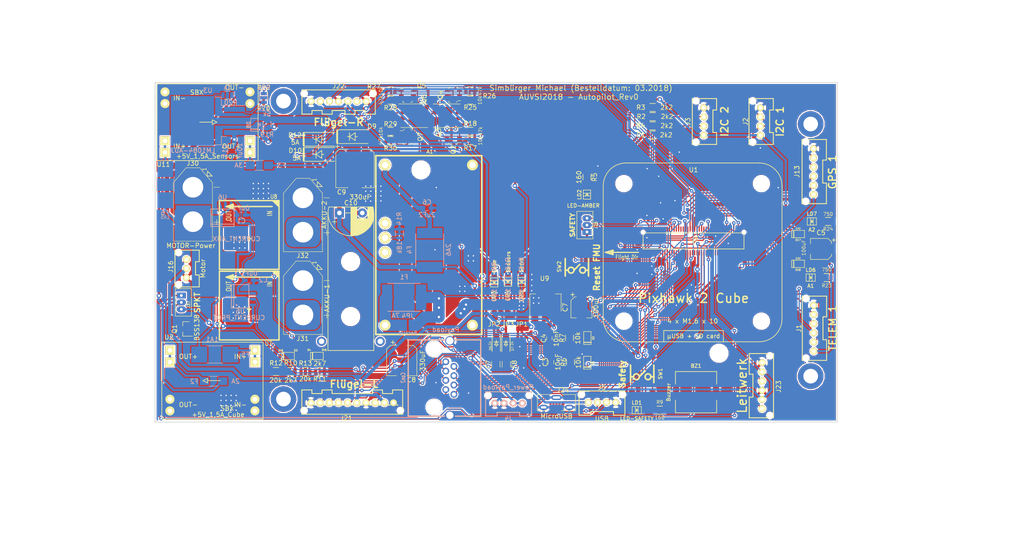
<source format=kicad_pcb>
(kicad_pcb (version 20171130) (host pcbnew "(5.0.0-rc2-dev-406-g05dae9627)")
  (layers (0 F.Cu signal) (31 B.Cu signal) (34 B.Paste user) (35 F.Paste user) (36 B.SilkS user) (37 F.SilkS user) (38 B.Mask user) (39 F.Mask user) (44 Edge.Cuts user))
  (net 0 "")
  (net 1 +5V_Sensors)
  (net 2 /ALARM)
  (net 3 GND)
  (net 4 /BATT­_CURRENT_SENS_PROT_1)
  (net 5 /AUX_BATT­_CURRENT_SENS_1)
  (net 6 /BATT­_CURRENT_SENS_PROT)
  (net 7 /AUX_BATT­_CURRENT_SENS)
  (net 8 /BATT­_VOLTAGE_SENS_PROT)
  (net 9 /AUX_BATT­_VOLTAGE_SENS)
  (net 10 +5V_Servo)
  (net 11 "Net-(F2-Pad1)")
  (net 12 +5V_Cube)
  (net 13 "Net-(F3-Pad1)")
  (net 14 "Net-(F5-Pad2)")
  (net 15 "Net-(F6-Pad2)")
  (net 16 /SERIAL1_RTS)
  (net 17 /SERIAL1_CTS)
  (net 18 /SERIAL1_RX)
  (net 19 /SERIAL1_TX)
  (net 20 /I2C_1_SDA)
  (net 21 /I2C_1_SCL)
  (net 22 /I2C_2_SCL)
  (net 23 /I2C_2_SDA)
  (net 24 /OTG_DP1)
  (net 25 /OTG_DM1)
  (net 26 /SERIAL2_TX)
  (net 27 /SERIAL2_RX)
  (net 28 /SERIAL_3_TX)
  (net 29 /SERIAL_3_RX)
  (net 30 /VDD_3V3_SPECTRUM_EN)
  (net 31 /IO-USART1_RX_SPECTRUM_DSM)
  (net 32 /IO-CH3-PROT)
  (net 33 /FMU-CH1-PROT)
  (net 34 /IO-CH1-PROT)
  (net 35 /IO-CH2-PROT)
  (net 36 /IO-CH5-PROT)
  (net 37 /IO-CH4-PROT)
  (net 38 /IO-CH6-PROT)
  (net 39 /IO-CH7-PROT)
  (net 40 "Net-(J24-Pad4)")
  (net 41 /SAFETY)
  (net 42 /IO-~LED_SAFETY_PROT)
  (net 43 /VBUS)
  (net 44 +3V3)
  (net 45 /FMU-~LED_AMBER)
  (net 46 /FMU-~RESET)
  (net 47 /FMU-CH3-PROT)
  (net 48 /FMU-CH2-PROT)
  (net 49 "Net-(U5-Pad1)")
  (net 50 "Net-(U6-Pad1)")
  (net 51 "Net-(A1-Pad2)")
  (net 52 "Net-(A1-Pad3)")
  (net 53 "Net-(A1-Pad4)")
  (net 54 "Net-(A1-Pad6)")
  (net 55 "Net-(D6-Pad1)")
  (net 56 "Net-(J37-Pad2)")
  (net 57 "Net-(LD1-Pad2)")
  (net 58 "Net-(LD2-Pad2)")
  (net 59 "Net-(Q2-Pad1)")
  (net 60 "Net-(U1-Pad73)")
  (net 61 "Net-(U1-Pad71)")
  (net 62 "Net-(U1-Pad69)")
  (net 63 "Net-(U1-Pad67)")
  (net 64 "Net-(U1-Pad65)")
  (net 65 "Net-(U1-Pad57)")
  (net 66 "Net-(U1-Pad55)")
  (net 67 "Net-(U1-Pad51)")
  (net 68 "Net-(U1-Pad27)")
  (net 69 "Net-(U1-Pad11)")
  (net 70 "Net-(U1-Pad5)")
  (net 71 "Net-(U1-Pad3)")
  (net 72 "Net-(U1-Pad64)")
  (net 73 "Net-(U1-Pad46)")
  (net 74 "Net-(U1-Pad26)")
  (net 75 "Net-(U1-Pad14)")
  (net 76 "Net-(U1-Pad12)")
  (net 77 "Net-(U1-Pad10)")
  (net 78 "Net-(U1-Pad8)")
  (net 79 "Net-(U1-Pad1)")
  (net 80 "Net-(U1-Pad59)")
  (net 81 /Power_Supply/Recuperate)
  (net 82 "Net-(C10-Pad2)")
  (net 83 "Net-(D10-Pad2)")
  (net 84 "Net-(D12-Pad2)")
  (net 85 "Net-(R20-Pad2)")
  (net 86 "Net-(R21-Pad1)")
  (net 87 /Power_Supply/CrossFeed)
  (net 88 /Power_Supply)
  (net 89 "Net-(U1-Pad16)")
  (net 90 "Net-(U1-Pad18)")
  (net 91 "Net-(U1-Pad30)")
  (net 92 "Net-(U1-Pad32)")
  (net 93 "Net-(U1-Pad56)")
  (net 94 "Net-(U1-Pad58)")
  (net 95 "Net-(U1-Pad60)")
  (net 96 "Net-(U1-Pad62)")
  (net 97 "Net-(U1-Pad66)")
  (net 98 "Net-(U1-Pad21)")
  (net 99 "Net-(U1-Pad39)")
  (net 100 "Net-(U1-Pad41)")
  (net 101 "Net-(U1-Pad75)")
  (net 102 "Net-(U1-Pad77)")
  (net 103 "Net-(U1-Pad79)")
  (net 104 "Net-(D16-Pad1)")
  (net 105 "Net-(D17-Pad1)")
  (net 106 "Net-(D7-Pad1)")
  (net 107 /Power_Supply/ID_Ser_1)
  (net 108 /Power_Supply/ID_Cub_1)
  (net 109 /Power_Supply/ID_Sen_1)
  (net 110 /Power_Supply/ID_Cub_2)
  (net 111 /Power_Supply/ID_CrossFeed)
  (net 112 "Net-(Q2-Pad4)")
  (net 113 "Net-(Q3-Pad4)")
  (net 114 "Net-(Q4-Pad1)")
  (net 115 "Net-(Q5-Pad1)")
  (net 116 "Net-(Q5-Pad4)")
  (net 117 "Net-(Q6-Pad4)")
  (net 118 "Net-(Q7-Pad1)")
  (net 119 "Net-(LD3-Pad1)")
  (net 120 "Net-(LD4-Pad1)")
  (net 121 "Net-(LD5-Pad1)")
  (net 122 "Net-(LD6-Pad1)")
  (net 123 "Net-(LD7-Pad1)")
  (net 124 "Net-(A1-Pad5)")
  (module stencil-holes-[JS]:stencil_hole_3mm_exempted (layer F.Cu) (at 214.45 137.3)
    (fp_text reference REF** hide)
    (fp_text value stencil_hole_3mm hide)
    (pad "" np_thru_hole circle (at 0 0) (size 3.2 3.2) (drill 3.2) (layers *.Cu *.Paste *.Mask) (clearance 0.5))
  )
  (module stencil-holes-[JS]:stencil_hole_3mm_exempted (layer F.Cu) (at 214.45 125.3)
    (fp_text reference REF** hide)
    (fp_text value stencil_hole_3mm hide)
    (pad "" np_thru_hole circle (at 0 0) (size 3.2 3.2) (drill 3.2) (layers *.Cu *.Paste *.Mask) (clearance 0.5))
  )
  (module stitching_vias:Stitching_Via-0_7mm (layer F.Cu) (at 219.95 108.85)
    (fp_text reference REF** hide)
    (fp_text value Stitching_Via-0_7mm hide)
    (pad 1 thru_hole circle (at 0 0) (size 0.7 0.7) (drill 0.3) (layers *.Cu) (net 3 GND))
  )
  (module stitching_vias:Stitching_Via-0_7mm (layer F.Cu) (at 221.05 112.075)
    (fp_text reference REF** hide)
    (fp_text value Stitching_Via-0_7mm hide)
    (pad 1 thru_hole circle (at 0 0) (size 0.7 0.7) (drill 0.3) (layers *.Cu) (net 3 GND))
  )
  (module stitching_vias:Stitching_Via-0_7mm (layer F.Cu) (at 218.825 111.025)
    (fp_text reference REF** hide)
    (fp_text value Stitching_Via-0_7mm hide)
    (pad 1 thru_hole circle (at 0 0) (size 0.7 0.7) (drill 0.3) (layers *.Cu) (net 3 GND))
  )
  (module stitching_vias:Stitching_Via-0_7mm (layer F.Cu) (at 217.75 109.95)
    (fp_text reference REF** hide)
    (fp_text value Stitching_Via-0_7mm hide)
    (pad 1 thru_hole circle (at 0 0) (size 0.7 0.7) (drill 0.3) (layers *.Cu) (net 3 GND))
  )
  (module stitching_vias:Stitching_Via-0_7mm (layer F.Cu) (at 221.05 110.975)
    (fp_text reference REF** hide)
    (fp_text value Stitching_Via-0_7mm hide)
    (pad 1 thru_hole circle (at 0 0) (size 0.7 0.7) (drill 0.3) (layers *.Cu) (net 3 GND))
  )
  (module stitching_vias:Stitching_Via-0_7mm (layer F.Cu) (at 219.95 111)
    (fp_text reference REF** hide)
    (fp_text value Stitching_Via-0_7mm hide)
    (pad 1 thru_hole circle (at 0 0) (size 0.7 0.7) (drill 0.3) (layers *.Cu) (net 3 GND))
  )
  (module stitching_vias:Stitching_Via-0_7mm (layer F.Cu) (at 221.05 109.95)
    (fp_text reference REF** hide)
    (fp_text value Stitching_Via-0_7mm hide)
    (pad 1 thru_hole circle (at 0 0) (size 0.7 0.7) (drill 0.3) (layers *.Cu) (net 3 GND))
  )
  (module stitching_vias:Stitching_Via-0_7mm (layer F.Cu) (at 218.85 109.95)
    (fp_text reference REF** hide)
    (fp_text value Stitching_Via-0_7mm hide)
    (pad 1 thru_hole circle (at 0 0) (size 0.7 0.7) (drill 0.3) (layers *.Cu) (net 3 GND))
  )
  (module stitching_vias:Stitching_Via-0_7mm (layer F.Cu) (at 219.95 112.1)
    (fp_text reference REF** hide)
    (fp_text value Stitching_Via-0_7mm hide)
    (pad 1 thru_hole circle (at 0 0) (size 0.7 0.7) (drill 0.3) (layers *.Cu) (net 3 GND))
  )
  (module stitching_vias:Stitching_Via-0_7mm (layer F.Cu) (at 221.05 108.85)
    (fp_text reference REF** hide)
    (fp_text value Stitching_Via-0_7mm hide)
    (pad 1 thru_hole circle (at 0 0) (size 0.7 0.7) (drill 0.3) (layers *.Cu) (net 3 GND))
  )
  (module stitching_vias:Stitching_Via-0_7mm (layer F.Cu) (at 217.725 111.025)
    (fp_text reference REF** hide)
    (fp_text value Stitching_Via-0_7mm hide)
    (pad 1 thru_hole circle (at 0 0) (size 0.7 0.7) (drill 0.3) (layers *.Cu) (net 3 GND))
  )
  (module stitching_vias:Stitching_Via-0_7mm (layer F.Cu) (at 218.825 112.125)
    (fp_text reference REF** hide)
    (fp_text value Stitching_Via-0_7mm hide)
    (pad 1 thru_hole circle (at 0 0) (size 0.7 0.7) (drill 0.3) (layers *.Cu) (net 3 GND))
  )
  (module stitching_vias:Stitching_Via-0_7mm (layer F.Cu) (at 219.95 109.95)
    (fp_text reference REF** hide)
    (fp_text value Stitching_Via-0_7mm hide)
    (pad 1 thru_hole circle (at 0 0) (size 0.7 0.7) (drill 0.3) (layers *.Cu) (net 3 GND))
  )
  (module stitching_vias:Stitching_Via-0_7mm (layer F.Cu) (at 218.85 108.85)
    (fp_text reference REF** hide)
    (fp_text value Stitching_Via-0_7mm hide)
    (pad 1 thru_hole circle (at 0 0) (size 0.7 0.7) (drill 0.3) (layers *.Cu) (net 3 GND))
  )
  (module stitching_vias:Stitching_Via-0_7mm (layer F.Cu) (at 217.75 108.85)
    (fp_text reference REF** hide)
    (fp_text value Stitching_Via-0_7mm hide)
    (pad 1 thru_hole circle (at 0 0) (size 0.7 0.7) (drill 0.3) (layers *.Cu) (net 3 GND))
  )
  (module stitching_vias:Stitching_Via-0_7mm (layer F.Cu) (at 217.725 112.125)
    (fp_text reference REF** hide)
    (fp_text value Stitching_Via-0_7mm hide)
    (pad 1 thru_hole circle (at 0 0) (size 0.7 0.7) (drill 0.3) (layers *.Cu) (net 3 GND))
  )
  (module stitching_vias:Stitching_Via-0_7mm (layer F.Cu) (at 241.225 125.15)
    (fp_text reference REF** hide)
    (fp_text value Stitching_Via-0_7mm hide)
    (pad 1 thru_hole circle (at 0 0) (size 0.7 0.7) (drill 0.3) (layers *.Cu) (net 3 GND))
  )
  (module stitching_vias:Stitching_Via-0_7mm (layer F.Cu) (at 240.125 124.05)
    (fp_text reference REF** hide)
    (fp_text value Stitching_Via-0_7mm hide)
    (pad 1 thru_hole circle (at 0 0) (size 0.7 0.7) (drill 0.3) (layers *.Cu) (net 3 GND))
  )
  (module stitching_vias:Stitching_Via-0_7mm (layer F.Cu) (at 241.225 124.05)
    (fp_text reference REF** hide)
    (fp_text value Stitching_Via-0_7mm hide)
    (pad 1 thru_hole circle (at 0 0) (size 0.7 0.7) (drill 0.3) (layers *.Cu) (net 3 GND))
  )
  (module stitching_vias:Stitching_Via-0_7mm (layer F.Cu) (at 240.125 125.15)
    (fp_text reference REF** hide)
    (fp_text value Stitching_Via-0_7mm hide)
    (pad 1 thru_hole circle (at 0 0) (size 0.7 0.7) (drill 0.3) (layers *.Cu) (net 3 GND))
  )
  (module stitching_vias:Stitching_Via-0_7mm (layer F.Cu) (at 238.25 130.7)
    (fp_text reference REF** hide)
    (fp_text value Stitching_Via-0_7mm hide)
    (pad 1 thru_hole circle (at 0 0) (size 0.7 0.7) (drill 0.3) (layers *.Cu) (net 3 GND))
  )
  (module stitching_vias:Stitching_Via-0_7mm (layer F.Cu) (at 239.35 131.8)
    (fp_text reference REF** hide)
    (fp_text value Stitching_Via-0_7mm hide)
    (pad 1 thru_hole circle (at 0 0) (size 0.7 0.7) (drill 0.3) (layers *.Cu) (net 3 GND))
  )
  (module stitching_vias:Stitching_Via-0_7mm (layer F.Cu) (at 239.35 130.7)
    (fp_text reference REF** hide)
    (fp_text value Stitching_Via-0_7mm hide)
    (pad 1 thru_hole circle (at 0 0) (size 0.7 0.7) (drill 0.3) (layers *.Cu) (net 3 GND))
  )
  (module stitching_vias:Stitching_Via-0_7mm (layer F.Cu) (at 238.25 131.8)
    (fp_text reference REF** hide)
    (fp_text value Stitching_Via-0_7mm hide)
    (pad 1 thru_hole circle (at 0 0) (size 0.7 0.7) (drill 0.3) (layers *.Cu) (net 3 GND))
  )
  (module stitching_vias:Stitching_Via-0_7mm (layer F.Cu) (at 252.2 148.5 270)
    (fp_text reference REF** hide)
    (fp_text value Stitching_Via-0_7mm hide)
    (pad 1 thru_hole circle (at 0 0 270) (size 0.7 0.7) (drill 0.3) (layers *.Cu) (net 3 GND))
  )
  (module stitching_vias:Stitching_Via-0_7mm (layer F.Cu) (at 251.35 143.875 270)
    (fp_text reference REF** hide)
    (fp_text value Stitching_Via-0_7mm hide)
    (pad 1 thru_hole circle (at 0 0 270) (size 0.7 0.7) (drill 0.3) (layers *.Cu) (net 3 GND))
  )
  (module stitching_vias:Stitching_Via-0_7mm (layer F.Cu) (at 255.725 148.05 270)
    (fp_text reference REF** hide)
    (fp_text value Stitching_Via-0_7mm hide)
    (pad 1 thru_hole circle (at 0 0 270) (size 0.7 0.7) (drill 0.3) (layers *.Cu) (net 3 GND))
  )
  (module stitching_vias:Stitching_Via-0_7mm (layer F.Cu) (at 240.175 154 270)
    (fp_text reference REF** hide)
    (fp_text value Stitching_Via-0_7mm hide)
    (pad 1 thru_hole circle (at 0 0 270) (size 0.7 0.7) (drill 0.3) (layers *.Cu) (net 3 GND))
  )
  (module stitching_vias:Stitching_Via-0_7mm (layer F.Cu) (at 233.075 151.7 270)
    (fp_text reference REF** hide)
    (fp_text value Stitching_Via-0_7mm hide)
    (pad 1 thru_hole circle (at 0 0 270) (size 0.7 0.7) (drill 0.3) (layers *.Cu) (net 3 GND))
  )
  (module stitching_vias:Stitching_Via-0_7mm (layer F.Cu) (at 233.15 109.15 270)
    (fp_text reference REF** hide)
    (fp_text value Stitching_Via-0_7mm hide)
    (pad 1 thru_hole circle (at 0 0 270) (size 0.7 0.7) (drill 0.3) (layers *.Cu) (net 3 GND))
  )
  (module stitching_vias:Stitching_Via-0_7mm (layer F.Cu) (at 232.85 122.725 270)
    (fp_text reference REF** hide)
    (fp_text value Stitching_Via-0_7mm hide)
    (pad 1 thru_hole circle (at 0 0 270) (size 0.7 0.7) (drill 0.3) (layers *.Cu) (net 3 GND))
  )
  (module stitching_vias:Stitching_Via-0_7mm (layer F.Cu) (at 294.075 119.75 270)
    (fp_text reference REF** hide)
    (fp_text value Stitching_Via-0_7mm hide)
    (pad 1 thru_hole circle (at 0 0 270) (size 0.7 0.7) (drill 0.3) (layers *.Cu) (net 3 GND))
  )
  (module stitching_vias:Stitching_Via-0_7mm (layer F.Cu) (at 296.825 121.35 270)
    (fp_text reference REF** hide)
    (fp_text value Stitching_Via-0_7mm hide)
    (pad 1 thru_hole circle (at 0 0 270) (size 0.7 0.7) (drill 0.3) (layers *.Cu) (net 3 GND))
  )
  (module stitching_vias:Stitching_Via-0_7mm (layer F.Cu) (at 282.05 112.475 270)
    (fp_text reference REF** hide)
    (fp_text value Stitching_Via-0_7mm hide)
    (pad 1 thru_hole circle (at 0 0 270) (size 0.7 0.7) (drill 0.3) (layers *.Cu) (net 3 GND))
  )
  (module stitching_vias:Stitching_Via-0_7mm (layer F.Cu) (at 281.65 106.7 270)
    (fp_text reference REF** hide)
    (fp_text value Stitching_Via-0_7mm hide)
    (pad 1 thru_hole circle (at 0 0 270) (size 0.7 0.7) (drill 0.3) (layers *.Cu) (net 3 GND))
  )
  (module stitching_vias:Stitching_Via-0_7mm (layer F.Cu) (at 285.2 112 270)
    (fp_text reference REF** hide)
    (fp_text value Stitching_Via-0_7mm hide)
    (pad 1 thru_hole circle (at 0 0 270) (size 0.7 0.7) (drill 0.3) (layers *.Cu) (net 3 GND))
  )
  (module stitching_vias:Stitching_Via-0_7mm (layer F.Cu) (at 282.625 116 270)
    (fp_text reference REF** hide)
    (fp_text value Stitching_Via-0_7mm hide)
    (pad 1 thru_hole circle (at 0 0 270) (size 0.7 0.7) (drill 0.3) (layers *.Cu) (net 3 GND))
  )
  (module stitching_vias:Stitching_Via-0_7mm (layer F.Cu) (at 285.5 134.85 270)
    (fp_text reference REF** hide)
    (fp_text value Stitching_Via-0_7mm hide)
    (pad 1 thru_hole circle (at 0 0 270) (size 0.7 0.7) (drill 0.3) (layers *.Cu) (net 3 GND))
  )
  (module stitching_vias:Stitching_Via-0_7mm (layer F.Cu) (at 286.475 132.875 270)
    (fp_text reference REF** hide)
    (fp_text value Stitching_Via-0_7mm hide)
    (pad 1 thru_hole circle (at 0 0 270) (size 0.7 0.7) (drill 0.3) (layers *.Cu) (net 3 GND))
  )
  (module stitching_vias:Stitching_Via-0_7mm (layer F.Cu) (at 287.875 131.5 270)
    (fp_text reference REF** hide)
    (fp_text value Stitching_Via-0_7mm hide)
    (pad 1 thru_hole circle (at 0 0 270) (size 0.7 0.7) (drill 0.3) (layers *.Cu) (net 3 GND))
  )
  (module stitching_vias:Stitching_Via-0_7mm (layer F.Cu) (at 288.775 130.4 270)
    (fp_text reference REF** hide)
    (fp_text value Stitching_Via-0_7mm hide)
    (pad 1 thru_hole circle (at 0 0 270) (size 0.7 0.7) (drill 0.3) (layers *.Cu) (net 3 GND))
  )
  (module stitching_vias:Stitching_Via-0_7mm (layer F.Cu) (at 280.15 128.1 270)
    (fp_text reference REF** hide)
    (fp_text value Stitching_Via-0_7mm hide)
    (pad 1 thru_hole circle (at 0 0 270) (size 0.7 0.7) (drill 0.3) (layers *.Cu) (net 3 GND))
  )
  (module stitching_vias:Stitching_Via-0_7mm (layer F.Cu) (at 280.15 126.3 270)
    (fp_text reference REF** hide)
    (fp_text value Stitching_Via-0_7mm hide)
    (pad 1 thru_hole circle (at 0 0 270) (size 0.7 0.7) (drill 0.3) (layers *.Cu) (net 3 GND))
  )
  (module stitching_vias:Stitching_Via-0_7mm (layer F.Cu) (at 307.725 109.175 270)
    (fp_text reference REF** hide)
    (fp_text value Stitching_Via-0_7mm hide)
    (pad 1 thru_hole circle (at 0 0 270) (size 0.7 0.7) (drill 0.3) (layers *.Cu) (net 3 GND))
  )
  (module stitching_vias:Stitching_Via-0_7mm (layer F.Cu) (at 303.825 100.5 270)
    (fp_text reference REF** hide)
    (fp_text value Stitching_Via-0_7mm hide)
    (pad 1 thru_hole circle (at 0 0 270) (size 0.7 0.7) (drill 0.3) (layers *.Cu) (net 3 GND))
  )
  (module stitching_vias:Stitching_Via-0_7mm (layer F.Cu) (at 286.125 101.425 270)
    (fp_text reference REF** hide)
    (fp_text value Stitching_Via-0_7mm hide)
    (pad 1 thru_hole circle (at 0 0 270) (size 0.7 0.7) (drill 0.3) (layers *.Cu) (net 3 GND))
  )
  (module stitching_vias:Stitching_Via-0_7mm (layer F.Cu) (at 268.375 104.45 270)
    (fp_text reference REF** hide)
    (fp_text value Stitching_Via-0_7mm hide)
    (pad 1 thru_hole circle (at 0 0 270) (size 0.7 0.7) (drill 0.3) (layers *.Cu) (net 3 GND))
  )
  (module stitching_vias:Stitching_Via-0_7mm (layer F.Cu) (at 279.125 105.025 270)
    (fp_text reference REF** hide)
    (fp_text value Stitching_Via-0_7mm hide)
    (pad 1 thru_hole circle (at 0 0 270) (size 0.7 0.7) (drill 0.3) (layers *.Cu) (net 3 GND))
  )
  (module stitching_vias:Stitching_Via-0_7mm (layer F.Cu) (at 279.075 115.25 270)
    (fp_text reference REF** hide)
    (fp_text value Stitching_Via-0_7mm hide)
    (pad 1 thru_hole circle (at 0 0 270) (size 0.7 0.7) (drill 0.3) (layers *.Cu) (net 3 GND))
  )
  (module stitching_vias:Stitching_Via-0_7mm (layer F.Cu) (at 279.075 120.1 270)
    (fp_text reference REF** hide)
    (fp_text value Stitching_Via-0_7mm hide)
    (pad 1 thru_hole circle (at 0 0 270) (size 0.7 0.7) (drill 0.3) (layers *.Cu) (net 3 GND))
  )
  (module stitching_vias:Stitching_Via-0_7mm (layer F.Cu) (at 276.95 122.725 270)
    (fp_text reference REF** hide)
    (fp_text value Stitching_Via-0_7mm hide)
    (pad 1 thru_hole circle (at 0 0 270) (size 0.7 0.7) (drill 0.3) (layers *.Cu) (net 3 GND))
  )
  (module stitching_vias:Stitching_Via-0_7mm (layer F.Cu) (at 276.925 127.875 270)
    (fp_text reference REF** hide)
    (fp_text value Stitching_Via-0_7mm hide)
    (pad 1 thru_hole circle (at 0 0 270) (size 0.7 0.7) (drill 0.3) (layers *.Cu) (net 3 GND))
  )
  (module Ideale-Diode-pcb_[JS]:Ideale_Diode_Gen-II_rev00 (layer F.Cu) (at 192.325 120.3 90)
    (fp_text reference U8 (at 9.15 5.35 180) (layer F.SilkS) (effects (font (size 0.95 0.75) (thickness 0.13))))
    (fp_text value Ideal_Diode_AUX)
    (fp_text user OUT (at 5 -4.45 90) (layer F.SilkS) (effects (font (size 1.05 0.8))))
    (fp_text user IN (at 5.5 4.5 90) (layer F.SilkS) (effects (font (size 1.05 0.8))))
    (pad 3 smd roundrect (at 4.7 0 90) (size 2.5 5) (layers F.Cu F.Paste F.Mask) (roundrect_rratio 0.1) (net 3 GND))
    (pad 3 smd roundrect (at -4.7 0 90) (size 2.5 5) (layers F.Cu F.Paste F.Mask) (roundrect_rratio 0.1) (net 3 GND))
    (pad 2 smd roundrect (at 0 -3 90) (size 5 5) (layers F.Cu F.Paste F.Mask) (roundrect_rratio 0.1) (net 50 "Net-(U6-Pad1)"))
    (pad 1 smd roundrect (at 0 3 90) (size 5 5) (layers F.Cu F.Paste F.Mask) (roundrect_rratio 0.1) (net 84 "Net-(D12-Pad2)"))
  )
  (module Ideale-Diode-pcb_[JS]:Ideale_Diode_Gen-II_rev00 (layer F.Cu) (at 192.325 135.7 90)
    (fp_text reference U7 (at -7.475 4.2 180) (layer F.SilkS) (effects (font (size 0.95 0.75) (thickness 0.13))))
    (fp_text value Ideal_Diode_PROT)
    (fp_text user OUT (at 5 -4.45 90) (layer F.SilkS) (effects (font (size 1.05 0.8))))
    (fp_text user IN (at 5.5 4.5 90) (layer F.SilkS) (effects (font (size 1.05 0.8))))
    (pad 3 smd roundrect (at 4.7 0 90) (size 2.5 5) (layers F.Cu F.Paste F.Mask) (roundrect_rratio 0.1) (net 3 GND))
    (pad 3 smd roundrect (at -4.7 0 90) (size 2.5 5) (layers F.Cu F.Paste F.Mask) (roundrect_rratio 0.1) (net 3 GND))
    (pad 2 smd roundrect (at 0 -3 90) (size 5 5) (layers F.Cu F.Paste F.Mask) (roundrect_rratio 0.1) (net 49 "Net-(U5-Pad1)"))
    (pad 1 smd roundrect (at 0 3 90) (size 5 5) (layers F.Cu F.Paste F.Mask) (roundrect_rratio 0.1) (net 83 "Net-(D10-Pad2)"))
  )
  (module stitching_vias:Stitching_Via-0_7mm (layer F.Cu) (at 224.225 95.475 270)
    (fp_text reference REF** hide)
    (fp_text value Stitching_Via-0_7mm hide)
    (pad 1 thru_hole circle (at 0 0 270) (size 0.7 0.7) (drill 0.3) (layers *.Cu) (net 3 GND))
  )
  (module stitching_vias:Stitching_Via-0_7mm (layer F.Cu) (at 223.25 97.825 270)
    (fp_text reference REF** hide)
    (fp_text value Stitching_Via-0_7mm hide)
    (pad 1 thru_hole circle (at 0 0 270) (size 0.7 0.7) (drill 0.3) (layers *.Cu) (net 3 GND))
  )
  (module stitching_vias:Stitching_Via-0_7mm (layer F.Cu) (at 189.475 155.6)
    (fp_text reference REF** hide)
    (fp_text value Stitching_Via-0_7mm hide)
    (pad 1 thru_hole circle (at 0 0) (size 0.7 0.7) (drill 0.3) (layers *.Cu) (net 3 GND))
  )
  (module stitching_vias:Stitching_Via-0_7mm (layer F.Cu) (at 188.375 156.65)
    (fp_text reference REF** hide)
    (fp_text value Stitching_Via-0_7mm hide)
    (pad 1 thru_hole circle (at 0 0) (size 0.7 0.7) (drill 0.3) (layers *.Cu) (net 3 GND))
  )
  (module stitching_vias:Stitching_Via-0_7mm (layer F.Cu) (at 187.275 154.5)
    (fp_text reference REF** hide)
    (fp_text value Stitching_Via-0_7mm hide)
    (pad 1 thru_hole circle (at 0 0) (size 0.7 0.7) (drill 0.3) (layers *.Cu) (net 3 GND))
  )
  (module stitching_vias:Stitching_Via-0_7mm (layer F.Cu) (at 186.175 154.5)
    (fp_text reference REF** hide)
    (fp_text value Stitching_Via-0_7mm hide)
    (pad 1 thru_hole circle (at 0 0) (size 0.7 0.7) (drill 0.3) (layers *.Cu) (net 3 GND))
  )
  (module stitching_vias:Stitching_Via-0_7mm (layer F.Cu) (at 186.15 157.775)
    (fp_text reference REF** hide)
    (fp_text value Stitching_Via-0_7mm hide)
    (pad 1 thru_hole circle (at 0 0) (size 0.7 0.7) (drill 0.3) (layers *.Cu) (net 3 GND))
  )
  (module stitching_vias:Stitching_Via-0_7mm (layer F.Cu) (at 189.475 154.5)
    (fp_text reference REF** hide)
    (fp_text value Stitching_Via-0_7mm hide)
    (pad 1 thru_hole circle (at 0 0) (size 0.7 0.7) (drill 0.3) (layers *.Cu) (net 3 GND))
  )
  (module stitching_vias:Stitching_Via-0_7mm (layer F.Cu) (at 188.375 155.6)
    (fp_text reference REF** hide)
    (fp_text value Stitching_Via-0_7mm hide)
    (pad 1 thru_hole circle (at 0 0) (size 0.7 0.7) (drill 0.3) (layers *.Cu) (net 3 GND))
  )
  (module stitching_vias:Stitching_Via-0_7mm (layer F.Cu) (at 189.475 157.725)
    (fp_text reference REF** hide)
    (fp_text value Stitching_Via-0_7mm hide)
    (pad 1 thru_hole circle (at 0 0) (size 0.7 0.7) (drill 0.3) (layers *.Cu) (net 3 GND))
  )
  (module stitching_vias:Stitching_Via-0_7mm (layer F.Cu) (at 188.375 154.5)
    (fp_text reference REF** hide)
    (fp_text value Stitching_Via-0_7mm hide)
    (pad 1 thru_hole circle (at 0 0) (size 0.7 0.7) (drill 0.3) (layers *.Cu) (net 3 GND))
  )
  (module stitching_vias:Stitching_Via-0_7mm (layer F.Cu) (at 187.25 156.675)
    (fp_text reference REF** hide)
    (fp_text value Stitching_Via-0_7mm hide)
    (pad 1 thru_hole circle (at 0 0) (size 0.7 0.7) (drill 0.3) (layers *.Cu) (net 3 GND))
  )
  (module stitching_vias:Stitching_Via-0_7mm (layer F.Cu) (at 186.15 156.675)
    (fp_text reference REF** hide)
    (fp_text value Stitching_Via-0_7mm hide)
    (pad 1 thru_hole circle (at 0 0) (size 0.7 0.7) (drill 0.3) (layers *.Cu) (net 3 GND))
  )
  (module stitching_vias:Stitching_Via-0_7mm (layer F.Cu) (at 189.475 156.625)
    (fp_text reference REF** hide)
    (fp_text value Stitching_Via-0_7mm hide)
    (pad 1 thru_hole circle (at 0 0) (size 0.7 0.7) (drill 0.3) (layers *.Cu) (net 3 GND))
  )
  (module stitching_vias:Stitching_Via-0_7mm (layer F.Cu) (at 188.375 157.75)
    (fp_text reference REF** hide)
    (fp_text value Stitching_Via-0_7mm hide)
    (pad 1 thru_hole circle (at 0 0) (size 0.7 0.7) (drill 0.3) (layers *.Cu) (net 3 GND))
  )
  (module stitching_vias:Stitching_Via-0_7mm (layer F.Cu) (at 187.25 157.775)
    (fp_text reference REF** hide)
    (fp_text value Stitching_Via-0_7mm hide)
    (pad 1 thru_hole circle (at 0 0) (size 0.7 0.7) (drill 0.3) (layers *.Cu) (net 3 GND))
  )
  (module stitching_vias:Stitching_Via-0_7mm (layer F.Cu) (at 187.275 155.6)
    (fp_text reference REF** hide)
    (fp_text value Stitching_Via-0_7mm hide)
    (pad 1 thru_hole circle (at 0 0) (size 0.7 0.7) (drill 0.3) (layers *.Cu) (net 3 GND))
  )
  (module stitching_vias:Stitching_Via-0_7mm (layer F.Cu) (at 186.175 155.6)
    (fp_text reference REF** hide)
    (fp_text value Stitching_Via-0_7mm hide)
    (pad 1 thru_hole circle (at 0 0) (size 0.7 0.7) (drill 0.3) (layers *.Cu) (net 3 GND))
  )
  (module stitching_vias:Stitching_Via-0_7mm (layer F.Cu) (at 245.225 132.1 270)
    (fp_text reference REF** hide)
    (fp_text value Stitching_Via-0_7mm hide)
    (pad 1 thru_hole circle (at 0 0 270) (size 0.7 0.7) (drill 0.3) (layers *.Cu) (net 3 GND))
  )
  (module stitching_vias:Stitching_Via-0_7mm (layer F.Cu) (at 253.975 129.275)
    (fp_text reference REF** hide)
    (fp_text value Stitching_Via-0_7mm hide)
    (pad 1 thru_hole circle (at 0 0) (size 0.7 0.7) (drill 0.3) (layers *.Cu) (net 3 GND))
  )
  (module stitching_vias:Stitching_Via-0_7mm (layer F.Cu) (at 253.975 128.125)
    (fp_text reference REF** hide)
    (fp_text value Stitching_Via-0_7mm hide)
    (pad 1 thru_hole circle (at 0 0) (size 0.7 0.7) (drill 0.3) (layers *.Cu) (net 3 GND))
  )
  (module stitching_vias:Stitching_Via-0_7mm (layer F.Cu) (at 253.95 130.525)
    (fp_text reference REF** hide)
    (fp_text value Stitching_Via-0_7mm hide)
    (pad 1 thru_hole circle (at 0 0) (size 0.7 0.7) (drill 0.3) (layers *.Cu) (net 3 GND))
  )
  (module stitching_vias:Stitching_Via-0_7mm (layer F.Cu) (at 253.95 131.675)
    (fp_text reference REF** hide)
    (fp_text value Stitching_Via-0_7mm hide)
    (pad 1 thru_hole circle (at 0 0) (size 0.7 0.7) (drill 0.3) (layers *.Cu) (net 3 GND))
  )
  (module stitching_vias:Stitching_Via-0_7mm (layer F.Cu) (at 254.35 134.375 270)
    (fp_text reference REF** hide)
    (fp_text value Stitching_Via-0_7mm hide)
    (pad 1 thru_hole circle (at 0 0 270) (size 0.7 0.7) (drill 0.3) (layers *.Cu) (net 3 GND))
  )
  (module stitching_vias:Stitching_Via-0_7mm (layer F.Cu) (at 255.5 134.375 270)
    (fp_text reference REF** hide)
    (fp_text value Stitching_Via-0_7mm hide)
    (pad 1 thru_hole circle (at 0 0 270) (size 0.7 0.7) (drill 0.3) (layers *.Cu) (net 3 GND))
  )
  (module stitching_vias:Stitching_Via-0_7mm (layer F.Cu) (at 255.5 133.225 270)
    (fp_text reference REF** hide)
    (fp_text value Stitching_Via-0_7mm hide)
    (pad 1 thru_hole circle (at 0 0 270) (size 0.7 0.7) (drill 0.3) (layers *.Cu) (net 3 GND))
  )
  (module stitching_vias:Stitching_Via-0_7mm (layer F.Cu) (at 254.35 133.225 270)
    (fp_text reference REF** hide)
    (fp_text value Stitching_Via-0_7mm hide)
    (pad 1 thru_hole circle (at 0 0 270) (size 0.7 0.7) (drill 0.3) (layers *.Cu) (net 3 GND))
  )
  (module stitching_vias:Stitching_Via-0_7mm (layer F.Cu) (at 246.375 132.125 270)
    (fp_text reference REF** hide)
    (fp_text value Stitching_Via-0_7mm hide)
    (pad 1 thru_hole circle (at 0 0 270) (size 0.7 0.7) (drill 0.3) (layers *.Cu) (net 3 GND))
  )
  (module stitching_vias:Stitching_Via-0_7mm (layer F.Cu) (at 249.3 132.075 270)
    (fp_text reference REF** hide)
    (fp_text value Stitching_Via-0_7mm hide)
    (pad 1 thru_hole circle (at 0 0 270) (size 0.7 0.7) (drill 0.3) (layers *.Cu) (net 3 GND))
  )
  (module stitching_vias:Stitching_Via-0_7mm (layer F.Cu) (at 248.175 132.075 270)
    (fp_text reference REF** hide)
    (fp_text value Stitching_Via-0_7mm hide)
    (pad 1 thru_hole circle (at 0 0 270) (size 0.7 0.7) (drill 0.3) (layers *.Cu) (net 3 GND))
  )
  (module stitching_vias:Stitching_Via-0_7mm (layer F.Cu) (at 259.825 147 270)
    (fp_text reference REF** hide)
    (fp_text value Stitching_Via-0_7mm hide)
    (pad 1 thru_hole circle (at 0 0 270) (size 0.7 0.7) (drill 0.3) (layers *.Cu) (net 3 GND))
  )
  (module stitching_vias:Stitching_Via-0_7mm (layer F.Cu) (at 260.4 146.15 270)
    (fp_text reference REF** hide)
    (fp_text value Stitching_Via-0_7mm hide)
    (pad 1 thru_hole circle (at 0 0 270) (size 0.7 0.7) (drill 0.3) (layers *.Cu) (net 3 GND))
  )
  (module stitching_vias:Stitching_Via-0_7mm (layer F.Cu) (at 264.95 145.475 270)
    (fp_text reference REF** hide)
    (fp_text value Stitching_Via-0_7mm hide)
    (pad 1 thru_hole circle (at 0 0 270) (size 0.7 0.7) (drill 0.3) (layers *.Cu) (net 3 GND))
  )
  (module stitching_vias:Stitching_Via-0_7mm (layer F.Cu) (at 252.125 135.65 270)
    (fp_text reference REF** hide)
    (fp_text value Stitching_Via-0_7mm hide)
    (pad 1 thru_hole circle (at 0 0 270) (size 0.7 0.7) (drill 0.3) (layers *.Cu) (net 87 /Power_Supply/CrossFeed))
  )
  (module stitching_vias:Stitching_Via-0_7mm (layer F.Cu) (at 251.2 135.7 270)
    (fp_text reference REF** hide)
    (fp_text value Stitching_Via-0_7mm hide)
    (pad 1 thru_hole circle (at 0 0 270) (size 0.7 0.7) (drill 0.3) (layers *.Cu) (net 87 /Power_Supply/CrossFeed))
  )
  (module stitching_vias:Stitching_Via-0_7mm (layer F.Cu) (at 251.25 134.95 270)
    (fp_text reference REF** hide)
    (fp_text value Stitching_Via-0_7mm hide)
    (pad 1 thru_hole circle (at 0 0 270) (size 0.7 0.7) (drill 0.3) (layers *.Cu) (net 87 /Power_Supply/CrossFeed))
  )
  (module stitching_vias:Stitching_Via-0_7mm (layer F.Cu) (at 251.3 134.1 270)
    (fp_text reference REF** hide)
    (fp_text value Stitching_Via-0_7mm hide)
    (pad 1 thru_hole circle (at 0 0 270) (size 0.7 0.7) (drill 0.3) (layers *.Cu) (net 87 /Power_Supply/CrossFeed))
  )
  (module Package_SO:PowerPAK_SO-8_Dual (layer F.Cu) (at 235.4 93.5 180)
    (fp_text reference Q3 (at 1.75 -3.675 270) (layer F.SilkS))
    (fp_text value SI7997DP)
    (pad 6 smd rect (at 0.69 1.13 180) (size 3.81 1.65) (layers F.Cu F.Paste F.Mask) (net 111 /Power_Supply/ID_CrossFeed))
    (pad 5 smd rect (at 0.69 -1.13 180) (size 3.81 1.65) (layers F.Cu F.Paste F.Mask) (net 109 /Power_Supply/ID_Sen_1))
    (pad 5 smd rect (at 2.795 -1.905 180) (size 1.02 0.61) (layers F.Cu F.Paste F.Mask) (net 109 /Power_Supply/ID_Sen_1))
    (pad 5 smd rect (at 2.795 -0.635 180) (size 1.02 0.61) (layers F.Cu F.Paste F.Mask) (net 109 /Power_Supply/ID_Sen_1))
    (pad 6 smd rect (at 2.795 0.635 180) (size 1.02 0.61) (layers F.Cu F.Paste F.Mask) (net 111 /Power_Supply/ID_CrossFeed))
    (pad 6 smd rect (at 2.795 1.905 180) (size 1.02 0.61) (layers F.Cu F.Paste F.Mask) (net 111 /Power_Supply/ID_CrossFeed))
    (pad 4 smd rect (at -2.67 1.905 180) (size 1.27 0.61) (layers F.Cu F.Paste F.Mask) (net 113 "Net-(Q3-Pad4)"))
    (pad 3 smd rect (at -2.67 0.635 180) (size 1.27 0.61) (layers F.Cu F.Paste F.Mask) (net 87 /Power_Supply/CrossFeed))
    (pad 2 smd rect (at -2.67 -0.635 180) (size 1.27 0.61) (layers F.Cu F.Paste F.Mask) (net 112 "Net-(Q2-Pad4)"))
    (pad 1 smd rect (at -2.67 -1.905 180) (size 1.27 0.61) (layers F.Cu F.Paste F.Mask) (net 111 /Power_Supply/ID_CrossFeed))
  )
  (module manuf:TEXAS-R-PDSS-T7 (layer F.Cu) (at 231.5 121.7 270)
    (fp_text reference A1 (at -20.375 -0.225 180) (layer F.SilkS) (effects (font (size 0.8 0.8))))
    (fp_text value +5V3_6A_Servo)
    (pad 1 thru_hole circle (at -17.465 -9.525 270) (size 2.4 2.4) (drill 1.4) (layers *.Cu *.Mask F.SilkS) (net 3 GND))
    (pad 2 thru_hole circle (at -17.465 9.525 270) (size 2.4 2.4) (drill 1.4) (layers *.Cu *.Mask F.SilkS) (net 51 "Net-(A1-Pad2)"))
    (pad 3 thru_hole circle (at -4.765 9.525 270) (size 2.4 2.4) (drill 1.4) (layers *.Cu *.Mask F.SilkS) (net 52 "Net-(A1-Pad3)"))
    (pad 4 thru_hole circle (at -1.585 9.525 270) (size 2.4 2.4) (drill 1.4) (layers *.Cu *.Mask F.SilkS) (net 53 "Net-(A1-Pad4)"))
    (pad 5 thru_hole circle (at 1.595 9.525 270) (size 2.4 2.4) (drill 1.4) (layers *.Cu *.Mask F.SilkS) (net 124 "Net-(A1-Pad5)"))
    (pad 6 thru_hole circle (at 17.475 9.525 270) (size 2.4 2.4) (drill 1.4) (layers *.Cu *.Mask F.SilkS) (net 54 "Net-(A1-Pad6)"))
    (pad 7 thru_hole circle (at 17.475 -9.525 270) (size 2.4 2.4) (drill 1.4) (layers *.Cu *.Mask F.SilkS) (net 3 GND))
  )
  (module Capacitors-[MS]:CP_Radial_D10.0mm_P5.00mm_horizontal (layer F.Cu) (at 212 114.7)
    (fp_text reference C10 (at 2.5 -2.2) (layer F.SilkS))
    (fp_text value 10F/3V)
    (pad 4 thru_hole circle (at 8.9 28) (size 2 2) (drill 1.2) (layers *.Cu *.Mask))
    (pad 3 thru_hole circle (at -3.9 28) (size 2 2) (drill 1.2) (layers *.Cu *.Mask))
    (pad 2 thru_hole circle (at 5 0) (size 2 2) (drill 1) (layers *.Cu *.Mask) (net 82 "Net-(C10-Pad2)"))
    (pad 1 thru_hole rect (at 0 0) (size 2 2) (drill 1) (layers *.Cu *.Mask) (net 88 /Power_Supply))
  )
  (module connectors-[JS]:JUMPER-SOLDER-SMD_mit_flaechenanschluss (layer B.Cu) (at 226.925 139.025 270)
    (fp_text reference JP4 (at -1.875 0) (layer B.SilkS) (effects (justify mirror)))
    (fp_text value BackUp (at 1.8 0 180) (layer B.SilkS) (effects (font (size 0.75 0.75) (thickness 0.1)) (justify mirror)))
    (pad 2 smd trapezoid (at 0 0.5 180) (size 0.6 1) (rect_delta 0.1 0) (layers B.Cu B.Mask) (net 54 "Net-(A1-Pad6)"))
    (pad 1 smd trapezoid (at 0 -0.5) (size 0.6 1) (rect_delta 0.1 0) (layers B.Cu B.Mask) (net 107 /Power_Supply/ID_Ser_1))
  )
  (module Power_Integrations:SO-8 (layer B.Cu) (at 190.35 132.875 90)
    (fp_text reference U5 (at -3.305 0.012 -180) (layer B.SilkS) (effects (justify mirror)))
    (fp_text value CURRENT_PROT (at -4.675 -0.25 -180) (layer B.SilkS) (effects (justify mirror)))
    (pad 8 smd oval (at -1.905 2.794 90) (size 0.6096 1.4732) (layers B.Cu B.Paste B.Mask) (net 44 +3V3))
    (pad 7 smd oval (at -0.635 2.794 90) (size 0.6096 1.4732) (layers B.Cu B.Paste B.Mask) (net 4 /BATT­_CURRENT_SENS_PROT_1))
    (pad 6 smd oval (at 0.635 2.794 90) (size 0.6096 1.4732) (layers B.Cu B.Paste B.Mask) (net 44 +3V3))
    (pad 5 smd oval (at 1.905 2.794 90) (size 0.6096 1.4732) (layers B.Cu B.Paste B.Mask) (net 3 GND))
    (pad 4 smd oval (at 1.905 -2.794 90) (size 0.6096 1.4732) (layers B.Cu B.Paste B.Mask) (net 88 /Power_Supply))
    (pad 3 smd oval (at 0.635 -2.794 90) (size 0.6096 1.4732) (layers B.Cu B.Paste B.Mask) (net 88 /Power_Supply))
    (pad 2 smd oval (at -0.635 -2.794 90) (size 0.6096 1.4732) (layers B.Cu B.Paste B.Mask) (net 49 "Net-(U5-Pad1)"))
    (pad 1 smd oval (at -1.905 -2.794 90) (size 0.6096 1.4732) (layers B.Cu B.Paste B.Mask) (net 49 "Net-(U5-Pad1)"))
  )
  (module Pixhawk_2-Cube:Pixhawk-2_Cube (layer F.Cu) (at 289.25 120.8 180)
    (fp_text reference U1 (at 0 15.5 180) (layer F.SilkS))
    (fp_text value Pixhawk_2_Cube_80-Pin_Header)
    (fp_text user "µUSB + SD card" (at 0 -20.75 180) (layer F.SilkS) (effects (font (size 0.9 0.9))))
    (fp_text user "Flight Dir" (at 14.55 -3.55 180) (layer F.SilkS) (effects (font (size 0.9 0.7) (thickness 0.125))))
    (fp_text user "4 x M1,6 x 10" (at 0.2 -17.5 180) (layer F.SilkS))
    (fp_text user 0 (at -0.6 0.8 180) (layer F.SilkS) (effects (font (size 0.9 0.7) (thickness 0.125))))
    (fp_text user "Pixhawk 2 Cube" (at 0 -12.5 180) (layer F.SilkS) (effects (font (size 2 2) (thickness 0.3))))
    (pad "" np_thru_hole circle (at 15.2 -17.5 270) (size 1.8 1.8) (drill 1.8) (layers *.Cu *.Mask) (clearance 1))
    (pad "" np_thru_hole circle (at -14.8 -17.5 270) (size 1.8 1.8) (drill 1.8) (layers *.Cu *.Mask) (clearance 1))
    (pad "" np_thru_hole circle (at 15.2 12.5 270) (size 1.8 1.8) (drill 1.8) (layers *.Cu *.Mask) (clearance 1))
    (pad "" np_thru_hole circle (at -14.8 12.5 270) (size 1.8 1.8) (drill 1.8) (layers *.Cu *.Mask) (clearance 1))
    (pad 0 smd rect (at -12.000832 0.00028 180) (size 1.4 2.1) (layers F.Cu F.Paste F.Mask))
    (pad 0 smd rect (at 11.999168 0 180) (size 1.4 2.1) (layers F.Cu F.Paste F.Mask))
    (pad "" np_thru_hole circle (at -11 1.9 180) (size 0.65 0.65) (drill 0.65) (layers *.Cu *.Mask) (clearance 0.15))
    (pad "" np_thru_hole circle (at 11 1.9 180) (size 0.65 0.65) (drill 0.65) (layers *.Cu *.Mask) (clearance 0.15))
    (pad 2 smd rect (at 9.748336 2.575 180) (size 0.25 1.15) (layers F.Cu F.Paste F.Mask) (net 45 /FMU-~LED_AMBER))
    (pad 1 smd rect (at 9.748336 -2.57472 180) (size 0.25 1.15) (layers F.Cu F.Paste F.Mask) (net 79 "Net-(U1-Pad1)"))
    (pad 4 smd rect (at 9.248336 2.575 180) (size 0.25 1.15) (layers F.Cu F.Paste F.Mask) (net 23 /I2C_2_SDA))
    (pad 6 smd rect (at 8.748336 2.575 180) (size 0.25 1.15) (layers F.Cu F.Paste F.Mask) (net 22 /I2C_2_SCL))
    (pad 8 smd rect (at 8.248336 2.575 180) (size 0.25 1.15) (layers F.Cu F.Paste F.Mask) (net 78 "Net-(U1-Pad8)"))
    (pad 10 smd rect (at 7.748336 2.575 180) (size 0.25 1.15) (layers F.Cu F.Paste F.Mask) (net 77 "Net-(U1-Pad10)"))
    (pad 12 smd rect (at 7.248336 2.575 180) (size 0.25 1.15) (layers F.Cu F.Paste F.Mask) (net 76 "Net-(U1-Pad12)"))
    (pad 14 smd rect (at 6.748336 2.575 180) (size 0.25 1.15) (layers F.Cu F.Paste F.Mask) (net 75 "Net-(U1-Pad14)"))
    (pad 16 smd rect (at 6.248336 2.575 180) (size 0.25 1.15) (layers F.Cu F.Paste F.Mask) (net 89 "Net-(U1-Pad16)"))
    (pad 18 smd rect (at 5.748336 2.575 180) (size 0.25 1.15) (layers F.Cu F.Paste F.Mask) (net 90 "Net-(U1-Pad18)"))
    (pad 20 smd rect (at 5.248336 2.575 180) (size 0.25 1.15) (layers F.Cu F.Paste F.Mask) (net 29 /SERIAL_3_RX))
    (pad 22 smd rect (at 4.748336 2.575 180) (size 0.25 1.15) (layers F.Cu F.Paste F.Mask) (net 28 /SERIAL_3_TX))
    (pad 24 smd rect (at 4.248336 2.575 180) (size 0.25 1.15) (layers F.Cu F.Paste F.Mask) (net 2 /ALARM))
    (pad 26 smd rect (at 3.748336 2.575 180) (size 0.25 1.15) (layers F.Cu F.Paste F.Mask) (net 74 "Net-(U1-Pad26)"))
    (pad 28 smd rect (at 3.248336 2.575 180) (size 0.25 1.15) (layers F.Cu F.Paste F.Mask) (net 42 /IO-~LED_SAFETY_PROT))
    (pad 30 smd rect (at 2.748336 2.575 180) (size 0.25 1.15) (layers F.Cu F.Paste F.Mask) (net 91 "Net-(U1-Pad30)"))
    (pad 32 smd rect (at 2.248336 2.575 180) (size 0.25 1.15) (layers F.Cu F.Paste F.Mask) (net 92 "Net-(U1-Pad32)"))
    (pad 34 smd rect (at 1.748336 2.575 180) (size 0.25 1.15) (layers F.Cu F.Paste F.Mask) (net 27 /SERIAL2_RX))
    (pad 36 smd rect (at 1.248336 2.575 180) (size 0.25 1.15) (layers F.Cu F.Paste F.Mask) (net 26 /SERIAL2_TX))
    (pad 38 smd rect (at 0.748336 2.575 180) (size 0.25 1.15) (layers F.Cu F.Paste F.Mask) (net 18 /SERIAL1_RX))
    (pad 40 smd rect (at 0.248336 2.575 180) (size 0.25 1.15) (layers F.Cu F.Paste F.Mask) (net 19 /SERIAL1_TX))
    (pad 42 smd rect (at -0.251664 2.575 180) (size 0.25 1.15) (layers F.Cu F.Paste F.Mask) (net 16 /SERIAL1_RTS))
    (pad 44 smd rect (at -0.751664 2.575 180) (size 0.25 1.15) (layers F.Cu F.Paste F.Mask) (net 17 /SERIAL1_CTS))
    (pad 46 smd rect (at -1.251664 2.575 180) (size 0.25 1.15) (layers F.Cu F.Paste F.Mask) (net 73 "Net-(U1-Pad46)"))
    (pad 48 smd rect (at -1.751664 2.575 180) (size 0.25 1.15) (layers F.Cu F.Paste F.Mask) (net 31 /IO-USART1_RX_SPECTRUM_DSM))
    (pad 50 smd rect (at -2.251664 2.575 180) (size 0.25 1.15) (layers F.Cu F.Paste F.Mask) (net 33 /FMU-CH1-PROT))
    (pad 52 smd rect (at -2.751664 2.575 180) (size 0.25 1.15) (layers F.Cu F.Paste F.Mask) (net 48 /FMU-CH2-PROT))
    (pad 54 smd rect (at -3.251664 2.575 180) (size 0.25 1.15) (layers F.Cu F.Paste F.Mask) (net 47 /FMU-CH3-PROT))
    (pad 56 smd rect (at -3.751664 2.575 180) (size 0.25 1.15) (layers F.Cu F.Paste F.Mask) (net 93 "Net-(U1-Pad56)"))
    (pad 58 smd rect (at -4.251664 2.575 180) (size 0.25 1.15) (layers F.Cu F.Paste F.Mask) (net 94 "Net-(U1-Pad58)"))
    (pad 60 smd rect (at -4.751664 2.575 180) (size 0.25 1.15) (layers F.Cu F.Paste F.Mask) (net 95 "Net-(U1-Pad60)"))
    (pad 62 smd rect (at -5.251664 2.575 180) (size 0.25 1.15) (layers F.Cu F.Paste F.Mask) (net 96 "Net-(U1-Pad62)"))
    (pad 64 smd rect (at -5.751664 2.575 180) (size 0.25 1.15) (layers F.Cu F.Paste F.Mask) (net 72 "Net-(U1-Pad64)"))
    (pad 66 smd rect (at -6.251664 2.575 180) (size 0.25 1.15) (layers F.Cu F.Paste F.Mask) (net 97 "Net-(U1-Pad66)"))
    (pad 68 smd rect (at -6.751664 2.575 180) (size 0.25 1.15) (layers F.Cu F.Paste F.Mask) (net 39 /IO-CH7-PROT))
    (pad 70 smd rect (at -7.251664 2.575 180) (size 0.25 1.15) (layers F.Cu F.Paste F.Mask) (net 38 /IO-CH6-PROT))
    (pad 72 smd rect (at -7.751664 2.575 180) (size 0.25 1.15) (layers F.Cu F.Paste F.Mask) (net 36 /IO-CH5-PROT))
    (pad 74 smd rect (at -8.251664 2.575 180) (size 0.25 1.15) (layers F.Cu F.Paste F.Mask) (net 37 /IO-CH4-PROT))
    (pad 76 smd rect (at -8.751664 2.575 180) (size 0.25 1.15) (layers F.Cu F.Paste F.Mask) (net 32 /IO-CH3-PROT))
    (pad 78 smd rect (at -9.251664 2.575 180) (size 0.25 1.15) (layers F.Cu F.Paste F.Mask) (net 35 /IO-CH2-PROT))
    (pad 80 smd rect (at -9.751664 2.575 180) (size 0.25 1.15) (layers F.Cu F.Paste F.Mask) (net 34 /IO-CH1-PROT))
    (pad 3 smd rect (at 9.248336 -2.57472 180) (size 0.25 1.15) (layers F.Cu F.Paste F.Mask) (net 71 "Net-(U1-Pad3)"))
    (pad 5 smd rect (at 8.748336 -2.57472 180) (size 0.25 1.15) (layers F.Cu F.Paste F.Mask) (net 70 "Net-(U1-Pad5)"))
    (pad 7 smd rect (at 8.248336 -2.57472 180) (size 0.25 1.15) (layers F.Cu F.Paste F.Mask) (net 46 /FMU-~RESET))
    (pad 9 smd rect (at 7.748336 -2.57472 180) (size 0.25 1.15) (layers F.Cu F.Paste F.Mask) (net 10 +5V_Servo))
    (pad 11 smd rect (at 7.248336 -2.57472 180) (size 0.25 1.15) (layers F.Cu F.Paste F.Mask) (net 69 "Net-(U1-Pad11)"))
    (pad 13 smd rect (at 6.748336 -2.57472 180) (size 0.25 1.15) (layers F.Cu F.Paste F.Mask) (net 3 GND))
    (pad 15 smd rect (at 6.248336 -2.57472 180) (size 0.25 1.15) (layers F.Cu F.Paste F.Mask) (net 3 GND))
    (pad 17 smd rect (at 5.748336 -2.57472 180) (size 0.25 1.15) (layers F.Cu F.Paste F.Mask) (net 41 /SAFETY))
    (pad 19 smd rect (at 5.248336 -2.57472 180) (size 0.25 1.15) (layers F.Cu F.Paste F.Mask) (net 30 /VDD_3V3_SPECTRUM_EN))
    (pad 21 smd rect (at 4.748336 -2.57472 180) (size 0.25 1.15) (layers F.Cu F.Paste F.Mask) (net 98 "Net-(U1-Pad21)"))
    (pad 23 smd rect (at 4.248336 -2.57472 180) (size 0.25 1.15) (layers F.Cu F.Paste F.Mask) (net 9 /AUX_BATT­_VOLTAGE_SENS))
    (pad 25 smd rect (at 3.748336 -2.57472 180) (size 0.25 1.15) (layers F.Cu F.Paste F.Mask) (net 7 /AUX_BATT­_CURRENT_SENS))
    (pad 27 smd rect (at 3.248336 -2.57472 180) (size 0.25 1.15) (layers F.Cu F.Paste F.Mask) (net 68 "Net-(U1-Pad27)"))
    (pad 29 smd rect (at 2.748336 -2.57472 180) (size 0.25 1.15) (layers F.Cu F.Paste F.Mask) (net 43 /VBUS))
    (pad 31 smd rect (at 2.248336 -2.57472 180) (size 0.25 1.15) (layers F.Cu F.Paste F.Mask) (net 24 /OTG_DP1))
    (pad 33 smd rect (at 1.748336 -2.57472 180) (size 0.25 1.15) (layers F.Cu F.Paste F.Mask) (net 25 /OTG_DM1))
    (pad 35 smd rect (at 1.248336 -2.57472 180) (size 0.25 1.15) (layers F.Cu F.Paste F.Mask) (net 20 /I2C_1_SDA))
    (pad 37 smd rect (at 0.748336 -2.57472 180) (size 0.25 1.15) (layers F.Cu F.Paste F.Mask) (net 21 /I2C_1_SCL))
    (pad 39 smd rect (at 0.248336 -2.57472 180) (size 0.25 1.15) (layers F.Cu F.Paste F.Mask) (net 99 "Net-(U1-Pad39)"))
    (pad 41 smd rect (at -0.251664 -2.57472 180) (size 0.25 1.15) (layers F.Cu F.Paste F.Mask) (net 100 "Net-(U1-Pad41)"))
    (pad 43 smd rect (at -0.751664 -2.57472 180) (size 0.25 1.15) (layers F.Cu F.Paste F.Mask) (net 12 +5V_Cube))
    (pad 45 smd rect (at -1.251664 -2.57472 180) (size 0.25 1.15) (layers F.Cu F.Paste F.Mask) (net 12 +5V_Cube))
    (pad 47 smd rect (at -1.751664 -2.57472 180) (size 0.25 1.15) (layers F.Cu F.Paste F.Mask) (net 8 /BATT­_VOLTAGE_SENS_PROT))
    (pad 49 smd rect (at -2.251664 -2.57472 180) (size 0.25 1.15) (layers F.Cu F.Paste F.Mask) (net 6 /BATT­_CURRENT_SENS_PROT))
    (pad 51 smd rect (at -2.751664 -2.57472 180) (size 0.25 1.15) (layers F.Cu F.Paste F.Mask) (net 67 "Net-(U1-Pad51)"))
    (pad 53 smd rect (at -3.251664 -2.57472 180) (size 0.25 1.15) (layers F.Cu F.Paste F.Mask) (net 10 +5V_Servo))
    (pad 55 smd rect (at -3.751664 -2.57472 180) (size 0.25 1.15) (layers F.Cu F.Paste F.Mask) (net 66 "Net-(U1-Pad55)"))
    (pad 57 smd rect (at -4.251664 -2.57472 180) (size 0.25 1.15) (layers F.Cu F.Paste F.Mask) (net 65 "Net-(U1-Pad57)"))
    (pad 59 smd rect (at -4.751664 -2.57472 180) (size 0.25 1.15) (layers F.Cu F.Paste F.Mask) (net 80 "Net-(U1-Pad59)"))
    (pad 61 smd rect (at -5.251664 -2.57472 180) (size 0.25 1.15) (layers F.Cu F.Paste F.Mask) (net 12 +5V_Cube))
    (pad 63 smd rect (at -5.751664 -2.57472 180) (size 0.25 1.15) (layers F.Cu F.Paste F.Mask) (net 12 +5V_Cube))
    (pad 65 smd rect (at -6.251664 -2.57472 180) (size 0.25 1.15) (layers F.Cu F.Paste F.Mask) (net 64 "Net-(U1-Pad65)"))
    (pad 67 smd rect (at -6.751664 -2.57472 180) (size 0.25 1.15) (layers F.Cu F.Paste F.Mask) (net 63 "Net-(U1-Pad67)"))
    (pad 69 smd rect (at -7.251664 -2.57472 180) (size 0.25 1.15) (layers F.Cu F.Paste F.Mask) (net 62 "Net-(U1-Pad69)"))
    (pad 71 smd rect (at -7.751664 -2.57472 180) (size 0.25 1.15) (layers F.Cu F.Paste F.Mask) (net 61 "Net-(U1-Pad71)"))
    (pad 73 smd rect (at -8.251664 -2.57472 180) (size 0.25 1.15) (layers F.Cu F.Paste F.Mask) (net 60 "Net-(U1-Pad73)"))
    (pad 75 smd rect (at -8.751664 -2.57472 180) (size 0.25 1.15) (layers F.Cu F.Paste F.Mask) (net 101 "Net-(U1-Pad75)"))
    (pad 77 smd rect (at -9.251664 -2.57472 180) (size 0.25 1.15) (layers F.Cu F.Paste F.Mask) (net 102 "Net-(U1-Pad77)"))
    (pad 79 smd rect (at -9.751664 -2.57472 180) (size 0.25 1.15) (layers F.Cu F.Paste F.Mask) (net 103 "Net-(U1-Pad79)"))
  )
  (module Power-IC:Mini_MP1584EN (layer F.Cu) (at 184.3 151.275)
    (fp_text reference U2 (at -9.475 -9.475) (layer F.SilkS))
    (fp_text value +5V_1,5A_Cube (at 1.25 7.41) (layer F.SilkS))
    (fp_text user SBX (at 3.22 6.05) (layer F.SilkS))
    (fp_text user OUT- (at -5.25 5.25) (layer F.SilkS))
    (fp_text user IN- (at 6.1 5.25) (layer F.SilkS))
    (fp_text user IN+ (at 6.1 -5.25) (layer F.SilkS))
    (fp_text user OUT+ (at -5.25 -5.25) (layer F.SilkS))
    (pad 1 thru_hole rect (at 9.271 -6.604) (size 2 2) (drill 1) (layers *.Cu *.Mask F.SilkS) (net 14 "Net-(F5-Pad2)"))
    (pad 2 thru_hole rect (at 9.271 -4.064) (size 2 2) (drill 1) (layers *.Cu *.Mask F.SilkS) (net 14 "Net-(F5-Pad2)"))
    (pad 4 thru_hole circle (at 9.271 6.604) (size 2 2) (drill 1) (layers *.Cu *.Mask F.SilkS) (net 3 GND))
    (pad 3 thru_hole circle (at 9.271 4.064) (size 2 2) (drill 1) (layers *.Cu *.Mask F.SilkS) (net 3 GND))
    (pad 8 thru_hole rect (at -9.271 -6.604) (size 2 2) (drill 1) (layers *.Cu *.Mask F.SilkS) (net 11 "Net-(F2-Pad1)"))
    (pad 7 thru_hole rect (at -9.271 -4.064) (size 2 2) (drill 1) (layers *.Cu *.Mask F.SilkS) (net 11 "Net-(F2-Pad1)"))
    (pad 6 thru_hole circle (at -9.271 4.064) (size 2 2) (drill 1) (layers *.Cu *.Mask F.SilkS) (net 3 GND))
    (pad 5 thru_hole circle (at -9.271 6.604) (size 2 2) (drill 1) (layers *.Cu *.Mask F.SilkS) (net 3 GND))
  )
  (module Power-IC:Mini_MP1584EN (layer F.Cu) (at 183.225 94.9 180)
    (fp_text reference U11 (at 9.625 -9.2) (layer F.SilkS))
    (fp_text value +5V_1,5A_Sensors (at -0.01 -7.42 180) (layer F.SilkS))
    (fp_text user SBX (at 2.33 6.5 180) (layer F.SilkS))
    (fp_text user OUT- (at -5.91 7.57 180) (layer F.SilkS))
    (fp_text user IN- (at 6.1 5.25 180) (layer F.SilkS))
    (fp_text user IN+ (at 6.1 -5.25 180) (layer F.SilkS))
    (fp_text user OUT+ (at -5.25 -5.25 180) (layer F.SilkS))
    (pad 1 thru_hole rect (at 9.271 -6.604 180) (size 2 2) (drill 1) (layers *.Cu *.Mask F.SilkS) (net 15 "Net-(F6-Pad2)"))
    (pad 2 thru_hole rect (at 9.271 -4.064 180) (size 2 2) (drill 1) (layers *.Cu *.Mask F.SilkS) (net 15 "Net-(F6-Pad2)"))
    (pad 4 thru_hole circle (at 9.271 6.604 180) (size 2 2) (drill 1) (layers *.Cu *.Mask F.SilkS) (net 3 GND))
    (pad 3 thru_hole circle (at 9.271 4.064 180) (size 2 2) (drill 1) (layers *.Cu *.Mask F.SilkS) (net 3 GND))
    (pad 8 thru_hole rect (at -9.271 -6.604 180) (size 2 2) (drill 1) (layers *.Cu *.Mask F.SilkS) (net 13 "Net-(F3-Pad1)"))
    (pad 7 thru_hole rect (at -9.271 -4.064 180) (size 2 2) (drill 1) (layers *.Cu *.Mask F.SilkS) (net 13 "Net-(F3-Pad1)"))
    (pad 6 thru_hole circle (at -9.271 4.064 180) (size 2 2) (drill 1) (layers *.Cu *.Mask F.SilkS) (net 3 GND))
    (pad 5 thru_hole circle (at -9.271 6.604 180) (size 2 2) (drill 1) (layers *.Cu *.Mask F.SilkS) (net 3 GND))
  )
  (module w_smd_diode:sod123 (layer B.Cu) (at 193.45 95.475 270)
    (fp_text reference D8 (at 0 1.30048 270) (layer B.SilkS) (effects (font (size 0.75 0.75)) (justify mirror)))
    (fp_text value 3V (at 0 -1.19888 270) (layer B.SilkS) (effects (font (size 0.4 0.4) (thickness 0.1)) (justify mirror)))
    (pad 1 smd rect (at -1.67386 0 270) (size 0.8509 0.8509) (layers B.Cu B.Paste B.Mask) (net 81 /Power_Supply/Recuperate))
    (pad 2 smd rect (at 1.67386 0 270) (size 0.8509 0.8509) (layers B.Cu B.Paste B.Mask) (net 88 /Power_Supply))
  )
  (module connectors-[JS]:JUMPER-SOLDER-SMD_mit_flaechenanschluss (layer F.Cu) (at 251.766819 136.840018)
    (fp_text reference JP1 (at 0 2.1336) (layer F.SilkS))
    (fp_text value Servo)
    (pad 2 smd trapezoid (at 0 -0.5 90) (size 0.6 1) (rect_delta 0.1 0) (layers F.Cu F.Mask) (net 87 /Power_Supply/CrossFeed))
    (pad 1 smd trapezoid (at 0 0.5 270) (size 0.6 1) (rect_delta 0.1 0) (layers F.Cu F.Mask) (net 10 +5V_Servo))
  )
  (module stitching_vias:Stitching_Via-0_7mm (layer F.Cu) (at 195.425 108.275)
    (fp_text reference REF** hide)
    (fp_text value Stitching_Via-0_7mm hide)
    (pad 1 thru_hole circle (at 0 0) (size 0.7 0.7) (drill 0.3) (layers *.Cu) (net 3 GND))
  )
  (module stitching_vias:Stitching_Via-0_7mm (layer F.Cu) (at 193.225 109.375)
    (fp_text reference REF** hide)
    (fp_text value Stitching_Via-0_7mm hide)
    (pad 1 thru_hole circle (at 0 0) (size 0.7 0.7) (drill 0.3) (layers *.Cu) (net 3 GND))
  )
  (module stitching_vias:Stitching_Via-0_7mm (layer F.Cu) (at 194.325 109.375)
    (fp_text reference REF** hide)
    (fp_text value Stitching_Via-0_7mm hide)
    (pad 1 thru_hole circle (at 0 0) (size 0.7 0.7) (drill 0.3) (layers *.Cu) (net 3 GND))
  )
  (module stitching_vias:Stitching_Via-0_7mm (layer F.Cu) (at 194.3 110.45)
    (fp_text reference REF** hide)
    (fp_text value Stitching_Via-0_7mm hide)
    (pad 1 thru_hole circle (at 0 0) (size 0.7 0.7) (drill 0.3) (layers *.Cu) (net 3 GND))
  )
  (module stitching_vias:Stitching_Via-0_7mm (layer F.Cu) (at 194.3 111.55)
    (fp_text reference REF** hide)
    (fp_text value Stitching_Via-0_7mm hide)
    (pad 1 thru_hole circle (at 0 0) (size 0.7 0.7) (drill 0.3) (layers *.Cu) (net 3 GND))
  )
  (module stitching_vias:Stitching_Via-0_7mm (layer F.Cu) (at 195.425 111.525)
    (fp_text reference REF** hide)
    (fp_text value Stitching_Via-0_7mm hide)
    (pad 1 thru_hole circle (at 0 0) (size 0.7 0.7) (drill 0.3) (layers *.Cu) (net 3 GND))
  )
  (module stitching_vias:Stitching_Via-0_7mm (layer F.Cu) (at 196.525 110.4)
    (fp_text reference REF** hide)
    (fp_text value Stitching_Via-0_7mm hide)
    (pad 1 thru_hole circle (at 0 0) (size 0.7 0.7) (drill 0.3) (layers *.Cu) (net 3 GND))
  )
  (module stitching_vias:Stitching_Via-0_7mm (layer F.Cu) (at 193.2 110.45)
    (fp_text reference REF** hide)
    (fp_text value Stitching_Via-0_7mm hide)
    (pad 1 thru_hole circle (at 0 0) (size 0.7 0.7) (drill 0.3) (layers *.Cu) (net 3 GND))
  )
  (module stitching_vias:Stitching_Via-0_7mm (layer F.Cu) (at 196.525 108.275)
    (fp_text reference REF** hide)
    (fp_text value Stitching_Via-0_7mm hide)
    (pad 1 thru_hole circle (at 0 0) (size 0.7 0.7) (drill 0.3) (layers *.Cu) (net 3 GND))
  )
  (module stitching_vias:Stitching_Via-0_7mm (layer F.Cu) (at 195.425 110.425)
    (fp_text reference REF** hide)
    (fp_text value Stitching_Via-0_7mm hide)
    (pad 1 thru_hole circle (at 0 0) (size 0.7 0.7) (drill 0.3) (layers *.Cu) (net 3 GND))
  )
  (module stitching_vias:Stitching_Via-0_7mm (layer F.Cu) (at 196.525 111.5)
    (fp_text reference REF** hide)
    (fp_text value Stitching_Via-0_7mm hide)
    (pad 1 thru_hole circle (at 0 0) (size 0.7 0.7) (drill 0.3) (layers *.Cu) (net 3 GND))
  )
  (module stitching_vias:Stitching_Via-0_7mm (layer F.Cu) (at 196.525 109.375)
    (fp_text reference REF** hide)
    (fp_text value Stitching_Via-0_7mm hide)
    (pad 1 thru_hole circle (at 0 0) (size 0.7 0.7) (drill 0.3) (layers *.Cu) (net 3 GND))
  )
  (module stitching_vias:Stitching_Via-0_7mm (layer F.Cu) (at 193.2 111.55)
    (fp_text reference REF** hide)
    (fp_text value Stitching_Via-0_7mm hide)
    (pad 1 thru_hole circle (at 0 0) (size 0.7 0.7) (drill 0.3) (layers *.Cu) (net 3 GND))
  )
  (module stitching_vias:Stitching_Via-0_7mm (layer F.Cu) (at 193.225 108.275)
    (fp_text reference REF** hide)
    (fp_text value Stitching_Via-0_7mm hide)
    (pad 1 thru_hole circle (at 0 0) (size 0.7 0.7) (drill 0.3) (layers *.Cu) (net 3 GND))
  )
  (module stitching_vias:Stitching_Via-0_7mm (layer F.Cu) (at 194.325 108.275)
    (fp_text reference REF** hide)
    (fp_text value Stitching_Via-0_7mm hide)
    (pad 1 thru_hole circle (at 0 0) (size 0.7 0.7) (drill 0.3) (layers *.Cu) (net 3 GND))
  )
  (module stitching_vias:Stitching_Via-0_7mm (layer F.Cu) (at 195.425 109.375)
    (fp_text reference REF** hide)
    (fp_text value Stitching_Via-0_7mm hide)
    (pad 1 thru_hole circle (at 0 0) (size 0.7 0.7) (drill 0.3) (layers *.Cu) (net 3 GND))
  )
  (module devices_[JS]:PKMCS0909E4000-R1 (layer F.Cu) (at 289.8 153.8)
    (fp_text reference BZ1 (at 0 -5.75) (layer F.SilkS) (effects (font (size 0.8 0.8))))
    (fp_text value Buzzer (at -6 0.03 90) (layer F.SilkS) (effects (font (size 0.8 0.8))))
    (pad 2 smd rect (at 4.35 0) (size 1.3 3.4) (layers F.Cu F.Paste F.Mask) (net 3 GND))
    (pad 1 smd rect (at -4.35 0) (size 1.3 3.4) (layers F.Cu F.Paste F.Mask) (net 2 /ALARM))
  )
  (module TO_SOT_Packages_SMD:TO-263-3_TabPin2 (layer B.Cu) (at 183.3 94.625 180)
    (fp_text reference U3 (at 0 6.65 180) (layer B.SilkS) (effects (justify mirror)))
    (fp_text value LM1084-ADJ (at 3.225 -6.45 180) (layer B.SilkS) (effects (justify mirror)))
    (pad 2 smd rect (at 0.95 -2.775 180) (size 4.55 5.25) (layers B.Cu B.Paste) (net 81 /Power_Supply/Recuperate))
    (pad 2 smd rect (at 5.8 2.775 180) (size 4.55 5.25) (layers B.Cu B.Paste) (net 81 /Power_Supply/Recuperate))
    (pad 2 smd rect (at 0.95 2.775 180) (size 4.55 5.25) (layers B.Cu B.Paste) (net 81 /Power_Supply/Recuperate))
    (pad 2 smd rect (at 5.8 -2.775 180) (size 4.55 5.25) (layers B.Cu B.Paste) (net 81 /Power_Supply/Recuperate))
    (pad 2 smd rect (at 3.375 0 180) (size 9.4 10.8) (layers B.Cu B.Mask) (net 81 /Power_Supply/Recuperate))
    (pad 3 smd rect (at -5.775 -2.54 180) (size 4.6 1.1) (layers B.Cu B.Paste B.Mask) (net 88 /Power_Supply))
    (pad 2 smd rect (at -5.775 0 180) (size 4.6 1.1) (layers B.Cu B.Paste B.Mask) (net 81 /Power_Supply/Recuperate))
    (pad 1 smd rect (at -5.775 2.54 180) (size 4.6 1.1) (layers B.Cu B.Paste B.Mask) (net 85 "Net-(R20-Pad2)"))
  )
  (module Resistors-Mini-SMD:R_0805 (layer F.Cu) (at 195.475 89.6 90)
    (fp_text reference R22 (at 2.25 0.025 180) (layer F.SilkS))
    (fp_text value 470 (at -2.225 0 180) (layer F.SilkS))
    (pad 1 smd rect (at -0.95 0 90) (size 0.7 1.3) (layers F.Cu F.Paste F.Mask) (net 3 GND))
    (pad 2 smd rect (at 0.95 0 90) (size 0.7 1.3) (layers F.Cu F.Paste F.Mask) (net 86 "Net-(R21-Pad1)"))
  )
  (module Resistors-Mini-SMD:R_0805 (layer B.Cu) (at 195.5 89.6 270)
    (fp_text reference R21 (at -2.25 0) (layer B.SilkS) (effects (justify mirror)))
    (fp_text value 12k (at 2.325 0.025 180) (layer B.SilkS) (effects (justify mirror)))
    (pad 2 smd rect (at 0.95 0 270) (size 0.7 1.3) (layers B.Cu B.Paste B.Mask) (net 85 "Net-(R20-Pad2)"))
    (pad 1 smd rect (at -0.95 0 270) (size 0.7 1.3) (layers B.Cu B.Paste B.Mask) (net 86 "Net-(R21-Pad1)"))
  )
  (module Resistors-Mini-SMD:R_0805 (layer B.Cu) (at 187.55 89)
    (fp_text reference R20 (at 0.75 1.6) (layer B.SilkS) (effects (justify mirror)))
    (fp_text value 1k (at 0 -1.675) (layer B.SilkS) (effects (justify mirror)))
    (pad 1 smd rect (at -0.95 0) (size 0.7 1.3) (layers B.Cu B.Paste B.Mask) (net 81 /Power_Supply/Recuperate))
    (pad 2 smd rect (at 0.95 0) (size 0.7 1.3) (layers B.Cu B.Paste B.Mask) (net 85 "Net-(R20-Pad2)"))
  )
  (module Resistors-Mini-SMD:R_0805 (layer B.Cu) (at 196.2 95.325 90)
    (fp_text reference R19 (at -2.225 0 180) (layer B.SilkS) (effects (justify mirror)))
    (fp_text value 5k (at 2.2 0 180) (layer B.SilkS) (effects (justify mirror)))
    (pad 1 smd rect (at -0.95 0 90) (size 0.7 1.3) (layers B.Cu B.Paste B.Mask) (net 82 "Net-(C10-Pad2)"))
    (pad 2 smd rect (at 0.95 0 90) (size 0.7 1.3) (layers B.Cu B.Paste B.Mask) (net 81 /Power_Supply/Recuperate))
  )
  (module General_smd-[JS]:SOD-128 (layer F.Cu) (at 207.55 98.625 180)
    (fp_text reference D12 (at 5.25 0.9 180) (layer F.SilkS))
    (fp_text value 5A (at 5.2 -0.675 180) (layer F.SilkS))
    (pad 2 smd rect (at 2.2 0 180) (size 1.5 2.2) (layers F.Cu F.Paste F.Mask) (net 84 "Net-(D12-Pad2)"))
    (pad 1 smd rect (at -2.2 0 180) (size 1.5 2.2) (layers F.Cu F.Paste F.Mask) (net 81 /Power_Supply/Recuperate))
  )
  (module General_smd-[JS]:SOD-128 (layer F.Cu) (at 207.55 101.925 180)
    (fp_text reference D10 (at 5.175 0.825 180) (layer F.SilkS))
    (fp_text value 5A (at 4.875 -0.825 180) (layer F.SilkS))
    (pad 1 smd rect (at -2.2 0 180) (size 1.5 2.2) (layers F.Cu F.Paste F.Mask) (net 81 /Power_Supply/Recuperate))
    (pad 2 smd rect (at 2.2 0 180) (size 1.5 2.2) (layers F.Cu F.Paste F.Mask) (net 83 "Net-(D10-Pad2)"))
  )
  (module General_smd-[JS]:SOD-128 (layer F.Cu) (at 214.85 98.05 180)
    (fp_text reference D9 (at -4.275 2.25 180) (layer F.SilkS))
    (fp_text value 30V/2W)
    (pad 2 smd rect (at 2.2 0 180) (size 1.5 2.2) (layers F.Cu F.Paste F.Mask) (net 81 /Power_Supply/Recuperate))
    (pad 1 smd rect (at -2.2 0 180) (size 1.5 2.2) (layers F.Cu F.Paste F.Mask) (net 3 GND))
  )
  (module Capacitors_SMD:C_0805 (layer B.Cu) (at 188.525 101.2 270)
    (fp_text reference C11 (at 0 1.5 270) (layer B.SilkS) (effects (justify mirror)))
    (fp_text value 10uF (at 0 -1.75 270) (layer B.SilkS) (effects (justify mirror)))
    (pad 2 smd rect (at 1 0 270) (size 1 1.25) (layers B.Cu B.Paste B.Mask) (net 3 GND))
    (pad 1 smd rect (at -1 0 270) (size 1 1.25) (layers B.Cu B.Paste B.Mask) (net 88 /Power_Supply))
  )
  (module Capacitors_SMD:CP_Elec_8x10.5 (layer F.Cu) (at 215.4 105 270)
    (fp_text reference C9 (at 5.15 2.925) (layer F.SilkS))
    (fp_text value 330uF (at 6.25 -1.1) (layer F.SilkS))
    (fp_text user + (at -4.78 3.91 270) (layer F.SilkS))
    (pad 2 smd rect (at 3.05 0 90) (size 4 2.5) (layers F.Cu F.Paste F.Mask) (net 3 GND))
    (pad 1 smd rect (at -3.05 0 90) (size 4 2.5) (layers F.Cu F.Paste F.Mask) (net 81 /Power_Supply/Recuperate))
  )
  (module Capacitors_SMD:C_0603_HandSoldering (layer B.Cu) (at 190.575 115.175)
    (fp_text reference C1 (at 0 1.25) (layer B.SilkS) (effects (justify mirror)))
    (fp_text value 0uF1 (at 0 -1.525) (layer B.SilkS) (effects (justify mirror)))
    (pad 2 smd rect (at 0.95 0) (size 1.2 0.75) (layers B.Cu B.Paste B.Mask) (net 3 GND))
    (pad 1 smd rect (at -0.95 0) (size 1.2 0.75) (layers B.Cu B.Paste B.Mask) (net 44 +3V3))
  )
  (module Capacitors_SMD:C_0603_HandSoldering (layer F.Cu) (at 258.16 147.225 90)
    (fp_text reference C3 (at 0 -1.25 90) (layer F.SilkS))
    (fp_text value 10nF (at 0 1.5 90) (layer F.SilkS))
    (pad 2 smd rect (at 0.95 0 90) (size 1.2 0.75) (layers F.Cu F.Paste F.Mask) (net 3 GND))
    (pad 1 smd rect (at -0.95 0 90) (size 1.2 0.75) (layers F.Cu F.Paste F.Mask) (net 4 /BATT­_CURRENT_SENS_PROT_1))
  )
  (module Capacitors_SMD:C_0603_HandSoldering (layer F.Cu) (at 257.79 142.035 90)
    (fp_text reference C4 (at 0 -1.25 90) (layer F.SilkS))
    (fp_text value 10nF (at 0 1.5 90) (layer F.SilkS))
    (pad 2 smd rect (at 0.95 0 90) (size 1.2 0.75) (layers F.Cu F.Paste F.Mask) (net 3 GND))
    (pad 1 smd rect (at -0.95 0 90) (size 1.2 0.75) (layers F.Cu F.Paste F.Mask) (net 5 /AUX_BATT­_CURRENT_SENS_1))
  )
  (module Capacitors_SMD:C_0603_HandSoldering (layer B.Cu) (at 192.325 129.4)
    (fp_text reference C2 (at 3.025 -0.075) (layer B.SilkS) (effects (justify mirror)))
    (fp_text value 0uF1 (at 0 -1.5) (layer B.SilkS) (effects (justify mirror)))
    (pad 2 smd rect (at 0.95 0) (size 1.2 0.75) (layers B.Cu B.Paste B.Mask) (net 3 GND))
    (pad 1 smd rect (at -0.95 0) (size 1.2 0.75) (layers B.Cu B.Paste B.Mask) (net 44 +3V3))
  )
  (module w_smd_diode:sod123 (layer F.Cu) (at 207.082136 145.893605 180)
    (fp_text reference D4 (at 1.7 1.3 180) (layer F.SilkS) (effects (font (size 0.4 0.4) (thickness 0.1))))
    (fp_text value 3V6 (at -1.6 1.3 180) (layer F.SilkS) (effects (font (size 0.4 0.4) (thickness 0.1))))
    (pad 2 smd rect (at 1.67386 0 180) (size 0.8509 0.8509) (layers F.Cu F.Paste F.Mask) (net 9 /AUX_BATT­_VOLTAGE_SENS))
    (pad 1 smd rect (at -1.67386 0 180) (size 0.8509 0.8509) (layers F.Cu F.Paste F.Mask) (net 3 GND))
  )
  (module w_smd_diode:sod123 (layer F.Cu) (at 200.775 145.9 180)
    (fp_text reference D3 (at -1.7 1.2 180) (layer F.SilkS) (effects (font (size 0.4 0.4) (thickness 0.1))))
    (fp_text value 3V6 (at 1.6 1.2 180) (layer F.SilkS) (effects (font (size 0.4 0.4) (thickness 0.1))))
    (pad 1 smd rect (at -1.67386 0 180) (size 0.8509 0.8509) (layers F.Cu F.Paste F.Mask) (net 3 GND))
    (pad 2 smd rect (at 1.67386 0 180) (size 0.8509 0.8509) (layers F.Cu F.Paste F.Mask) (net 8 /BATT­_VOLTAGE_SENS_PROT))
  )
  (module Resistors-Mini-SMD:R_0805 (layer B.Cu) (at 251.766819 128.840018 270)
    (fp_text reference R15 (at -3.05 0 270) (layer B.SilkS) (effects (justify mirror)))
    (fp_text value 160 (at 3.8 0 270) (layer B.SilkS) (effects (justify mirror)))
    (pad 1 smd rect (at -0.95 0 270) (size 0.7 1.3) (layers B.Cu B.Paste B.Mask) (net 121 "Net-(LD5-Pad1)"))
    (pad 2 smd rect (at 0.95 0 270) (size 0.7 1.3) (layers B.Cu B.Paste B.Mask) (net 107 /Power_Supply/ID_Ser_1))
  )
  (module w_smd_leds:Led_0805 (layer F.Cu) (at 251.766819 129.740018 270)
    (fp_text reference LD5 (at 3.1 0.1 270) (layer F.SilkS) (effects (font (size 0.8001 0.8001) (thickness 0.14986))))
    (fp_text value Servo (at -3.7 0.1 270) (layer F.SilkS) (effects (font (size 0.8001 0.8001) (thickness 0.14986))))
    (pad 1 smd rect (at -1.04902 0 270) (size 1.19888 1.19888) (layers F.Cu F.Paste F.Mask) (net 121 "Net-(LD5-Pad1)"))
    (pad 2 smd rect (at 1.04902 0 270) (size 1.19888 1.19888) (layers F.Cu F.Paste F.Mask) (net 3 GND))
  )
  (module w_smd_diode:sod123 (layer F.Cu) (at 266.09 141.975 270)
    (fp_text reference D2 (at 0 -1.30048 270) (layer F.SilkS) (effects (font (size 0.4 0.4) (thickness 0.1))))
    (fp_text value 3V6 hide)
    (pad 1 smd rect (at -1.67386 0 270) (size 0.8509 0.8509) (layers F.Cu F.Paste F.Mask) (net 3 GND))
    (pad 2 smd rect (at 1.67386 0 270) (size 0.8509 0.8509) (layers F.Cu F.Paste F.Mask) (net 7 /AUX_BATT­_CURRENT_SENS))
  )
  (module w_smd_diode:sod123 (layer F.Cu) (at 266.07 147.365 270)
    (fp_text reference D1 (at 0 -1.30048 270) (layer F.SilkS) (effects (font (size 0.4 0.4) (thickness 0.1))))
    (fp_text value 3V6 hide)
    (pad 2 smd rect (at 1.67386 0 270) (size 0.8509 0.8509) (layers F.Cu F.Paste F.Mask) (net 6 /BATT­_CURRENT_SENS_PROT))
    (pad 1 smd rect (at -1.67386 0 270) (size 0.8509 0.8509) (layers F.Cu F.Paste F.Mask) (net 3 GND))
  )
  (module Resistors_SMD:R_1812_HandSoldering (layer B.Cu) (at 174.05 108.525 90)
    (fp_text reference F6 (at -6.125 -0.125 180) (layer B.SilkS) (effects (justify mirror)))
    (fp_text value 1A5 (at -7.1 -0.025 180) (layer B.SilkS) (effects (font (size 0.75 0.75) (thickness 0.1)) (justify mirror)))
    (pad 2 smd rect (at 3.4 0 90) (size 3.5 3.5) (layers B.Cu B.Paste B.Mask) (net 15 "Net-(F6-Pad2)"))
    (pad 1 smd rect (at -3.4 0 90) (size 3.5 3.5) (layers B.Cu B.Paste B.Mask) (net 88 /Power_Supply))
  )
  (module Resistors_SMD:R_1812_HandSoldering (layer B.Cu) (at 184.825 145.575)
    (fp_text reference F5 (at 6.65 0) (layer B.SilkS) (effects (justify mirror)))
    (fp_text value 1A1 (at -0.59 -3.29) (layer B.SilkS) (effects (justify mirror)))
    (pad 1 smd rect (at -3.4 0) (size 3.5 3.5) (layers B.Cu B.Paste B.Mask) (net 88 /Power_Supply))
    (pad 2 smd rect (at 3.4 0) (size 3.5 3.5) (layers B.Cu B.Paste B.Mask) (net 14 "Net-(F5-Pad2)"))
  )
  (module Resistors-Mini-SMD:R_0805 (layer B.Cu) (at 225.1 119.2 270)
    (fp_text reference R14 (at -3.25 0.05 270) (layer B.SilkS) (effects (justify mirror)))
    (fp_text value 18k (at 3.05 0 270) (layer B.SilkS) (effects (justify mirror)))
    (pad 2 smd rect (at 0.95 0 270) (size 0.7 1.3) (layers B.Cu B.Paste B.Mask) (net 53 "Net-(A1-Pad4)"))
    (pad 1 smd rect (at -0.95 0 270) (size 0.7 1.3) (layers B.Cu B.Paste B.Mask) (net 3 GND))
  )
  (module Resistors-Mini-SMD:R_0805 (layer B.Cu) (at 245.766819 128.888782 270)
    (fp_text reference R8 (at -2.55 0 270) (layer B.SilkS) (effects (justify mirror)))
    (fp_text value 160 (at 3.751236 0 270) (layer B.SilkS) (effects (justify mirror)))
    (pad 1 smd rect (at -0.95 0 270) (size 0.7 1.3) (layers B.Cu B.Paste B.Mask) (net 119 "Net-(LD3-Pad1)"))
    (pad 2 smd rect (at 0.95 0 270) (size 0.7 1.3) (layers B.Cu B.Paste B.Mask) (net 108 /Power_Supply/ID_Cub_1))
  )
  (module con-lumberg:Fuse_SMD2920 (layer B.Cu) (at 231.7 122.8 90)
    (fp_text reference F4 (at 0.05 -4.4 90) (layer B.SilkS) (effects (justify mirror)))
    (fp_text value 2A6 (at 0.05 4.1 90) (layer B.SilkS) (effects (justify mirror)))
    (pad 2 smd rect (at 3.7 0) (size 5.6 2.3) (layers B.Cu B.Paste B.Mask) (net 51 "Net-(A1-Pad2)"))
    (pad 1 smd rect (at -3.7 0) (size 5.6 2.3) (layers B.Cu B.Paste B.Mask) (net 88 /Power_Supply))
  )
  (module Resistors_SMD:R_1206_HandSoldering (layer B.Cu) (at 194.525 104.325)
    (fp_text reference F3 (at 4.9 0) (layer B.SilkS) (effects (justify mirror)))
    (fp_text value 3A (at -4.5 -0.025) (layer B.SilkS) (effects (justify mirror)))
    (pad 2 smd rect (at 2 0) (size 2 1.7) (layers B.Cu B.Paste B.Mask) (net 109 /Power_Supply/ID_Sen_1))
    (pad 1 smd rect (at -2 0) (size 2 1.7) (layers B.Cu B.Paste B.Mask) (net 13 "Net-(F3-Pad1)"))
  )
  (module Resistors_SMD:R_1206_HandSoldering (layer B.Cu) (at 184.55 151.4)
    (fp_text reference F2 (at -4.25 0.05) (layer B.SilkS) (effects (justify mirror)))
    (fp_text value 2A (at 4.8 0) (layer B.SilkS) (effects (justify mirror)))
    (pad 1 smd rect (at -2 0) (size 2 1.7) (layers B.Cu B.Paste B.Mask) (net 11 "Net-(F2-Pad1)"))
    (pad 2 smd rect (at 2 0) (size 2 1.7) (layers B.Cu B.Paste B.Mask) (net 108 /Power_Supply/ID_Cub_1))
  )
  (module con-lumberg:Fuse_SMD2920 (layer B.Cu) (at 226.1 133.1)
    (fp_text reference F1 (at 0 -4.4) (layer B.SilkS) (effects (justify mirror)))
    (fp_text value 7A (at -1.825 4) (layer B.SilkS) (effects (justify mirror)))
    (pad 1 smd rect (at -3.7 0 270) (size 5.6 2.3) (layers B.Cu B.Paste B.Mask) (net 54 "Net-(A1-Pad6)"))
    (pad 2 smd rect (at 3.7 0 270) (size 5.6 2.3) (layers B.Cu B.Paste B.Mask) (net 107 /Power_Supply/ID_Ser_1))
  )
  (module Resistors-Mini-SMD:R_0805 (layer B.Cu) (at 248.766819 128.890018 270)
    (fp_text reference R16 (at -3.05 0 270) (layer B.SilkS) (effects (justify mirror)))
    (fp_text value 160 (at 3.65 0 270) (layer B.SilkS) (effects (justify mirror)))
    (pad 1 smd rect (at -0.95 0 270) (size 0.7 1.3) (layers B.Cu B.Paste B.Mask) (net 120 "Net-(LD4-Pad1)"))
    (pad 2 smd rect (at 0.95 0 270) (size 0.7 1.3) (layers B.Cu B.Paste B.Mask) (net 109 /Power_Supply/ID_Sen_1))
  )
  (module w_smd_leds:Led_0805 (layer F.Cu) (at 248.766819 129.690018 270)
    (fp_text reference LD4 (at 3 0.1 270) (layer F.SilkS) (effects (font (size 0.8001 0.8001) (thickness 0.14986))))
    (fp_text value Sensors (at -4.3 -0.1 270) (layer F.SilkS) (effects (font (size 0.8001 0.8001) (thickness 0.14986))))
    (pad 2 smd rect (at 1.04902 0 270) (size 1.19888 1.19888) (layers F.Cu F.Paste F.Mask) (net 3 GND))
    (pad 1 smd rect (at -1.04902 0 270) (size 1.19888 1.19888) (layers F.Cu F.Paste F.Mask) (net 120 "Net-(LD4-Pad1)"))
  )
  (module w_smd_leds:Led_0805 (layer F.Cu) (at 245.766819 129.840018 270)
    (fp_text reference LD3 (at 3 0.1 270) (layer F.SilkS) (effects (font (size 0.8001 0.8001) (thickness 0.14986))))
    (fp_text value Cube (at -3.5 0 270) (layer F.SilkS) (effects (font (size 0.8001 0.8001) (thickness 0.14986))))
    (pad 1 smd rect (at -1.04902 0 270) (size 1.19888 1.19888) (layers F.Cu F.Paste F.Mask) (net 119 "Net-(LD3-Pad1)"))
    (pad 2 smd rect (at 1.04902 0 270) (size 1.19888 1.19888) (layers F.Cu F.Paste F.Mask) (net 3 GND))
  )
  (module w_smd_leds:Led_0805 (layer F.Cu) (at 266 110.7 90)
    (fp_text reference LD2 (at 0 -1.651 90) (layer F.SilkS) (effects (font (size 0.8001 0.8001) (thickness 0.14986))))
    (fp_text value LED-AMBER (at -2.4 -0.8) (layer F.SilkS) (effects (font (size 0.8001 0.8001) (thickness 0.14986))))
    (pad 1 smd rect (at -1.04902 0 90) (size 1.19888 1.19888) (layers F.Cu F.Paste F.Mask) (net 12 +5V_Cube))
    (pad 2 smd rect (at 1.04902 0 90) (size 1.19888 1.19888) (layers F.Cu F.Paste F.Mask) (net 58 "Net-(LD2-Pad2)"))
  )
  (module conn-test:JUMPER-SOLDER-SMD (layer F.Cu) (at 248.766819 136.840018)
    (fp_text reference JP3 (at 0 2.1336) (layer F.SilkS))
    (fp_text value Sensors)
    (fp_line (start -0.6604 -0.254) (end 0.6604 -0.254) (layer F.Cu) (width 0.15))
    (fp_line (start 0.6604 -0.254) (end 0.6604 -0.3556) (layer F.Cu) (width 0.15))
    (fp_line (start 0.6604 -0.3556) (end -0.6604 -0.3556) (layer F.Cu) (width 0.15))
    (fp_line (start -0.6604 -0.3556) (end -0.6604 -0.4572) (layer F.Cu) (width 0.15))
    (fp_line (start -0.6604 -0.4572) (end 0.6096 -0.4572) (layer F.Cu) (width 0.15))
    (fp_line (start 0.6096 -0.4572) (end 0.6096 -0.5588) (layer F.Cu) (width 0.15))
    (fp_line (start 0.6096 -0.5588) (end -0.5588 -0.5588) (layer F.Cu) (width 0.15))
    (fp_line (start -0.5588 -0.5588) (end -0.508 -0.6604) (layer F.Cu) (width 0.15))
    (fp_line (start -0.508 -0.6604) (end 0.4572 -0.6604) (layer F.Cu) (width 0.15))
    (fp_line (start 0.4572 -0.6604) (end 0.3556 -0.762) (layer F.Cu) (width 0.15))
    (fp_line (start 0.3556 -0.762) (end -0.3556 -0.762) (layer F.Cu) (width 0.15))
    (fp_line (start -0.3556 -0.762) (end -0.3048 -0.8128) (layer F.Cu) (width 0.15))
    (fp_line (start -0.3048 -0.8128) (end 0.254 -0.8128) (layer F.Cu) (width 0.15))
    (fp_line (start 0.6096 0.4572) (end 0.6096 0.5588) (layer F.Cu) (width 0.15))
    (fp_line (start 0.6096 0.5588) (end -0.508 0.5588) (layer F.Cu) (width 0.15))
    (fp_line (start -0.508 0.5588) (end -0.508 0.6604) (layer F.Cu) (width 0.15))
    (fp_line (start -0.508 0.6604) (end 0.4572 0.6604) (layer F.Cu) (width 0.15))
    (fp_line (start 0.4572 0.6604) (end 0.4572 0.7112) (layer F.Cu) (width 0.15))
    (fp_line (start 0.4572 0.7112) (end -0.4064 0.7112) (layer F.Cu) (width 0.15))
    (fp_line (start -0.4064 0.7112) (end -0.4064 0.762) (layer F.Cu) (width 0.15))
    (fp_line (start -0.4064 0.762) (end 0.3048 0.762) (layer F.Cu) (width 0.15))
    (fp_line (start 0.3048 0.762) (end 0.3048 0.8128) (layer F.Cu) (width 0.15))
    (fp_line (start 0.3048 0.8128) (end -0.254 0.8128) (layer F.Cu) (width 0.15))
    (fp_line (start -0.7112 0.254) (end 0.6604 0.254) (layer F.Cu) (width 0.15))
    (fp_line (start 0.6604 0.254) (end 0.6604 0.3556) (layer F.Cu) (width 0.15))
    (fp_line (start 0.6604 0.3556) (end -0.6604 0.3556) (layer F.Cu) (width 0.15))
    (fp_line (start -0.6604 0.3556) (end -0.6604 0.4572) (layer F.Cu) (width 0.15))
    (fp_line (start -0.6604 0.4572) (end 0.6096 0.4572) (layer F.Cu) (width 0.15))
    (fp_line (start 0.6096 0.4572) (end 0.6096 0.508) (layer F.Cu) (width 0.15))
    (fp_line (start -0.762 0.1524) (end 0.762 0.1524) (layer F.Cu) (width 0.15))
    (fp_line (start -0.762 -0.1524) (end 0.762 -0.1524) (layer F.Cu) (width 0.15))
    (fp_arc (start 0 -0.1524) (end 0 -0.9144) (angle 90) (layer F.Cu) (width 0.15))
    (fp_arc (start 0 -0.1524) (end -0.762 -0.1524) (angle 90) (layer F.Cu) (width 0.15))
    (fp_arc (start 0 0.1524) (end 0 0.9144) (angle 90) (layer F.Cu) (width 0.15))
    (fp_arc (start 0 0.1524) (end 0.762 0.1524) (angle 90) (layer F.Cu) (width 0.15))
    (pad 2 smd trapezoid (at 0 -0.5 90) (size 0.6 1) (rect_delta 0.1 0) (layers F.Cu F.Mask) (net 111 /Power_Supply/ID_CrossFeed))
    (pad 1 smd trapezoid (at 0 0.5 270) (size 0.6 1) (rect_delta 0.1 0) (layers F.Cu F.Mask) (net 1 +5V_Sensors))
  )
  (module conn-test:JUMPER-SOLDER-SMD (layer F.Cu) (at 245.766819 136.840018)
    (fp_text reference JP2 (at 0 2.1336) (layer F.SilkS))
    (fp_text value Cube)
    (fp_arc (start 0 0.1524) (end 0.762 0.1524) (angle 90) (layer F.Cu) (width 0.15))
    (fp_arc (start 0 0.1524) (end 0 0.9144) (angle 90) (layer F.Cu) (width 0.15))
    (fp_arc (start 0 -0.1524) (end -0.762 -0.1524) (angle 90) (layer F.Cu) (width 0.15))
    (fp_arc (start 0 -0.1524) (end 0 -0.9144) (angle 90) (layer F.Cu) (width 0.15))
    (fp_line (start -0.762 -0.1524) (end 0.762 -0.1524) (layer F.Cu) (width 0.15))
    (fp_line (start -0.762 0.1524) (end 0.762 0.1524) (layer F.Cu) (width 0.15))
    (fp_line (start 0.6096 0.4572) (end 0.6096 0.508) (layer F.Cu) (width 0.15))
    (fp_line (start -0.6604 0.4572) (end 0.6096 0.4572) (layer F.Cu) (width 0.15))
    (fp_line (start -0.6604 0.3556) (end -0.6604 0.4572) (layer F.Cu) (width 0.15))
    (fp_line (start 0.6604 0.3556) (end -0.6604 0.3556) (layer F.Cu) (width 0.15))
    (fp_line (start 0.6604 0.254) (end 0.6604 0.3556) (layer F.Cu) (width 0.15))
    (fp_line (start -0.7112 0.254) (end 0.6604 0.254) (layer F.Cu) (width 0.15))
    (fp_line (start 0.3048 0.8128) (end -0.254 0.8128) (layer F.Cu) (width 0.15))
    (fp_line (start 0.3048 0.762) (end 0.3048 0.8128) (layer F.Cu) (width 0.15))
    (fp_line (start -0.4064 0.762) (end 0.3048 0.762) (layer F.Cu) (width 0.15))
    (fp_line (start -0.4064 0.7112) (end -0.4064 0.762) (layer F.Cu) (width 0.15))
    (fp_line (start 0.4572 0.7112) (end -0.4064 0.7112) (layer F.Cu) (width 0.15))
    (fp_line (start 0.4572 0.6604) (end 0.4572 0.7112) (layer F.Cu) (width 0.15))
    (fp_line (start -0.508 0.6604) (end 0.4572 0.6604) (layer F.Cu) (width 0.15))
    (fp_line (start -0.508 0.5588) (end -0.508 0.6604) (layer F.Cu) (width 0.15))
    (fp_line (start 0.6096 0.5588) (end -0.508 0.5588) (layer F.Cu) (width 0.15))
    (fp_line (start 0.6096 0.4572) (end 0.6096 0.5588) (layer F.Cu) (width 0.15))
    (fp_line (start -0.3048 -0.8128) (end 0.254 -0.8128) (layer F.Cu) (width 0.15))
    (fp_line (start -0.3556 -0.762) (end -0.3048 -0.8128) (layer F.Cu) (width 0.15))
    (fp_line (start 0.3556 -0.762) (end -0.3556 -0.762) (layer F.Cu) (width 0.15))
    (fp_line (start 0.4572 -0.6604) (end 0.3556 -0.762) (layer F.Cu) (width 0.15))
    (fp_line (start -0.508 -0.6604) (end 0.4572 -0.6604) (layer F.Cu) (width 0.15))
    (fp_line (start -0.5588 -0.5588) (end -0.508 -0.6604) (layer F.Cu) (width 0.15))
    (fp_line (start 0.6096 -0.5588) (end -0.5588 -0.5588) (layer F.Cu) (width 0.15))
    (fp_line (start 0.6096 -0.4572) (end 0.6096 -0.5588) (layer F.Cu) (width 0.15))
    (fp_line (start -0.6604 -0.4572) (end 0.6096 -0.4572) (layer F.Cu) (width 0.15))
    (fp_line (start -0.6604 -0.3556) (end -0.6604 -0.4572) (layer F.Cu) (width 0.15))
    (fp_line (start 0.6604 -0.3556) (end -0.6604 -0.3556) (layer F.Cu) (width 0.15))
    (fp_line (start 0.6604 -0.254) (end 0.6604 -0.3556) (layer F.Cu) (width 0.15))
    (fp_line (start -0.6604 -0.254) (end 0.6604 -0.254) (layer F.Cu) (width 0.15))
    (pad 1 smd trapezoid (at 0 0.5 270) (size 0.6 1) (rect_delta 0.1 0) (layers F.Cu F.Mask) (net 12 +5V_Cube))
    (pad 2 smd trapezoid (at 0 -0.5 90) (size 0.6 1) (rect_delta 0.1 0) (layers F.Cu F.Mask) (net 110 /Power_Supply/ID_Cub_2))
  )
  (module General_smd-[JS]:SOD-123F (layer F.Cu) (at 248.325 143.15 270)
    (fp_text reference D7 (at 1.13 -1.47 270) (layer F.SilkS) (effects (font (size 0.5 0.5) (thickness 0.075))))
    (fp_text value 2A (at 0 -1.35 270) (layer F.SilkS) (effects (font (size 0.5 0.5) (thickness 0.075))))
    (pad 1 smd rect (at 1.4 0 270) (size 1.3 1.3) (layers F.Cu F.Paste F.Mask) (net 106 "Net-(D7-Pad1)"))
    (pad 2 smd rect (at -1.4 0 270) (size 1.3 1.3) (layers F.Cu F.Paste F.Mask) (net 1 +5V_Sensors))
  )
  (module General_smd-[JS]:SOD-123F (layer F.Cu) (at 246.225 143.15 270)
    (fp_text reference D6 (at 1.05 1.3 270) (layer F.SilkS) (effects (font (size 0.5 0.5) (thickness 0.075))))
    (fp_text value 2A (at 0 1.325 270) (layer F.SilkS) (effects (font (size 0.5 0.5) (thickness 0.075))))
    (pad 2 smd rect (at -1.4 0 270) (size 1.3 1.3) (layers F.Cu F.Paste F.Mask) (net 12 +5V_Cube))
    (pad 1 smd rect (at 1.4 0 270) (size 1.3 1.3) (layers F.Cu F.Paste F.Mask) (net 55 "Net-(D6-Pad1)"))
  )
  (module Capacitors_SMD:CP_Elec_6.3x5.8 (layer F.Cu) (at 225.6 146.9 270)
    (fp_text reference C8 (at 4.2 -2.1) (layer F.SilkS))
    (fp_text value 330uF (at 0 -4.56 270) (layer F.SilkS))
    (fp_text user + (at -3.975 2.025 270) (layer F.SilkS))
    (pad 2 smd rect (at 2.7 0 90) (size 3.5 1.6) (layers F.Cu F.Paste F.Mask) (net 3 GND))
    (pad 1 smd rect (at -2.7 0 90) (size 3.5 1.6) (layers F.Cu F.Paste F.Mask) (net 54 "Net-(A1-Pad6)"))
  )
  (module Capacitors_SMD:CP_Elec_4x5.8 (layer F.Cu) (at 264.8 135.3 270)
    (fp_text reference C7 (at 0 3.54 270) (layer F.SilkS))
    (fp_text value 100uF (at -0.02 -3.16 270) (layer F.SilkS))
    (fp_text user + (at -2.78 2.01 270) (layer F.SilkS))
    (pad 2 smd rect (at 1.8 0 90) (size 2.6 1.6) (layers F.Cu F.Paste F.Mask) (net 3 GND))
    (pad 1 smd rect (at -1.8 0 90) (size 2.6 1.6) (layers F.Cu F.Paste F.Mask) (net 12 +5V_Cube))
  )
  (module Capacitors_SMD:C_0603_HandSoldering (layer B.Cu) (at 231.1 113.6 180)
    (fp_text reference C6 (at 0 1.25 180) (layer B.SilkS) (effects (justify mirror)))
    (fp_text value 2uF2 (at 0 -1.5 180) (layer B.SilkS) (effects (justify mirror)))
    (pad 2 smd rect (at 0.95 0 180) (size 1.2 0.75) (layers B.Cu B.Paste B.Mask) (net 51 "Net-(A1-Pad2)"))
    (pad 1 smd rect (at -0.95 0 180) (size 1.2 0.75) (layers B.Cu B.Paste B.Mask) (net 3 GND))
  )
  (module Capacitors_SMD:CP_Elec_4x5.8 (layer F.Cu) (at 317.05 122.55 180)
    (fp_text reference C5 (at 0 3.54 180) (layer F.SilkS))
    (fp_text value 100uF (at 3.75 0.25 270) (layer F.SilkS) (effects (font (size 0.75 0.75) (thickness 0.1))))
    (fp_text user + (at -2.78 2.01 180) (layer F.SilkS))
    (pad 1 smd rect (at -1.8 0) (size 2.6 1.6) (layers F.Cu F.Paste F.Mask) (net 1 +5V_Sensors))
    (pad 2 smd rect (at 1.8 0) (size 2.6 1.6) (layers F.Cu F.Paste F.Mask) (net 3 GND))
  )
  (module JST_PA:JST-PA-04_Top-entry-type (layer F.Cu) (at 269.275 156.025)
    (fp_text reference J5 (at -0.022266 -3.254382) (layer F.SilkS))
    (fp_text value USB (at -0.022266 3.545618) (layer F.SilkS))
    (pad "" np_thru_hole circle (at 4.5 -1.7) (size 1.2 1.2) (drill 1.2) (layers *.Cu *.Mask F.SilkS))
    (pad "" np_thru_hole circle (at -4.5 -1.7) (size 1.2 1.2) (drill 1.2) (layers *.Cu *.Mask F.SilkS))
    (pad 4 thru_hole circle (at 3 0) (size 1.5 1.5) (drill 0.8) (layers *.Cu *.Mask F.SilkS) (net 3 GND))
    (pad 3 thru_hole circle (at 1 0) (size 1.5 1.5) (drill 0.8) (layers *.Cu *.Mask F.SilkS) (net 25 /OTG_DM1))
    (pad 2 thru_hole circle (at -1 0) (size 1.5 1.5) (drill 0.8) (layers *.Cu *.Mask F.SilkS) (net 24 /OTG_DP1))
    (pad 1 thru_hole circle (at -3 0) (size 1.5 1.5) (drill 0.8) (layers *.Cu *.Mask F.SilkS) (net 43 /VBUS))
  )
  (module stitching_vias:Stitching_Via-0_7mm (layer F.Cu) (at 189 120.025 90)
    (fp_text reference REF** hide)
    (fp_text value Stitching_Via-0_7mm hide)
    (pad 1 thru_hole circle (at 0 0 90) (size 0.7 0.7) (drill 0.3) (layers *.Cu) (net 50 "Net-(U6-Pad1)"))
  )
  (module stitching_vias:Stitching_Via-0_7mm (layer F.Cu) (at 190.2 120.025 90)
    (fp_text reference REF** hide)
    (fp_text value Stitching_Via-0_7mm hide)
    (pad 1 thru_hole circle (at 0 0 90) (size 0.7 0.7) (drill 0.3) (layers *.Cu) (net 50 "Net-(U6-Pad1)"))
  )
  (module stitching_vias:Stitching_Via-0_7mm (layer F.Cu) (at 189.005 121.135 90)
    (fp_text reference REF** hide)
    (fp_text value Stitching_Via-0_7mm hide)
    (pad 1 thru_hole circle (at 0 0 90) (size 0.7 0.7) (drill 0.3) (layers *.Cu) (net 50 "Net-(U6-Pad1)"))
  )
  (module stitching_vias:Stitching_Via-0_7mm (layer F.Cu) (at 190.2 121.125 90)
    (fp_text reference REF** hide)
    (fp_text value Stitching_Via-0_7mm hide)
    (pad 1 thru_hole circle (at 0 0 90) (size 0.7 0.7) (drill 0.3) (layers *.Cu) (net 50 "Net-(U6-Pad1)"))
  )
  (module stitching_vias:Stitching_Via-0_7mm (layer F.Cu) (at 191.375 122.345 90)
    (fp_text reference REF** hide)
    (fp_text value Stitching_Via-0_7mm hide)
    (pad 1 thru_hole circle (at 0 0 90) (size 0.7 0.7) (drill 0.3) (layers *.Cu) (net 50 "Net-(U6-Pad1)"))
  )
  (module stitching_vias:Stitching_Via-0_7mm (layer F.Cu) (at 190.205 122.345 90)
    (fp_text reference REF** hide)
    (fp_text value Stitching_Via-0_7mm hide)
    (pad 1 thru_hole circle (at 0 0 90) (size 0.7 0.7) (drill 0.3) (layers *.Cu) (net 50 "Net-(U6-Pad1)"))
  )
  (module stitching_vias:Stitching_Via-0_7mm (layer F.Cu) (at 191.375 121.135 90)
    (fp_text reference REF** hide)
    (fp_text value Stitching_Via-0_7mm hide)
    (pad 1 thru_hole circle (at 0 0 90) (size 0.7 0.7) (drill 0.3) (layers *.Cu) (net 50 "Net-(U6-Pad1)"))
  )
  (module stitching_vias:Stitching_Via-0_7mm (layer F.Cu) (at 191.375 120.035 90)
    (fp_text reference REF** hide)
    (fp_text value Stitching_Via-0_7mm hide)
    (pad 1 thru_hole circle (at 0 0 90) (size 0.7 0.7) (drill 0.3) (layers *.Cu) (net 50 "Net-(U6-Pad1)"))
  )
  (module stitching_vias:Stitching_Via-0_7mm (layer F.Cu) (at 189.005 122.345 90)
    (fp_text reference REF** hide)
    (fp_text value Stitching_Via-0_7mm hide)
    (pad 1 thru_hole circle (at 0 0 90) (size 0.7 0.7) (drill 0.3) (layers *.Cu) (net 50 "Net-(U6-Pad1)"))
  )
  (module Resistors-Mini-SMD:R_0805 (layer F.Cu) (at 207.782136 149.293605)
    (fp_text reference R11 (at -0.04817 1.652428) (layer F.SilkS))
    (fp_text value 2k7 (at -0.04817 -1.747572) (layer F.SilkS))
    (pad 2 smd rect (at 0.95 0) (size 0.7 1.3) (layers F.Cu F.Paste F.Mask) (net 3 GND))
    (pad 1 smd rect (at -0.95 0) (size 0.7 1.3) (layers F.Cu F.Paste F.Mask) (net 9 /AUX_BATT­_VOLTAGE_SENS))
  )
  (module Resistors-Mini-SMD:R_0805 (layer F.Cu) (at 204.582136 149.293605)
    (fp_text reference R13 (at 0 -1.8) (layer F.SilkS))
    (fp_text value 20k (at 0 1.6) (layer F.SilkS))
    (pad 1 smd rect (at -0.95 0) (size 0.7 1.3) (layers F.Cu F.Paste F.Mask) (net 84 "Net-(D12-Pad2)"))
    (pad 2 smd rect (at 0.95 0) (size 0.7 1.3) (layers F.Cu F.Paste F.Mask) (net 9 /AUX_BATT­_VOLTAGE_SENS))
  )
  (module Mounting_Holes:MountingHole_3.2mm_M3_DIN965_Pad (layer F.Cu) (at 199.8 155.3)
    (fp_text reference REF** hide)
    (fp_text value MountingHole_3.2mm_M3_DIN965_Pad)
    (pad 1 thru_hole circle (at 0 0) (size 5.6 5.6) (drill 3.2) (layers *.Cu *.Mask))
  )
  (module Mounting_Holes:MountingHole_3.2mm_M3_DIN965_Pad (layer F.Cu) (at 199.8 90.3)
    (fp_text reference REF** hide)
    (fp_text value MountingHole_3.2mm_M3_DIN965_Pad)
    (pad 1 thru_hole circle (at 0 0) (size 5.6 5.6) (drill 3.2) (layers *.Cu *.Mask))
  )
  (module Mounting_Holes:MountingHole_3.2mm_M3_DIN965_Pad (layer F.Cu) (at 314.8 95.3)
    (fp_text reference REF** hide)
    (fp_text value MountingHole_3.2mm_M3_DIN965_Pad)
    (pad 1 thru_hole circle (at 0 0) (size 5.6 5.6) (drill 3.2) (layers *.Cu *.Mask))
  )
  (module Mounting_Holes:MountingHole_3.2mm_M3_DIN965_Pad (layer F.Cu) (at 314.8 150.3)
    (fp_text reference REF** hide)
    (fp_text value MountingHole_3.2mm_M3_DIN965_Pad)
    (pad 1 thru_hole circle (at 0 0) (size 5.6 5.6) (drill 3.2) (layers *.Cu *.Mask))
  )
  (module stitching_vias:Stitching_Via-0_7mm (layer F.Cu) (at 188.85 137.65)
    (fp_text reference REF** hide)
    (fp_text value Stitching_Via-0_7mm hide)
    (pad 1 thru_hole circle (at 0 0) (size 0.7 0.7) (drill 0.3) (layers *.Cu) (net 49 "Net-(U5-Pad1)"))
  )
  (module stitching_vias:Stitching_Via-0_7mm (layer F.Cu) (at 188.85 135.15)
    (fp_text reference REF** hide)
    (fp_text value Stitching_Via-0_7mm hide)
    (pad 1 thru_hole circle (at 0 0) (size 0.7 0.7) (drill 0.3) (layers *.Cu) (net 49 "Net-(U5-Pad1)"))
  )
  (module stitching_vias:Stitching_Via-0_7mm (layer F.Cu) (at 188.85 136.4)
    (fp_text reference REF** hide)
    (fp_text value Stitching_Via-0_7mm hide)
    (pad 1 thru_hole circle (at 0 0) (size 0.7 0.7) (drill 0.3) (layers *.Cu) (net 49 "Net-(U5-Pad1)"))
  )
  (module stitching_vias:Stitching_Via-0_7mm (layer F.Cu) (at 191.35 137.65)
    (fp_text reference REF** hide)
    (fp_text value Stitching_Via-0_7mm hide)
    (pad 1 thru_hole circle (at 0 0) (size 0.7 0.7) (drill 0.3) (layers *.Cu) (net 49 "Net-(U5-Pad1)"))
  )
  (module stitching_vias:Stitching_Via-0_7mm (layer F.Cu) (at 190.1 137.65)
    (fp_text reference REF** hide)
    (fp_text value Stitching_Via-0_7mm hide)
    (pad 1 thru_hole circle (at 0 0) (size 0.7 0.7) (drill 0.3) (layers *.Cu) (net 49 "Net-(U5-Pad1)"))
  )
  (module stitching_vias:Stitching_Via-0_7mm (layer F.Cu) (at 191.35 136.4)
    (fp_text reference REF** hide)
    (fp_text value Stitching_Via-0_7mm hide)
    (pad 1 thru_hole circle (at 0 0) (size 0.7 0.7) (drill 0.3) (layers *.Cu) (net 49 "Net-(U5-Pad1)"))
  )
  (module stitching_vias:Stitching_Via-0_7mm (layer F.Cu) (at 191.35 135.15)
    (fp_text reference REF** hide)
    (fp_text value Stitching_Via-0_7mm hide)
    (pad 1 thru_hole circle (at 0 0) (size 0.7 0.7) (drill 0.3) (layers *.Cu) (net 49 "Net-(U5-Pad1)"))
  )
  (module stencil-holes-[JS]:stencil_hole_3mm_exempted (layer F.Cu) (at 229.8 105.3)
    (fp_text reference REF** hide)
    (fp_text value stencil_hole_3mm hide)
    (pad "" np_thru_hole circle (at 0 0) (size 3.2 3.2) (drill 3.2) (layers *.Cu *.Paste *.Mask) (clearance 0.5))
  )
  (module stencil-holes-[JS]:stencil_hole_3mm_exempted (layer F.Cu) (at 294.8 145.3)
    (fp_text reference REF** hide)
    (fp_text value stencil_hole_3mm hide)
    (pad "" np_thru_hole circle (at 0 0) (size 3.2 3.2) (drill 3.2) (layers *.Cu *.Paste *.Mask) (clearance 0.5))
  )
  (module stitching_vias:Stitching_Via-0_7mm (layer F.Cu) (at 190.1 136.4)
    (fp_text reference REF** hide)
    (fp_text value Stitching_Via-0_7mm hide)
    (pad 1 thru_hole circle (at 0 0) (size 0.7 0.7) (drill 0.3) (layers *.Cu) (net 49 "Net-(U5-Pad1)"))
  )
  (module stitching_vias:Stitching_Via-0_7mm (layer F.Cu) (at 190.1 135.15)
    (fp_text reference REF** hide)
    (fp_text value Stitching_Via-0_7mm hide)
    (pad 1 thru_hole circle (at 0 0) (size 0.7 0.7) (drill 0.3) (layers *.Cu) (net 49 "Net-(U5-Pad1)"))
  )
  (module Power_Integrations:SO-8 (layer B.Cu) (at 186.5 115.75 180)
    (fp_text reference U6 (at 0 4.475) (layer B.SilkS) (effects (justify mirror)))
    (fp_text value CURRENT_AUX (at -3.05 -4.6) (layer B.SilkS) (effects (justify mirror)))
    (pad 1 smd oval (at -1.905 -2.794 180) (size 0.6096 1.4732) (layers B.Cu B.Paste B.Mask) (net 50 "Net-(U6-Pad1)"))
    (pad 2 smd oval (at -0.635 -2.794 180) (size 0.6096 1.4732) (layers B.Cu B.Paste B.Mask) (net 50 "Net-(U6-Pad1)"))
    (pad 3 smd oval (at 0.635 -2.794 180) (size 0.6096 1.4732) (layers B.Cu B.Paste B.Mask) (net 88 /Power_Supply))
    (pad 4 smd oval (at 1.905 -2.794 180) (size 0.6096 1.4732) (layers B.Cu B.Paste B.Mask) (net 88 /Power_Supply))
    (pad 5 smd oval (at 1.905 2.794 180) (size 0.6096 1.4732) (layers B.Cu B.Paste B.Mask) (net 3 GND))
    (pad 6 smd oval (at 0.635 2.794 180) (size 0.6096 1.4732) (layers B.Cu B.Paste B.Mask) (net 44 +3V3))
    (pad 7 smd oval (at -0.635 2.794 180) (size 0.6096 1.4732) (layers B.Cu B.Paste B.Mask) (net 5 /AUX_BATT­_CURRENT_SENS_1))
    (pad 8 smd oval (at -1.905 2.794 180) (size 0.6096 1.4732) (layers B.Cu B.Paste B.Mask) (net 44 +3V3))
  )
  (module JST_PA:JST-PA-10_Top-entry-type (layer F.Cu) (at 214.8 156.1 180)
    (fp_text reference J21 (at 1.29 -3.35 180) (layer F.SilkS))
    (fp_text value Flügel-L (at -0.4 4.06 180) (layer F.SilkS) (effects (font (size 1.6 1.6) (thickness 0.3))))
    (pad 10 thru_hole circle (at 9 0 180) (size 1.5 1.5) (drill 0.8) (layers *.Cu *.Mask F.SilkS) (net 3 GND))
    (pad 8 thru_hole circle (at 5 0 180) (size 1.5 1.5) (drill 0.8) (layers *.Cu *.Mask F.SilkS) (net 22 /I2C_2_SCL))
    (pad 9 thru_hole circle (at 7 0 180) (size 1.5 1.5) (drill 0.8) (layers *.Cu *.Mask F.SilkS) (net 23 /I2C_2_SDA))
    (pad 6 thru_hole circle (at 1 0 180) (size 1.5 1.5) (drill 0.8) (layers *.Cu *.Mask F.SilkS) (net 39 /IO-CH7-PROT))
    (pad 7 thru_hole circle (at 3 0 180) (size 1.5 1.5) (drill 0.8) (layers *.Cu *.Mask F.SilkS) (net 1 +5V_Sensors))
    (pad 5 thru_hole circle (at -1 0 180) (size 1.5 1.5) (drill 0.8) (layers *.Cu *.Mask F.SilkS) (net 10 +5V_Servo))
    (pad "" np_thru_hole circle (at 10.5 -1.7 180) (size 1.2 1.2) (drill 1.2) (layers *.Cu *.Mask F.SilkS))
    (pad "" np_thru_hole circle (at -10.5 -1.7 180) (size 1.2 1.2) (drill 1.2) (layers *.Cu *.Mask F.SilkS))
    (pad 4 thru_hole circle (at -3 0 180) (size 1.5 1.5) (drill 0.8) (layers *.Cu *.Mask F.SilkS) (net 3 GND))
    (pad 3 thru_hole circle (at -5 0 180) (size 1.5 1.5) (drill 0.8) (layers *.Cu *.Mask F.SilkS) (net 36 /IO-CH5-PROT))
    (pad 2 thru_hole circle (at -7 0 180) (size 1.5 1.5) (drill 0.8) (layers *.Cu *.Mask F.SilkS) (net 10 +5V_Servo))
    (pad 1 thru_hole circle (at -9 0 180) (size 1.5 1.5) (drill 0.8) (layers *.Cu *.Mask F.SilkS) (net 3 GND))
  )
  (module JST_ZH:JST_ZH_B3B-ZR (layer F.Cu) (at 265.55 117.3 90)
    (fp_text reference J25 (at -0.054382 2.422266 90) (layer F.SilkS) (effects (font (size 0.6 0.6) (thickness 0.127))))
    (fp_text value SAFETY (at -0.05 -2.7 90) (layer F.SilkS) (effects (font (thickness 0.25))))
    (pad 3 thru_hole oval (at 1.45 0.45 90) (size 1.3 2) (drill 0.6) (layers *.Cu *.Mask) (net 41 /SAFETY))
    (pad 2 thru_hole oval (at -0.05 0.45 90) (size 1.3 2) (drill 0.6) (layers *.Cu *.Mask) (net 42 /IO-~LED_SAFETY_PROT))
    (pad 1 thru_hole rect (at -1.55 0.45 90) (size 1.3 2) (drill 0.6) (layers *.Cu *.Mask) (net 12 +5V_Cube))
  )
  (module JST_PA:JST-PA-03_Top-entry-type (layer F.Cu) (at 178.625 126.825 90)
    (fp_text reference J16 (at 0.4 -3.4 90) (layer F.SilkS))
    (fp_text value Motor (at 0 3.6 90) (layer F.SilkS))
    (pad "" np_thru_hole circle (at 3.5 -1.7 90) (size 1.2 1.2) (drill 1.2) (layers *.Cu *.Mask F.SilkS))
    (pad "" np_thru_hole circle (at -3.5 -1.7 90) (size 1.2 1.2) (drill 1.2) (layers *.Cu *.Mask F.SilkS))
    (pad 3 thru_hole circle (at 2 0 90) (size 1.5 1.5) (drill 0.8) (layers *.Cu *.Mask F.SilkS) (net 32 /IO-CH3-PROT))
    (pad 2 thru_hole circle (at 0 0 90) (size 1.5 1.5) (drill 0.8) (layers *.Cu *.Mask F.SilkS) (net 10 +5V_Servo))
    (pad 1 thru_hole circle (at -2 0 90) (size 1.5 1.5) (drill 0.8) (layers *.Cu *.Mask F.SilkS) (net 3 GND))
  )
  (module JST_PA:JST-PA-06_Top-entry-type (layer F.Cu) (at 315.425 105.675 90)
    (fp_text reference J13 (at 0 -3.625 90) (layer F.SilkS))
    (fp_text value "GPS 1" (at -0.102266 4.125618 90) (layer F.SilkS) (effects (font (size 1.6 1.6) (thickness 0.3))))
    (pad 6 thru_hole circle (at 5 0 90) (size 1.5 1.5) (drill 0.8) (layers *.Cu *.Mask F.SilkS) (net 3 GND))
    (pad 5 thru_hole circle (at 3 0 90) (size 1.5 1.5) (drill 0.8) (layers *.Cu *.Mask F.SilkS) (net 20 /I2C_1_SDA))
    (pad "" np_thru_hole circle (at 6.5 -1.7 90) (size 1.2 1.2) (drill 1.2) (layers *.Cu *.Mask F.SilkS))
    (pad "" np_thru_hole circle (at -6.5 -1.7 90) (size 1.2 1.2) (drill 1.2) (layers *.Cu *.Mask F.SilkS))
    (pad 4 thru_hole circle (at 1 0 90) (size 1.5 1.5) (drill 0.8) (layers *.Cu *.Mask F.SilkS) (net 21 /I2C_1_SCL))
    (pad 3 thru_hole circle (at -1 0 90) (size 1.5 1.5) (drill 0.8) (layers *.Cu *.Mask F.SilkS) (net 29 /SERIAL_3_RX))
    (pad 2 thru_hole circle (at -3 0 90) (size 1.5 1.5) (drill 0.8) (layers *.Cu *.Mask F.SilkS) (net 28 /SERIAL_3_TX))
    (pad 1 thru_hole circle (at -5 0 90) (size 1.5 1.5) (drill 0.8) (layers *.Cu *.Mask F.SilkS) (net 12 +5V_Cube))
  )
  (module JST_PA:JST-PA-06_Top-entry-type (layer F.Cu) (at 315.475 139.85 90)
    (fp_text reference J1 (at -0.022266 -3.254382 90) (layer F.SilkS))
    (fp_text value "TELEM 1" (at 0.025 4.15 90) (layer F.SilkS) (effects (font (size 1.6 1.6) (thickness 0.3))))
    (pad 6 thru_hole circle (at 5 0 90) (size 1.5 1.5) (drill 0.8) (layers *.Cu *.Mask F.SilkS) (net 3 GND))
    (pad 5 thru_hole circle (at 3 0 90) (size 1.5 1.5) (drill 0.8) (layers *.Cu *.Mask F.SilkS) (net 16 /SERIAL1_RTS))
    (pad "" np_thru_hole circle (at 6.5 -1.7 90) (size 1.2 1.2) (drill 1.2) (layers *.Cu *.Mask F.SilkS))
    (pad "" np_thru_hole circle (at -6.5 -1.7 90) (size 1.2 1.2) (drill 1.2) (layers *.Cu *.Mask F.SilkS))
    (pad 4 thru_hole circle (at 1 0 90) (size 1.5 1.5) (drill 0.8) (layers *.Cu *.Mask F.SilkS) (net 17 /SERIAL1_CTS))
    (pad 3 thru_hole circle (at -1 0 90) (size 1.5 1.5) (drill 0.8) (layers *.Cu *.Mask F.SilkS) (net 18 /SERIAL1_RX))
    (pad 2 thru_hole circle (at -3 0 90) (size 1.5 1.5) (drill 0.8) (layers *.Cu *.Mask F.SilkS) (net 19 /SERIAL1_TX))
    (pad 1 thru_hole circle (at -5 0 90) (size 1.5 1.5) (drill 0.8) (layers *.Cu *.Mask F.SilkS) (net 1 +5V_Sensors))
  )
  (module JST_PA:JST-PA-04_Top-entry-type (layer F.Cu) (at 303.85 94.75 90)
    (fp_text reference J2 (at -0.022266 -3.254382 90) (layer F.SilkS))
    (fp_text value "I2C 1" (at 0 4.25 90) (layer F.SilkS) (effects (font (size 1.6 1.6) (thickness 0.3))))
    (pad "" np_thru_hole circle (at 4.5 -1.7 90) (size 1.2 1.2) (drill 1.2) (layers *.Cu *.Mask F.SilkS))
    (pad "" np_thru_hole circle (at -4.5 -1.7 90) (size 1.2 1.2) (drill 1.2) (layers *.Cu *.Mask F.SilkS))
    (pad 4 thru_hole circle (at 3 0 90) (size 1.5 1.5) (drill 0.8) (layers *.Cu *.Mask F.SilkS) (net 3 GND))
    (pad 3 thru_hole circle (at 1 0 90) (size 1.5 1.5) (drill 0.8) (layers *.Cu *.Mask F.SilkS) (net 20 /I2C_1_SDA))
    (pad 2 thru_hole circle (at -1 0 90) (size 1.5 1.5) (drill 0.8) (layers *.Cu *.Mask F.SilkS) (net 21 /I2C_1_SCL))
    (pad 1 thru_hole circle (at -3 0 90) (size 1.5 1.5) (drill 0.8) (layers *.Cu *.Mask F.SilkS) (net 1 +5V_Sensors))
  )
  (module Resistors-Mini-SMD:R_0805 (layer F.Cu) (at 280.325 91.7)
    (fp_text reference R3 (at -2.575 -0.025) (layer F.SilkS))
    (fp_text value 2k2 (at 3.05 -0.025) (layer F.SilkS))
    (pad 2 smd rect (at 0.95 0) (size 0.7 1.3) (layers F.Cu F.Paste F.Mask) (net 20 /I2C_1_SDA))
    (pad 1 smd rect (at -0.95 0) (size 0.7 1.3) (layers F.Cu F.Paste F.Mask) (net 44 +3V3))
  )
  (module Resistors-Mini-SMD:R_0805 (layer F.Cu) (at 280.325 97.7)
    (fp_text reference R1 (at -2.55 -0.025) (layer F.SilkS))
    (fp_text value 2k2 (at 2.95 0) (layer F.SilkS))
    (pad 1 smd rect (at -0.95 0) (size 0.7 1.3) (layers F.Cu F.Paste F.Mask) (net 44 +3V3))
    (pad 2 smd rect (at 0.95 0) (size 0.7 1.3) (layers F.Cu F.Paste F.Mask) (net 21 /I2C_1_SCL))
  )
  (module Resistors-Mini-SMD:R_0805 (layer F.Cu) (at 262.19 141.975 270)
    (fp_text reference R7 (at 0 1.6 90) (layer F.SilkS))
    (fp_text value 10k (at 0 -1.8 270) (layer F.SilkS))
    (pad 2 smd rect (at 0.95 0 270) (size 0.7 1.3) (layers F.Cu F.Paste F.Mask) (net 7 /AUX_BATT­_CURRENT_SENS))
    (pad 1 smd rect (at -0.95 0 270) (size 0.7 1.3) (layers F.Cu F.Paste F.Mask) (net 5 /AUX_BATT­_CURRENT_SENS_1))
  )
  (module Resistors-Mini-SMD:R_0805 (layer F.Cu) (at 201.375 149.3)
    (fp_text reference R10 (at 0 -1.848313) (layer F.SilkS))
    (fp_text value 2k7 (at 0 1.9) (layer F.SilkS))
    (pad 2 smd rect (at 0.95 0) (size 0.7 1.3) (layers F.Cu F.Paste F.Mask) (net 3 GND))
    (pad 1 smd rect (at -0.95 0) (size 0.7 1.3) (layers F.Cu F.Paste F.Mask) (net 8 /BATT­_VOLTAGE_SENS_PROT))
  )
  (module Connectors_USB:USB_Micro-B_Vertical_Molex-105133-0001 (layer F.Cu) (at 259.35 156.025 180)
    (fp_text reference J24 (at -1.4 2.7 180) (layer F.SilkS))
    (fp_text value MicroUSB (at 0 -3 180) (layer F.SilkS))
    (pad 6 thru_hole oval (at 0 1.075 180) (size 2.2 1.1) (drill oval 1.6 0.5) (layers *.Cu *.Mask) (net 3 GND))
    (pad 6 thru_hole oval (at 2.8 -1.075 180) (size 1.8 1.1) (drill oval 1.2 0.5) (layers *.Cu *.Mask) (net 3 GND))
    (pad 6 thru_hole oval (at -2.8 -1.075 180) (size 1.8 1.1) (drill oval 1.2 0.5) (layers *.Cu *.Mask) (net 3 GND))
    (pad 1 smd rect (at -1.3 -0.825 180) (size 0.45 1.5) (layers F.Cu F.Paste F.Mask) (net 43 /VBUS))
    (pad 5 smd rect (at 1.3 -0.825 180) (size 0.45 1.5) (layers F.Cu F.Paste F.Mask) (net 3 GND))
    (pad 2 smd rect (at -0.65 -0.825 180) (size 0.45 1.5) (layers F.Cu F.Paste F.Mask) (net 25 /OTG_DM1))
    (pad 4 smd rect (at 0.65 -0.825 180) (size 0.45 1.5) (layers F.Cu F.Paste F.Mask) (net 40 "Net-(J24-Pad4)"))
    (pad 3 smd rect (at 0 -0.825 180) (size 0.45 1.5) (layers F.Cu F.Paste F.Mask) (net 24 /OTG_DP1))
  )
  (module Resistors-Mini-SMD:R_0805 (layer F.Cu) (at 280.325 93.7)
    (fp_text reference R2 (at -2.5 -0.025) (layer F.SilkS))
    (fp_text value 2k2 (at 3.15 -0.025) (layer F.SilkS))
    (pad 2 smd rect (at 0.95 0) (size 0.7 1.3) (layers F.Cu F.Paste F.Mask) (net 23 /I2C_2_SDA))
    (pad 1 smd rect (at -0.95 0) (size 0.7 1.3) (layers F.Cu F.Paste F.Mask) (net 44 +3V3))
  )
  (module Resistors-Mini-SMD:R_0805 (layer F.Cu) (at 280.325 95.7)
    (fp_text reference R4 (at -2.625 -0.05) (layer F.SilkS))
    (fp_text value 2k2 (at 3.075 -0.025) (layer F.SilkS))
    (pad 1 smd rect (at -0.95 0) (size 0.7 1.3) (layers F.Cu F.Paste F.Mask) (net 44 +3V3))
    (pad 2 smd rect (at 0.95 0) (size 0.7 1.3) (layers F.Cu F.Paste F.Mask) (net 22 /I2C_2_SCL))
  )
  (module Resistors-Mini-SMD:R_0805 (layer F.Cu) (at 266 106.9 270)
    (fp_text reference R5 (at 0 -1.65 270) (layer F.SilkS))
    (fp_text value 160 (at 0 1.75 270) (layer F.SilkS))
    (pad 1 smd rect (at -0.95 0 270) (size 0.7 1.3) (layers F.Cu F.Paste F.Mask) (net 45 /FMU-~LED_AMBER))
    (pad 2 smd rect (at 0.95 0 270) (size 0.7 1.3) (layers F.Cu F.Paste F.Mask) (net 58 "Net-(LD2-Pad2)"))
  )
  (module Resistors-Mini-SMD:R_0805 (layer F.Cu) (at 262.42 147.225 270)
    (fp_text reference R6 (at 0 1.5 270) (layer F.SilkS))
    (fp_text value 10k (at 0.05 -1.7 270) (layer F.SilkS))
    (pad 1 smd rect (at -0.95 0 270) (size 0.7 1.3) (layers F.Cu F.Paste F.Mask) (net 4 /BATT­_CURRENT_SENS_PROT_1))
    (pad 2 smd rect (at 0.95 0 270) (size 0.7 1.3) (layers F.Cu F.Paste F.Mask) (net 6 /BATT­_CURRENT_SENS_PROT))
  )
  (module Resistors-Mini-SMD:R_0805 (layer F.Cu) (at 281.87 157.73)
    (fp_text reference R9 (at 0 -1.75) (layer F.SilkS) (effects (font (size 0.75 0.75) (thickness 0.1))))
    (fp_text value 160 (at 0 1.58) (layer F.SilkS) (effects (font (size 0.75 0.75) (thickness 0.1))))
    (pad 2 smd rect (at 0.95 0) (size 0.7 1.3) (layers F.Cu F.Paste F.Mask) (net 42 /IO-~LED_SAFETY_PROT))
    (pad 1 smd rect (at -0.95 0) (size 0.7 1.3) (layers F.Cu F.Paste F.Mask) (net 57 "Net-(LD1-Pad2)"))
  )
  (module Resistors-Mini-SMD:R_0805 (layer F.Cu) (at 198.175 149.3)
    (fp_text reference R12 (at 0.013929 -1.851687) (layer F.SilkS))
    (fp_text value 20k (at -0.086071 1.898313) (layer F.SilkS))
    (pad 1 smd rect (at -0.95 0) (size 0.7 1.3) (layers F.Cu F.Paste F.Mask) (net 83 "Net-(D10-Pad2)"))
    (pad 2 smd rect (at 0.95 0) (size 0.7 1.3) (layers F.Cu F.Paste F.Mask) (net 8 /BATT­_VOLTAGE_SENS_PROT))
  )
  (module manuf:CK-PTS645-SMD (layer F.Cu) (at 278.05 149.8 270)
    (fp_text reference SW1 (at -0.025 -3.95 270) (layer F.SilkS) (effects (font (size 0.8 0.8))))
    (fp_text value Safety (at 0.04 4.33 270) (layer F.SilkS) (effects (font (size 1.3 1.3) (thickness 0.3))))
    (pad 1 smd rect (at -3.975 2.25) (size 1.3 1.55) (layers F.Cu F.Paste F.Mask) (net 12 +5V_Cube))
    (pad 2 smd rect (at 3.975 2.25) (size 1.3 1.55) (layers F.Cu F.Paste F.Mask) (net 12 +5V_Cube))
    (pad 3 smd rect (at -3.975 -2.25) (size 1.3 1.55) (layers F.Cu F.Paste F.Mask) (net 41 /SAFETY))
    (pad 4 smd rect (at 3.975 -2.25) (size 1.3 1.55) (layers F.Cu F.Paste F.Mask) (net 41 /SAFETY))
  )
  (module manuf:CK-PTS645-SMD (layer F.Cu) (at 263.8 126.55 270)
    (fp_text reference SW2 (at -0.15 3.85 90) (layer F.SilkS) (effects (font (size 0.8 0.8))))
    (fp_text value "Reset FMU" (at 0.01 -4.33 270) (layer F.SilkS) (effects (font (size 1.3 1.3) (thickness 0.3))))
    (pad 4 smd rect (at 3.975 -2.25) (size 1.3 1.55) (layers F.Cu F.Paste F.Mask) (net 3 GND))
    (pad 3 smd rect (at -3.975 -2.25) (size 1.3 1.55) (layers F.Cu F.Paste F.Mask) (net 3 GND))
    (pad 2 smd rect (at 3.975 2.25) (size 1.3 1.55) (layers F.Cu F.Paste F.Mask) (net 46 /FMU-~RESET))
    (pad 1 smd rect (at -3.975 2.25) (size 1.3 1.55) (layers F.Cu F.Paste F.Mask) (net 46 /FMU-~RESET))
  )
  (module JST_PA:JST-PA-07_Top-entry-type (layer F.Cu) (at 211.825 90.35)
    (fp_text reference J22 (at 0 -3.325) (layer F.SilkS))
    (fp_text value Flügel-R (at 0.01 4.57) (layer F.SilkS) (effects (font (size 1.6 1.6) (thickness 0.3))))
    (pad 1 thru_hole circle (at -6 0) (size 1.5 1.5) (drill 0.8) (layers *.Cu *.Mask F.SilkS) (net 3 GND))
    (pad 2 thru_hole circle (at -4 0) (size 1.5 1.5) (drill 0.8) (layers *.Cu *.Mask F.SilkS) (net 10 +5V_Servo))
    (pad 3 thru_hole circle (at -2 0) (size 1.5 1.5) (drill 0.8) (layers *.Cu *.Mask F.SilkS) (net 34 /IO-CH1-PROT))
    (pad 4 thru_hole circle (at 0 0) (size 1.5 1.5) (drill 0.8) (layers *.Cu *.Mask F.SilkS) (net 3 GND))
    (pad "" np_thru_hole circle (at -7.5 -1.7) (size 1.2 1.2) (drill 1.2) (layers *.Cu *.Mask F.SilkS))
    (pad "" np_thru_hole circle (at 7.5 -1.7) (size 1.2 1.2) (drill 1.2) (layers *.Cu *.Mask F.SilkS))
    (pad 6 thru_hole circle (at 4 0) (size 1.5 1.5) (drill 0.8) (layers *.Cu *.Mask F.SilkS) (net 38 /IO-CH6-PROT))
    (pad 5 thru_hole circle (at 2 0) (size 1.5 1.5) (drill 0.8) (layers *.Cu *.Mask F.SilkS) (net 10 +5V_Servo))
    (pad 7 thru_hole circle (at 6 0) (size 1.5 1.5) (drill 0.8) (layers *.Cu *.Mask F.SilkS) (net 3 GND))
  )
  (module TO_SOT_Packages_SMD:SOT-23 (layer F.Cu) (at 178.59 140 180)
    (fp_text reference Q1 (at 2.55 -0.02 -90) (layer F.SilkS))
    (fp_text value BSS138 (at -2.31 0.3 -90) (layer F.SilkS))
    (pad 3 smd rect (at 1 0 180) (size 0.9 0.8) (layers F.Cu F.Paste F.Mask) (net 3 GND))
    (pad 2 smd rect (at -1 0.95 180) (size 0.9 0.8) (layers F.Cu F.Paste F.Mask) (net 56 "Net-(J37-Pad2)"))
    (pad 1 smd rect (at -1 -0.95 180) (size 0.9 0.8) (layers F.Cu F.Paste F.Mask) (net 30 /VDD_3V3_SPECTRUM_EN))
  )
  (module UAV-Modules-[JS]:XT60-Top_Entry (layer F.Cu) (at 204.05 129.45 270)
    (fp_text reference J31 (at 12.65 0.05) (layer F.SilkS))
    (fp_text value AKKU-1 (at 3.85 -5.25 270) (layer F.SilkS))
    (fp_text user 1 (at -3.95 -2.5 270) (layer F.SilkS) (effects (font (size 0.85 0.65) (thickness 0.125))))
    (pad 1 thru_hole roundrect (at 7.5 0 270) (size 6.5 7.5) (drill 4.5) (layers *.Cu *.Mask) (net 83 "Net-(D10-Pad2)"))
    (pad 2 thru_hole roundrect (at 0 0 270) (size 6.5 7.5) (drill 4.5) (layers *.Cu *.Mask) (roundrect_rratio 0.45) (net 3 GND))
  )
  (module UAV-Modules-[JS]:XT60-Top_Entry (layer F.Cu) (at 204.05 111.4 270)
    (fp_text reference J32 (at 12.6 0.05) (layer F.SilkS))
    (fp_text value AKKU-2 (at 3.7 -4.675 270) (layer F.SilkS))
    (fp_text user 1 (at -3.95 -2.5 270) (layer F.SilkS) (effects (font (size 0.85 0.65) (thickness 0.125))))
    (pad 1 thru_hole roundrect (at 7.5 0 270) (size 6.5 7.5) (drill 4.5) (layers *.Cu *.Mask) (net 84 "Net-(D12-Pad2)"))
    (pad 2 thru_hole roundrect (at 0 0 270) (size 6.5 7.5) (drill 4.5) (layers *.Cu *.Mask) (roundrect_rratio 0.45) (net 3 GND))
  )
  (module w_smd_leds:Led_0805 (layer F.Cu) (at 276.87 157.73)
    (fp_text reference LD1 (at 0 -1.651) (layer F.SilkS) (effects (font (size 0.8001 0.8001) (thickness 0.14986))))
    (fp_text value LED-SAFETY (at 0 1.80086) (layer F.SilkS) (effects (font (size 0.8001 0.8001) (thickness 0.14986))))
    (pad 1 smd rect (at -1.04902 0) (size 1.19888 1.19888) (layers F.Cu F.Paste F.Mask) (net 12 +5V_Cube))
    (pad 2 smd rect (at 1.04902 0) (size 1.19888 1.19888) (layers F.Cu F.Paste F.Mask) (net 57 "Net-(LD1-Pad2)"))
  )
  (module JST_PA:JST-PA-06_Top-entry-type (layer F.Cu) (at 304.2 152.375 270)
    (fp_text reference J23 (at 0.2 -3.6 270) (layer F.SilkS))
    (fp_text value Leitwerk (at 0 4.36 270) (layer F.SilkS) (effects (font (size 2 2) (thickness 0.3))))
    (pad 6 thru_hole circle (at 5 0 270) (size 1.5 1.5) (drill 0.8) (layers *.Cu *.Mask F.SilkS) (net 37 /IO-CH4-PROT))
    (pad 5 thru_hole circle (at 3 0 270) (size 1.5 1.5) (drill 0.8) (layers *.Cu *.Mask F.SilkS) (net 10 +5V_Servo))
    (pad "" np_thru_hole circle (at 6.5 -1.7 270) (size 1.2 1.2) (drill 1.2) (layers *.Cu *.Mask F.SilkS))
    (pad "" np_thru_hole circle (at -6.5 -1.7 270) (size 1.2 1.2) (drill 1.2) (layers *.Cu *.Mask F.SilkS))
    (pad 4 thru_hole circle (at 1 0 270) (size 1.5 1.5) (drill 0.8) (layers *.Cu *.Mask F.SilkS) (net 3 GND))
    (pad 3 thru_hole circle (at -1 0 270) (size 1.5 1.5) (drill 0.8) (layers *.Cu *.Mask F.SilkS) (net 35 /IO-CH2-PROT))
    (pad 2 thru_hole circle (at -3 0 270) (size 1.5 1.5) (drill 0.8) (layers *.Cu *.Mask F.SilkS) (net 10 +5V_Servo))
    (pad 1 thru_hole circle (at -5 0 270) (size 1.5 1.5) (drill 0.8) (layers *.Cu *.Mask F.SilkS) (net 3 GND))
  )
  (module TO_SOT_Packages_SMD:SOT-223-3Lead_TabPin2 (layer F.Cu) (at 256.95 134.275 90)
    (fp_text reference U9 (at 5.28 -0.19 -180) (layer F.SilkS))
    (fp_text value LD1117S33TR_SOT223 hide)
    (pad 1 smd rect (at -3.15 -2.3 90) (size 2 1.5) (layers F.Cu F.Paste F.Mask) (net 3 GND))
    (pad 3 smd rect (at -3.15 2.3 90) (size 2 1.5) (layers F.Cu F.Paste F.Mask) (net 12 +5V_Cube))
    (pad 2 smd rect (at -3.15 0 90) (size 2 1.5) (layers F.Cu F.Paste F.Mask) (net 44 +3V3))
    (pad 2 smd rect (at 3.15 0 90) (size 2 3.8) (layers F.Cu F.Paste F.Mask) (net 44 +3V3))
  )
  (module JST_ZH:JST_ZH_B3B-ZR (layer F.Cu) (at 177.97 134.26 270)
    (fp_text reference J37 (at 0.4 -1.125 270) (layer F.SilkS) (effects (font (size 0.6 0.6) (thickness 0.127))))
    (fp_text value SPKT (at -0.01 -3.03 270) (layer F.SilkS) (effects (font (size 1.2 1.2) (thickness 0.25))))
    (pad 1 thru_hole rect (at -1.55 0.45 270) (size 1.3 2) (drill 0.6) (layers *.Cu *.Mask) (net 31 /IO-USART1_RX_SPECTRUM_DSM))
    (pad 2 thru_hole oval (at -0.05 0.45 270) (size 1.3 2) (drill 0.6) (layers *.Cu *.Mask) (net 56 "Net-(J37-Pad2)"))
    (pad 3 thru_hole oval (at 1.45 0.45 270) (size 1.3 2) (drill 0.6) (layers *.Cu *.Mask) (net 44 +3V3))
  )
  (module UAV-Modules-[JS]:XT60-Top_Entry (layer F.Cu) (at 180.05 109.1 270)
    (fp_text reference J30 (at -5.23 0.03) (layer F.SilkS))
    (fp_text value MOTOR-Power (at 12.73 0.45) (layer F.SilkS))
    (fp_text user 1 (at -3.95 -2.5 270) (layer F.SilkS) (effects (font (size 0.85 0.65) (thickness 0.125))))
    (pad 1 thru_hole roundrect (at 7.5 0 270) (size 6.5 7.5) (drill 4.5) (layers *.Cu *.Mask) (net 88 /Power_Supply))
    (pad 2 thru_hole roundrect (at 0 0 270) (size 6.5 7.5) (drill 4.5) (layers *.Cu *.Mask) (roundrect_rratio 0.45) (net 3 GND))
  )
  (module stitching_vias:Stitching_Via-0_7mm (layer F.Cu) (at 252.15 134.9 270)
    (fp_text reference REF** hide)
    (fp_text value Stitching_Via-0_7mm hide)
    (pad 1 thru_hole circle (at 0 0 270) (size 0.7 0.7) (drill 0.3) (layers *.Cu) (net 87 /Power_Supply/CrossFeed))
  )
  (module stitching_vias:Stitching_Via-0_7mm (layer F.Cu) (at 252.125 134.125 270)
    (fp_text reference REF** hide)
    (fp_text value Stitching_Via-0_7mm hide)
    (pad 1 thru_hole circle (at 0 0 270) (size 0.7 0.7) (drill 0.3) (layers *.Cu) (net 87 /Power_Supply/CrossFeed))
  )
  (module RJHSE-5380 (layer B.Cu) (at 235.2 147.15 270)
    (fp_text reference Con2 (at 3.5 9.3 270) (layer B.SilkS) (effects (font (size 0.9 0.6)) (justify mirror)))
    (fp_text value Payload (at -7 0) (layer B.SilkS) (effects (justify mirror)))
    (pad 9 thru_hole circle (at -4.572 -0.889 270) (size 2 2) (drill 1.6) (layers *.Cu *.Mask) (net 3 GND))
    (pad "" thru_hole circle (at 9.906 2.54 270) (size 3.3 3.3) (drill 3.3) (layers *.Cu *.Mask B.SilkS))
    (pad "" thru_hole circle (at -2.794 2.54 270) (size 3.3 3.3) (drill 3.3) (layers *.Cu *.Mask B.SilkS))
    (pad 1 thru_hole circle (at 0 0 270) (size 1.50114 1.50114) (drill 0.889) (layers *.Cu *.Mask) (net 3 GND))
    (pad 7 thru_hole circle (at 6.096 0 270) (size 1.50114 1.50114) (drill 0.889) (layers *.Cu *.Mask) (net 20 /I2C_1_SDA))
    (pad 3 thru_hole circle (at 2.032 0 270) (size 1.50114 1.50114) (drill 0.889) (layers *.Cu *.Mask) (net 27 /SERIAL2_RX))
    (pad 5 thru_hole circle (at 4.064 0 270) (size 1.50114 1.50114) (drill 0.889) (layers *.Cu *.Mask) (net 48 /FMU-CH2-PROT))
    (pad 2 thru_hole circle (at 1.016 -1.778 270) (size 1.50114 1.50114) (drill 0.889) (layers *.Cu *.Mask) (net 26 /SERIAL2_TX))
    (pad 4 thru_hole circle (at 3.048 -1.778 270) (size 1.50114 1.50114) (drill 0.889) (layers *.Cu *.Mask) (net 47 /FMU-CH3-PROT))
    (pad 6 thru_hole circle (at 5.08 -1.778 270) (size 1.50114 1.50114) (drill 0.889) (layers *.Cu *.Mask) (net 33 /FMU-CH1-PROT))
    (pad 8 thru_hole circle (at 7.112 -1.778 270) (size 1.50114 1.50114) (drill 0.889) (layers *.Cu *.Mask) (net 21 /I2C_1_SCL))
    (pad 9 thru_hole circle (at 11.684 -0.889 270) (size 2 2) (drill 1.6) (layers *.Cu *.Mask) (net 3 GND))
  )
  (module JST_PA:JST-PA-04_Top-entry-type (layer F.Cu) (at 291.475 94.75 90)
    (fp_text reference J3 (at 0 -3.45 90) (layer F.SilkS))
    (fp_text value "I2C 2" (at 0 4.55 90) (layer F.SilkS) (effects (font (size 1.6 1.6) (thickness 0.3))))
    (pad 1 thru_hole circle (at -3 0 90) (size 1.5 1.5) (drill 0.8) (layers *.Cu *.Mask F.SilkS) (net 1 +5V_Sensors))
    (pad 2 thru_hole circle (at -1 0 90) (size 1.5 1.5) (drill 0.8) (layers *.Cu *.Mask F.SilkS) (net 22 /I2C_2_SCL))
    (pad 3 thru_hole circle (at 1 0 90) (size 1.5 1.5) (drill 0.8) (layers *.Cu *.Mask F.SilkS) (net 23 /I2C_2_SDA))
    (pad 4 thru_hole circle (at 3 0 90) (size 1.5 1.5) (drill 0.8) (layers *.Cu *.Mask F.SilkS) (net 3 GND))
    (pad "" np_thru_hole circle (at -4.5 -1.7 90) (size 1.2 1.2) (drill 1.2) (layers *.Cu *.Mask F.SilkS))
    (pad "" np_thru_hole circle (at 4.5 -1.7 90) (size 1.2 1.2) (drill 1.2) (layers *.Cu *.Mask F.SilkS))
  )
  (module JST_PA:JST-PA-04_Top-entry-type (layer B.Cu) (at 248.9 156.2 180)
    (fp_text reference J4 (at 0 -3.25 180) (layer B.SilkS) (effects (justify mirror)))
    (fp_text value Power_Payload (at 0.05 3.5 180) (layer B.SilkS) (effects (justify mirror)))
    (pad "" np_thru_hole circle (at 4.5 1.7 180) (size 1.2 1.2) (drill 1.2) (layers *.Cu *.Mask B.SilkS))
    (pad "" np_thru_hole circle (at -4.5 1.7 180) (size 1.2 1.2) (drill 1.2) (layers *.Cu *.Mask B.SilkS))
    (pad 4 thru_hole circle (at 3 0 180) (size 1.5 1.5) (drill 0.8) (layers *.Cu *.Mask B.SilkS) (net 3 GND))
    (pad 3 thru_hole circle (at 1 0 180) (size 1.5 1.5) (drill 0.8) (layers *.Cu *.Mask B.SilkS) (net 3 GND))
    (pad 2 thru_hole circle (at -1 0 180) (size 1.5 1.5) (drill 0.8) (layers *.Cu *.Mask B.SilkS) (net 88 /Power_Supply))
    (pad 1 thru_hole circle (at -3 0 180) (size 1.5 1.5) (drill 0.8) (layers *.Cu *.Mask B.SilkS) (net 88 /Power_Supply))
  )
  (module w_smd_diode:sod123 (layer F.Cu) (at 312.05 125.8 180)
    (fp_text reference D16 (at 0 -1.30048 180) (layer F.SilkS) (effects (font (size 0.4 0.4) (thickness 0.1))))
    (fp_text value 14V (at 0 1.19888 180) (layer F.SilkS) (effects (font (size 0.4 0.4) (thickness 0.1))))
    (pad 1 smd rect (at -1.67386 0 180) (size 0.8509 0.8509) (layers F.Cu F.Paste F.Mask) (net 104 "Net-(D16-Pad1)"))
    (pad 2 smd rect (at 1.67386 0 180) (size 0.8509 0.8509) (layers F.Cu F.Paste F.Mask) (net 83 "Net-(D10-Pad2)"))
  )
  (module w_smd_diode:sod123 (layer F.Cu) (at 312.05 119.3 180)
    (fp_text reference D17 (at 0 -1.30048 180) (layer F.SilkS) (effects (font (size 0.4 0.4) (thickness 0.1))))
    (fp_text value 14V (at 0 1.19888 180) (layer F.SilkS) (effects (font (size 0.4 0.4) (thickness 0.1))))
    (pad 2 smd rect (at 1.67386 0 180) (size 0.8509 0.8509) (layers F.Cu F.Paste F.Mask) (net 84 "Net-(D12-Pad2)"))
    (pad 1 smd rect (at -1.67386 0 180) (size 0.8509 0.8509) (layers F.Cu F.Paste F.Mask) (net 105 "Net-(D17-Pad1)"))
  )
  (module w_smd_leds:Led_0805 (layer F.Cu) (at 314.8 128.8)
    (fp_text reference LD6 (at 0 -1.651) (layer F.SilkS) (effects (font (size 0.8001 0.8001) (thickness 0.14986))))
    (fp_text value A1 (at 0 1.80086) (layer F.SilkS) (effects (font (size 0.8001 0.8001) (thickness 0.14986))))
    (pad 1 smd rect (at -1.04902 0) (size 1.19888 1.19888) (layers F.Cu F.Paste F.Mask) (net 122 "Net-(LD6-Pad1)"))
    (pad 2 smd rect (at 1.04902 0) (size 1.19888 1.19888) (layers F.Cu F.Paste F.Mask) (net 3 GND))
  )
  (module w_smd_leds:Led_0805 (layer F.Cu) (at 315.05 116.55)
    (fp_text reference LD7 (at 0 -1.651) (layer F.SilkS) (effects (font (size 0.8001 0.8001) (thickness 0.14986))))
    (fp_text value A2 (at 0 1.80086) (layer F.SilkS) (effects (font (size 0.8001 0.8001) (thickness 0.14986))))
    (pad 2 smd rect (at 1.04902 0) (size 1.19888 1.19888) (layers F.Cu F.Paste F.Mask) (net 3 GND))
    (pad 1 smd rect (at -1.04902 0) (size 1.19888 1.19888) (layers F.Cu F.Paste F.Mask) (net 123 "Net-(LD7-Pad1)"))
  )
  (module Resistors-Mini-SMD:R_0805 (layer F.Cu) (at 318.3 128.8 180)
    (fp_text reference R23 (at 0 -1.75 180) (layer F.SilkS) (effects (font (size 0.75 0.75) (thickness 0.1))))
    (fp_text value 750 (at 0 1.75 180) (layer F.SilkS) (effects (font (size 0.75 0.75) (thickness 0.1))))
    (pad 2 smd rect (at 0.95 0 180) (size 0.7 1.3) (layers F.Cu F.Paste F.Mask) (net 104 "Net-(D16-Pad1)"))
    (pad 1 smd rect (at -0.95 0 180) (size 0.7 1.3) (layers F.Cu F.Paste F.Mask) (net 122 "Net-(LD6-Pad1)"))
  )
  (module Resistors-Mini-SMD:R_0805 (layer F.Cu) (at 318.6 116.55 180)
    (fp_text reference R24 (at 0 -1.644472 180) (layer F.SilkS) (effects (font (size 0.75 0.75) (thickness 0.1))))
    (fp_text value 750 (at 0 1.605528 180) (layer F.SilkS) (effects (font (size 0.75 0.75) (thickness 0.1))))
    (pad 1 smd rect (at -0.95 0 180) (size 0.7 1.3) (layers F.Cu F.Paste F.Mask) (net 123 "Net-(LD7-Pad1)"))
    (pad 2 smd rect (at 0.95 0 180) (size 0.7 1.3) (layers F.Cu F.Paste F.Mask) (net 105 "Net-(D17-Pad1)"))
  )
  (module digikey-footprints:SOT-23-6 (layer F.Cu) (at 236.85 98.075 90)
    (fp_text reference Q2 (at -2.8 0 90) (layer F.SilkS))
    (fp_text value DMMT5401-7-F)
    (pad 3 smd rect (at 0.95 1.35 90) (size 0.55 1) (layers F.Cu F.Paste F.Mask) (net 59 "Net-(Q2-Pad1)"))
    (pad 2 smd rect (at 0 1.35 90) (size 0.55 1) (layers F.Cu F.Paste F.Mask) (net 59 "Net-(Q2-Pad1)"))
    (pad 1 smd rect (at -0.95 1.35 90) (size 0.55 1) (layers F.Cu F.Paste F.Mask) (net 59 "Net-(Q2-Pad1)"))
    (pad 4 smd rect (at 0.95 -1.35 90) (size 0.55 1) (layers F.Cu F.Paste F.Mask) (net 112 "Net-(Q2-Pad4)"))
    (pad 5 smd rect (at 0 -1.35 90) (size 0.55 1) (layers F.Cu F.Paste F.Mask) (net 111 /Power_Supply/ID_CrossFeed))
    (pad 6 smd rect (at -0.95 -1.35 90) (size 0.55 1) (layers F.Cu F.Paste F.Mask) (net 109 /Power_Supply/ID_Sen_1))
  )
  (module digikey-footprints:SOT-23-6 (layer F.Cu) (at 236.85 88.925 90)
    (fp_text reference Q4 (at 0 -2.775 90) (layer F.SilkS))
    (fp_text value DMMT5401-7-F)
    (pad 6 smd rect (at -0.95 -1.35 90) (size 0.55 1) (layers F.Cu F.Paste F.Mask) (net 111 /Power_Supply/ID_CrossFeed))
    (pad 5 smd rect (at 0 -1.35 90) (size 0.55 1) (layers F.Cu F.Paste F.Mask) (net 87 /Power_Supply/CrossFeed))
    (pad 4 smd rect (at 0.95 -1.35 90) (size 0.55 1) (layers F.Cu F.Paste F.Mask) (net 113 "Net-(Q3-Pad4)"))
    (pad 1 smd rect (at -0.95 1.35 90) (size 0.55 1) (layers F.Cu F.Paste F.Mask) (net 114 "Net-(Q4-Pad1)"))
    (pad 2 smd rect (at 0 1.35 90) (size 0.55 1) (layers F.Cu F.Paste F.Mask) (net 114 "Net-(Q4-Pad1)"))
    (pad 3 smd rect (at 0.95 1.35 90) (size 0.55 1) (layers F.Cu F.Paste F.Mask) (net 114 "Net-(Q4-Pad1)"))
  )
  (module digikey-footprints:SOT-23-6 (layer F.Cu) (at 226.847058 88.921253 270)
    (fp_text reference Q5 (at -1.946253 -3.052942) (layer F.SilkS))
    (fp_text value DMMT5401-7-F)
    (pad 3 smd rect (at 0.95 1.35 270) (size 0.55 1) (layers F.Cu F.Paste F.Mask) (net 115 "Net-(Q5-Pad1)"))
    (pad 2 smd rect (at 0 1.35 270) (size 0.55 1) (layers F.Cu F.Paste F.Mask) (net 115 "Net-(Q5-Pad1)"))
    (pad 1 smd rect (at -0.95 1.35 270) (size 0.55 1) (layers F.Cu F.Paste F.Mask) (net 115 "Net-(Q5-Pad1)"))
    (pad 4 smd rect (at 0.95 -1.35 270) (size 0.55 1) (layers F.Cu F.Paste F.Mask) (net 116 "Net-(Q5-Pad4)"))
    (pad 5 smd rect (at 0 -1.35 270) (size 0.55 1) (layers F.Cu F.Paste F.Mask) (net 110 /Power_Supply/ID_Cub_2))
    (pad 6 smd rect (at -0.95 -1.35 270) (size 0.55 1) (layers F.Cu F.Paste F.Mask) (net 108 /Power_Supply/ID_Cub_1))
  )
  (module Package_SO:PowerPAK_SO-8_Dual (layer F.Cu) (at 228.297058 93.496253)
    (fp_text reference Q6 (at 2.15 -3.665 90) (layer F.SilkS))
    (fp_text value SI7997DP)
    (pad 1 smd rect (at -2.67 -1.905) (size 1.27 0.61) (layers F.Cu F.Paste F.Mask) (net 110 /Power_Supply/ID_Cub_2))
    (pad 2 smd rect (at -2.67 -0.635) (size 1.27 0.61) (layers F.Cu F.Paste F.Mask) (net 116 "Net-(Q5-Pad4)"))
    (pad 3 smd rect (at -2.67 0.635) (size 1.27 0.61) (layers F.Cu F.Paste F.Mask) (net 87 /Power_Supply/CrossFeed))
    (pad 4 smd rect (at -2.67 1.905) (size 1.27 0.61) (layers F.Cu F.Paste F.Mask) (net 117 "Net-(Q6-Pad4)"))
    (pad 6 smd rect (at 2.795 1.905) (size 1.02 0.61) (layers F.Cu F.Paste F.Mask) (net 107 /Power_Supply/ID_Ser_1))
    (pad 6 smd rect (at 2.795 0.635) (size 1.02 0.61) (layers F.Cu F.Paste F.Mask) (net 107 /Power_Supply/ID_Ser_1))
    (pad 5 smd rect (at 2.795 -0.635) (size 1.02 0.61) (layers F.Cu F.Paste F.Mask) (net 108 /Power_Supply/ID_Cub_1))
    (pad 5 smd rect (at 2.795 -1.905) (size 1.02 0.61) (layers F.Cu F.Paste F.Mask) (net 108 /Power_Supply/ID_Cub_1))
    (pad 5 smd rect (at 0.69 -1.13) (size 3.81 1.65) (layers F.Cu F.Paste F.Mask) (net 108 /Power_Supply/ID_Cub_1))
    (pad 6 smd rect (at 0.69 1.13) (size 3.81 1.65) (layers F.Cu F.Paste F.Mask) (net 107 /Power_Supply/ID_Ser_1))
  )
  (module digikey-footprints:SOT-23-6 (layer F.Cu) (at 226.847058 98.071253 270)
    (fp_text reference Q7 (at 0 -2.8 270) (layer F.SilkS))
    (fp_text value DMMT5401-7-F)
    (pad 6 smd rect (at -0.95 -1.35 270) (size 0.55 1) (layers F.Cu F.Paste F.Mask) (net 107 /Power_Supply/ID_Ser_1))
    (pad 5 smd rect (at 0 -1.35 270) (size 0.55 1) (layers F.Cu F.Paste F.Mask) (net 87 /Power_Supply/CrossFeed))
    (pad 4 smd rect (at 0.95 -1.35 270) (size 0.55 1) (layers F.Cu F.Paste F.Mask) (net 117 "Net-(Q6-Pad4)"))
    (pad 1 smd rect (at -0.95 1.35 270) (size 0.55 1) (layers F.Cu F.Paste F.Mask) (net 118 "Net-(Q7-Pad1)"))
    (pad 2 smd rect (at 0 1.35 270) (size 0.55 1) (layers F.Cu F.Paste F.Mask) (net 118 "Net-(Q7-Pad1)"))
    (pad 3 smd rect (at 0.95 1.35 270) (size 0.55 1) (layers F.Cu F.Paste F.Mask) (net 118 "Net-(Q7-Pad1)"))
  )
  (module Resistors-Mini-SMD:R_0805 (layer F.Cu) (at 240.55 98.9 180)
    (fp_text reference R17 (at 0 -1.65 180) (layer F.SilkS))
    (fp_text value 10k (at -2.175 -0.025 270) (layer F.SilkS) (effects (font (size 0.75 0.75) (thickness 0.1))))
    (pad 1 smd rect (at -0.95 0 180) (size 0.7 1.3) (layers F.Cu F.Paste F.Mask) (net 3 GND))
    (pad 2 smd rect (at 0.95 0 180) (size 0.7 1.3) (layers F.Cu F.Paste F.Mask) (net 59 "Net-(Q2-Pad1)"))
  )
  (module Resistors-Mini-SMD:R_0805 (layer F.Cu) (at 240.55 96.9 180)
    (fp_text reference R18 (at 0 1.7 180) (layer F.SilkS))
    (fp_text value 47k (at -2.225 0.025 270) (layer F.SilkS) (effects (font (size 0.75 0.75) (thickness 0.1))))
    (pad 2 smd rect (at 0.95 0 180) (size 0.7 1.3) (layers F.Cu F.Paste F.Mask) (net 112 "Net-(Q2-Pad4)"))
    (pad 1 smd rect (at -0.95 0 180) (size 0.7 1.3) (layers F.Cu F.Paste F.Mask) (net 3 GND))
  )
  (module Resistors-Mini-SMD:R_0805 (layer F.Cu) (at 240.55 90.1 180)
    (fp_text reference R25 (at 0 -1.575 180) (layer F.SilkS))
    (fp_text value 10k (at -2.1 0 270) (layer F.SilkS) (effects (font (size 0.75 0.75) (thickness 0.1))))
    (pad 1 smd rect (at -0.95 0 180) (size 0.7 1.3) (layers F.Cu F.Paste F.Mask) (net 3 GND))
    (pad 2 smd rect (at 0.95 0 180) (size 0.7 1.3) (layers F.Cu F.Paste F.Mask) (net 114 "Net-(Q4-Pad1)"))
  )
  (module Resistors-Mini-SMD:R_0805 (layer F.Cu) (at 240.55 88.1 180)
    (fp_text reference R26 (at -4.175 -1.075 180) (layer F.SilkS))
    (fp_text value 47k (at -2.125 0 270) (layer F.SilkS) (effects (font (size 0.75 0.75) (thickness 0.1))))
    (pad 2 smd rect (at 0.95 0 180) (size 0.7 1.3) (layers F.Cu F.Paste F.Mask) (net 113 "Net-(Q3-Pad4)"))
    (pad 1 smd rect (at -0.95 0 180) (size 0.7 1.3) (layers F.Cu F.Paste F.Mask) (net 3 GND))
  )
  (module Resistors-Mini-SMD:R_0805 (layer F.Cu) (at 223.149558 88.096254)
    (fp_text reference R27 (at -3.649558 -0.996254) (layer F.SilkS))
    (fp_text value 10k (at -2.1025 -0.000001 90) (layer F.SilkS) (effects (font (size 0.75 0.75) (thickness 0.1))))
    (pad 1 smd rect (at -0.95 0) (size 0.7 1.3) (layers F.Cu F.Paste F.Mask) (net 3 GND))
    (pad 2 smd rect (at 0.95 0) (size 0.7 1.3) (layers F.Cu F.Paste F.Mask) (net 115 "Net-(Q5-Pad1)"))
  )
  (module Resistors-Mini-SMD:R_0805 (layer F.Cu) (at 223.147058 90.096253)
    (fp_text reference R28 (at 0 1.675) (layer F.SilkS))
    (fp_text value 47k (at -2.125 0 -90) (layer F.SilkS) (effects (font (size 0.75 0.75) (thickness 0.1))))
    (pad 2 smd rect (at 0.95 0) (size 0.7 1.3) (layers F.Cu F.Paste F.Mask) (net 116 "Net-(Q5-Pad4)"))
    (pad 1 smd rect (at -0.95 0) (size 0.7 1.3) (layers F.Cu F.Paste F.Mask) (net 3 GND))
  )
  (module Resistors-Mini-SMD:R_0805 (layer F.Cu) (at 223.147058 96.896253)
    (fp_text reference R29 (at 0 -1.575) (layer F.SilkS))
    (fp_text value 10k (at -2.1 0 270) (layer F.SilkS) (effects (font (size 0.75 0.75) (thickness 0.1))))
    (pad 1 smd rect (at -0.95 0) (size 0.7 1.3) (layers F.Cu F.Paste F.Mask) (net 3 GND))
    (pad 2 smd rect (at 0.95 0) (size 0.7 1.3) (layers F.Cu F.Paste F.Mask) (net 118 "Net-(Q7-Pad1)"))
  )
  (module Resistors-Mini-SMD:R_0805 (layer F.Cu) (at 223.147058 98.896253)
    (fp_text reference R30 (at 0 1.675) (layer F.SilkS))
    (fp_text value 47k (at -2.125 0 90) (layer F.SilkS) (effects (font (size 0.75 0.75) (thickness 0.1))))
    (pad 2 smd rect (at 0.95 0) (size 0.7 1.3) (layers F.Cu F.Paste F.Mask) (net 117 "Net-(Q6-Pad4)"))
    (pad 1 smd rect (at -0.95 0) (size 0.7 1.3) (layers F.Cu F.Paste F.Mask) (net 3 GND))
  )
  (module Resistor_SMD:R_1206_3216Metric (layer F.Cu) (at 246.125 147.7 90)
    (fp_text reference F7 (at 0 -1.625 90) (layer F.SilkS))
    (fp_text value 1A5)
    (pad 2 smd rect (at 1.505 0 90) (size 1.07 1.8) (layers F.Cu F.Paste F.Mask) (net 55 "Net-(D6-Pad1)"))
    (pad 1 smd rect (at -1.505 0 90) (size 1.07 1.8) (layers F.Cu F.Paste F.Mask) (net 43 /VBUS))
  )
  (module Resistor_SMD:R_1206_3216Metric (layer F.Cu) (at 248.425 147.7 90)
    (fp_text reference F8 (at 0 1.75 90) (layer F.SilkS))
    (fp_text value 1A5)
    (pad 1 smd rect (at -1.505 0 90) (size 1.07 1.8) (layers F.Cu F.Paste F.Mask) (net 43 /VBUS))
    (pad 2 smd rect (at 1.505 0 90) (size 1.07 1.8) (layers F.Cu F.Paste F.Mask) (net 106 "Net-(D7-Pad1)"))
  )
  (gr_text "Simbürger Michael (Bestelldatum: 03.2018)\nAUVSI2018 - Autopilot_Rev0 " (at 264.675 88.425) (layer F.SilkS) (effects (font (size 1.2 1.2))))
  (gr_line (start 171.8 160.3) (end 171.8 86.25) (layer Edge.Cuts) (width 0.15))
  (gr_line (start 320.6 86.25) (end 171.8 86.25) (layer Edge.Cuts) (width 0.15))
  (gr_line (start 320.6 160.3) (end 320.6 86.25) (layer Edge.Cuts) (width 0.15))
  (gr_line (start 171.8 160.3) (end 320.6 160.3) (layer Edge.Cuts) (width 0.15))
  (segment (start 247.100022 140.524978) (end 241.8272 140.524978) (width 0.25) (layer B.Cu) (net 1))
  (segment (start 247.575 140.05) (end 247.100022 140.524978) (width 0.25) (layer B.Cu) (net 1))
  (segment (start 237.444824 140.7) (end 237.094801 140.349977) (width 0.25) (layer B.Cu) (net 1))
  (segment (start 241.8272 140.524978) (end 241.652178 140.7) (width 0.25) (layer B.Cu) (net 1))
  (segment (start 237.094801 140.349977) (end 231.277201 140.349977) (width 0.25) (layer B.Cu) (net 1))
  (segment (start 218.60001 153.39999) (end 217.465685 153.39999) (width 0.25) (layer B.Cu) (net 1))
  (segment (start 217.465685 153.39999) (end 216.9 153.39999) (width 0.25) (layer B.Cu) (net 1))
  (segment (start 222.949999 149.050001) (end 218.60001 153.39999) (width 0.25) (layer B.Cu) (net 1))
  (segment (start 222.949999 146.301999) (end 222.949999 149.050001) (width 0.25) (layer B.Cu) (net 1))
  (segment (start 225.8772 145.749978) (end 223.50202 145.749978) (width 0.25) (layer B.Cu) (net 1))
  (segment (start 231.277201 140.349977) (end 225.8772 145.749978) (width 0.25) (layer B.Cu) (net 1))
  (segment (start 223.50202 145.749978) (end 222.949999 146.301999) (width 0.25) (layer B.Cu) (net 1))
  (segment (start 241.652178 140.7) (end 237.444824 140.7) (width 0.25) (layer B.Cu) (net 1))
  (segment (start 211.8 156.1) (end 214.50001 153.39999) (width 0.25) (layer F.Cu) (net 1))
  (segment (start 216.334315 153.39999) (end 216.9 153.39999) (width 0.25) (layer F.Cu) (net 1))
  (segment (start 214.50001 153.39999) (end 216.334315 153.39999) (width 0.25) (layer F.Cu) (net 1))
  (via (at 216.9 153.39999) (size 0.8) (drill 0.3) (layers F.Cu B.Cu) (net 1))
  (segment (start 311.8 118.65) (end 310.825 117.675) (width 0.5) (layer F.Cu) (net 1))
  (segment (start 311.8 120.4) (end 311.8 118.65) (width 0.5) (layer F.Cu) (net 1))
  (segment (start 312.65 121.25) (end 311.8 120.4) (width 0.5) (layer F.Cu) (net 1))
  (segment (start 318.35 122.55) (end 317.05 121.25) (width 0.5) (layer F.Cu) (net 1))
  (segment (start 317.05 121.25) (end 312.65 121.25) (width 0.5) (layer F.Cu) (net 1))
  (segment (start 310.825 117.675) (end 309.85 117.675) (width 0.5) (layer F.Cu) (net 1))
  (segment (start 318.85 122.55) (end 318.35 122.55) (width 0.5) (layer F.Cu) (net 1))
  (segment (start 309.85 117.675) (end 309.35 117.175) (width 0.5) (layer F.Cu) (net 1))
  (segment (start 309.35 117.175) (end 309.35 113.115685) (width 0.5) (layer F.Cu) (net 1))
  (segment (start 309.35 113.115685) (end 309.35 112.55) (width 0.5) (layer F.Cu) (net 1))
  (segment (start 263.35 104.75) (end 266.6 101.5) (width 0.5) (layer F.Cu) (net 1))
  (segment (start 250.15 126.15) (end 263.35 112.95) (width 0.5) (layer F.Cu) (net 1))
  (segment (start 263.35 112.95) (end 263.35 104.75) (width 0.5) (layer F.Cu) (net 1))
  (segment (start 266.6 101.5) (end 271.775 101.5) (width 0.5) (layer F.Cu) (net 1))
  (segment (start 275.3 97.975) (end 275.3 93) (width 0.5) (layer F.Cu) (net 1))
  (segment (start 250.15 137.2) (end 250.15 126.15) (width 0.5) (layer F.Cu) (net 1))
  (segment (start 248.766819 137.340018) (end 250.009982 137.340018) (width 0.5) (layer F.Cu) (net 1))
  (segment (start 250.009982 137.340018) (end 250.15 137.2) (width 0.5) (layer F.Cu) (net 1))
  (segment (start 275.3 93) (end 278.375 89.925) (width 0.5) (layer F.Cu) (net 1))
  (segment (start 271.775 101.5) (end 275.3 97.975) (width 0.5) (layer F.Cu) (net 1))
  (segment (start 278.375 89.925) (end 281.9 89.925) (width 0.5) (layer F.Cu) (net 1))
  (segment (start 248.325 140.075) (end 248.325 137.781837) (width 0.5) (layer F.Cu) (net 1))
  (segment (start 248.325 141.75) (end 248.325 140.075) (width 0.5) (layer F.Cu) (net 1))
  (segment (start 248.325 140.075) (end 247.6 140.075) (width 0.25) (layer F.Cu) (net 1))
  (segment (start 247.6 140.075) (end 247.575 140.05) (width 0.5) (layer F.Cu) (net 1))
  (via (at 247.575 140.05) (size 0.8) (drill 0.3) (layers F.Cu B.Cu) (net 1))
  (segment (start 281.9 89.925) (end 289.725 97.75) (width 0.5) (layer B.Cu) (net 1))
  (segment (start 289.725 97.75) (end 291.475 97.75) (width 0.5) (layer B.Cu) (net 1))
  (via (at 281.9 89.925) (size 1) (drill 0.5) (layers F.Cu B.Cu) (net 1))
  (segment (start 309.35 111.984315) (end 309.35 112.55) (width 0.5) (layer B.Cu) (net 1))
  (segment (start 309.35 103.25) (end 309.35 111.984315) (width 0.5) (layer B.Cu) (net 1))
  (segment (start 303.85 97.75) (end 309.35 103.25) (width 0.5) (layer B.Cu) (net 1))
  (via (at 309.35 112.55) (size 0.8) (drill 0.3) (layers F.Cu B.Cu) (net 1))
  (segment (start 319.275 144.05) (end 318.475 144.85) (width 0.5) (layer B.Cu) (net 1))
  (segment (start 318.475 144.85) (end 315.475 144.85) (width 0.5) (layer B.Cu) (net 1))
  (segment (start 319.275 126.175) (end 319.275 144.05) (width 0.5) (layer B.Cu) (net 1))
  (segment (start 318.85 125.75) (end 319.275 126.175) (width 0.5) (layer F.Cu) (net 1))
  (segment (start 318.85 122.55) (end 318.85 125.75) (width 0.5) (layer F.Cu) (net 1))
  (via (at 319.275 126.175) (size 0.8) (drill 0.3) (layers F.Cu B.Cu) (net 1))
  (segment (start 291.475 97.75) (end 292.53566 97.75) (width 0.5) (layer B.Cu) (net 1))
  (segment (start 292.53566 97.75) (end 303.85 97.75) (width 0.5) (layer B.Cu) (net 1))
  (segment (start 248.325 137.781837) (end 248.766819 137.340018) (width 0.5) (layer F.Cu) (net 1))
  (segment (start 283.704842 122.104473) (end 281.35 124.459315) (width 0.25) (layer B.Cu) (net 2))
  (segment (start 281.35 124.459315) (end 281.35 126.659315) (width 0.25) (layer B.Cu) (net 2))
  (segment (start 281.35 126.659315) (end 281.35 127.225) (width 0.25) (layer B.Cu) (net 2))
  (segment (start 277.675 135.775) (end 281.35 132.1) (width 0.25) (layer F.Cu) (net 2))
  (segment (start 281.35 132.1) (end 281.35 127.790685) (width 0.25) (layer F.Cu) (net 2))
  (segment (start 281.35 127.790685) (end 281.35 127.225) (width 0.25) (layer F.Cu) (net 2))
  (segment (start 285.025 116.8) (end 283.704842 118.120158) (width 0.25) (layer B.Cu) (net 2))
  (segment (start 283.704842 118.120158) (end 283.704842 122.104473) (width 0.25) (layer B.Cu) (net 2))
  (via (at 281.35 127.225) (size 0.8) (drill 0.3) (layers F.Cu B.Cu) (net 2))
  (segment (start 284.55 153.8) (end 283.275 155.075) (width 0.25) (layer F.Cu) (net 2))
  (via (at 278.8 145.75) (size 0.8) (drill 0.3) (layers F.Cu B.Cu) (net 2))
  (segment (start 278.3 145.75) (end 278.8 145.75) (width 0.25) (layer B.Cu) (net 2))
  (segment (start 285.45 153.8) (end 284.55 153.8) (width 0.25) (layer F.Cu) (net 2))
  (segment (start 277.675 135.775) (end 277.675 145.125) (width 0.25) (layer B.Cu) (net 2))
  (segment (start 283.275 155.075) (end 279.589998 155.075) (width 0.25) (layer F.Cu) (net 2))
  (segment (start 279.589998 155.075) (end 278.8 154.285002) (width 0.25) (layer F.Cu) (net 2))
  (segment (start 278.8 154.285002) (end 278.8 146.315685) (width 0.25) (layer F.Cu) (net 2))
  (segment (start 278.8 146.315685) (end 278.8 145.75) (width 0.25) (layer F.Cu) (net 2))
  (segment (start 277.675 145.125) (end 278.3 145.75) (width 0.25) (layer B.Cu) (net 2))
  (segment (start 285.025 116.8) (end 285.025 118.201664) (width 0.25) (layer F.Cu) (net 2))
  (segment (start 285.025 118.201664) (end 285.001664 118.225) (width 0.25) (layer F.Cu) (net 2))
  (via (at 285.025 116.8) (size 0.8) (drill 0.3) (layers F.Cu B.Cu) (net 2))
  (via (at 277.675 135.775) (size 0.8) (drill 0.3) (layers F.Cu B.Cu) (net 2))
  (segment (start 282.501664 124.473336) (end 281.325 125.65) (width 0.25) (layer F.Cu) (net 3))
  (segment (start 282.501664 123.37472) (end 282.501664 124.473336) (width 0.25) (layer F.Cu) (net 3))
  (segment (start 281.325 125.65) (end 281.925 125.65) (width 0.25) (layer F.Cu) (net 3))
  (segment (start 281.925 125.65) (end 283.001664 124.573336) (width 0.25) (layer F.Cu) (net 3))
  (segment (start 283.001664 124.573336) (end 283.001664 124.19972) (width 0.25) (layer F.Cu) (net 3))
  (segment (start 283.001664 124.19972) (end 283.001664 123.37472) (width 0.25) (layer F.Cu) (net 3))
  (segment (start 194.20561 135.040875) (end 193.875 135.371485) (width 0.25) (layer B.Cu) (net 4))
  (segment (start 194.20561 134.519125) (end 194.20561 135.040875) (width 0.25) (layer B.Cu) (net 4))
  (segment (start 193.875 139.925) (end 202.79999 148.84999) (width 0.25) (layer B.Cu) (net 4))
  (segment (start 202.79999 148.84999) (end 215.009315 148.84999) (width 0.25) (layer B.Cu) (net 4))
  (segment (start 193.875 134.188515) (end 194.20561 134.519125) (width 0.25) (layer B.Cu) (net 4))
  (segment (start 193.875 135.371485) (end 193.875 139.925) (width 0.25) (layer B.Cu) (net 4))
  (segment (start 215.009315 148.84999) (end 215.575 148.84999) (width 0.25) (layer B.Cu) (net 4))
  (segment (start 193.875 133.8092) (end 193.875 134.188515) (width 0.25) (layer B.Cu) (net 4))
  (segment (start 193.144 133.51) (end 193.5758 133.51) (width 0.25) (layer B.Cu) (net 4))
  (segment (start 193.5758 133.51) (end 193.875 133.8092) (width 0.25) (layer B.Cu) (net 4))
  (segment (start 224.126064 147.994892) (end 222.870967 149.249989) (width 0.25) (layer F.Cu) (net 4))
  (segment (start 222.870967 149.249989) (end 215.974999 149.249989) (width 0.25) (layer F.Cu) (net 4))
  (via (at 215.575 148.84999) (size 0.8) (drill 0.3) (layers F.Cu B.Cu) (net 4))
  (segment (start 215.974999 149.249989) (end 215.575 148.84999) (width 0.25) (layer F.Cu) (net 4))
  (segment (start 224.691749 147.994892) (end 224.126064 147.994892) (width 0.25) (layer B.Cu) (net 4))
  (segment (start 254.1 141.425) (end 242.304824 141.425) (width 0.25) (layer B.Cu) (net 4))
  (segment (start 256.025 146.15) (end 256.025 143.35) (width 0.25) (layer B.Cu) (net 4))
  (segment (start 237.072024 141.600022) (end 236.722001 141.249999) (width 0.25) (layer B.Cu) (net 4))
  (segment (start 242.304824 141.425) (end 242.129801 141.600023) (width 0.25) (layer B.Cu) (net 4))
  (segment (start 225.330108 147.994892) (end 224.691749 147.994892) (width 0.25) (layer B.Cu) (net 4))
  (segment (start 256.025 143.35) (end 254.1 141.425) (width 0.25) (layer B.Cu) (net 4))
  (segment (start 236.722001 141.249999) (end 232.075001 141.249999) (width 0.25) (layer B.Cu) (net 4))
  (segment (start 232.075001 141.249999) (end 225.330108 147.994892) (width 0.25) (layer B.Cu) (net 4))
  (segment (start 242.129801 141.600023) (end 237.072024 141.600022) (width 0.25) (layer B.Cu) (net 4))
  (via (at 224.126064 147.994892) (size 0.8) (drill 0.3) (layers F.Cu B.Cu) (net 4))
  (segment (start 258.16 147.95) (end 256.36 146.15) (width 0.25) (layer F.Cu) (net 4))
  (segment (start 258.16 148.175) (end 258.16 147.95) (width 0.25) (layer F.Cu) (net 4))
  (segment (start 256.36 146.15) (end 256.025 146.15) (width 0.25) (layer F.Cu) (net 4))
  (via (at 256.025 146.15) (size 0.8) (drill 0.3) (layers F.Cu B.Cu) (net 4))
  (segment (start 258.16 148.175) (end 260.52 148.175) (width 0.25) (layer F.Cu) (net 4))
  (segment (start 260.52 148.175) (end 261.52 147.175) (width 0.25) (layer F.Cu) (net 4))
  (segment (start 261.52 147.175) (end 261.52 146.875) (width 0.25) (layer F.Cu) (net 4))
  (segment (start 261.52 146.875) (end 262.12 146.275) (width 0.25) (layer F.Cu) (net 4))
  (segment (start 262.12 146.275) (end 262.42 146.275) (width 0.25) (layer F.Cu) (net 4))
  (segment (start 224.025 147.05) (end 222.5 148.575) (width 0.25) (layer F.Cu) (net 5))
  (segment (start 224.025 147) (end 224.025 147.05) (width 0.25) (layer F.Cu) (net 5))
  (segment (start 222.5 148.575) (end 217.374998 148.575) (width 0.25) (layer F.Cu) (net 5))
  (segment (start 217.374998 148.575) (end 217.175 148.375002) (width 0.25) (layer F.Cu) (net 5))
  (segment (start 216.540687 149.575) (end 217.175 148.940687) (width 0.25) (layer B.Cu) (net 5))
  (segment (start 202.675 149.575) (end 216.540687 149.575) (width 0.25) (layer B.Cu) (net 5))
  (segment (start 193.275 140.175) (end 202.675 149.575) (width 0.25) (layer B.Cu) (net 5))
  (segment (start 186.109315 140.175) (end 193.275 140.175) (width 0.25) (layer B.Cu) (net 5))
  (segment (start 185.35 138.85) (end 185.35 139.415685) (width 0.25) (layer B.Cu) (net 5))
  (segment (start 185.35 139.415685) (end 186.109315 140.175) (width 0.25) (layer B.Cu) (net 5))
  (segment (start 217.175 148.940687) (end 217.175 148.375002) (width 0.25) (layer B.Cu) (net 5))
  (via (at 217.175 148.375002) (size 0.8) (drill 0.3) (layers F.Cu B.Cu) (net 5))
  (segment (start 242.0136 140.974989) (end 241.838577 141.150012) (width 0.25) (layer B.Cu) (net 5))
  (segment (start 237.172012 141.063599) (end 236.908401 140.799988) (width 0.25) (layer B.Cu) (net 5))
  (segment (start 236.908401 140.799988) (end 231.463601 140.799988) (width 0.25) (layer B.Cu) (net 5))
  (segment (start 225.263589 147) (end 224.590685 147) (width 0.25) (layer B.Cu) (net 5))
  (segment (start 237.258424 141.150012) (end 237.172012 141.063599) (width 0.25) (layer B.Cu) (net 5))
  (segment (start 224.590685 147) (end 224.025 147) (width 0.25) (layer B.Cu) (net 5))
  (segment (start 241.838577 141.150012) (end 237.258424 141.150012) (width 0.25) (layer B.Cu) (net 5))
  (segment (start 254.7 140.85) (end 254.134315 140.85) (width 0.25) (layer B.Cu) (net 5))
  (segment (start 254.009326 140.974989) (end 242.0136 140.974989) (width 0.25) (layer B.Cu) (net 5))
  (segment (start 254.134315 140.85) (end 254.009326 140.974989) (width 0.25) (layer B.Cu) (net 5))
  (segment (start 231.463601 140.799988) (end 225.263589 147) (width 0.25) (layer B.Cu) (net 5))
  (via (at 224.025 147) (size 0.8) (drill 0.3) (layers F.Cu B.Cu) (net 5))
  (segment (start 185.35 131.575) (end 185.35 138.85) (width 0.25) (layer F.Cu) (net 5))
  (via (at 185.35 138.85) (size 0.8) (drill 0.3) (layers F.Cu B.Cu) (net 5))
  (segment (start 188.875 128.05) (end 185.35 131.575) (width 0.25) (layer F.Cu) (net 5))
  (segment (start 190.640685 128.05) (end 188.875 128.05) (width 0.25) (layer F.Cu) (net 5))
  (segment (start 190.725 127.4) (end 190.725 127.965685) (width 0.25) (layer F.Cu) (net 5))
  (segment (start 190.725 127.965685) (end 190.640685 128.05) (width 0.25) (layer F.Cu) (net 5))
  (segment (start 190.85 127.275) (end 190.725 127.4) (width 0.25) (layer B.Cu) (net 5))
  (segment (start 190.85 125.575) (end 190.85 127.275) (width 0.25) (layer B.Cu) (net 5))
  (via (at 190.725 127.4) (size 0.8) (drill 0.3) (layers F.Cu B.Cu) (net 5))
  (segment (start 191.95 124.475) (end 190.85 125.575) (width 0.25) (layer B.Cu) (net 5))
  (segment (start 192.625 124.475) (end 191.95 124.475) (width 0.25) (layer B.Cu) (net 5))
  (segment (start 193.2 123.9) (end 192.625 124.475) (width 0.25) (layer B.Cu) (net 5))
  (segment (start 193.2 116.9) (end 193.2 123.9) (width 0.25) (layer B.Cu) (net 5))
  (segment (start 192.525 116.225) (end 193.2 116.9) (width 0.25) (layer B.Cu) (net 5))
  (segment (start 190.6 116.225) (end 192.525 116.225) (width 0.25) (layer B.Cu) (net 5))
  (segment (start 190.575 116.2) (end 190.6 116.225) (width 0.25) (layer B.Cu) (net 5))
  (segment (start 190.575 113.525) (end 190.575 116.2) (width 0.25) (layer B.Cu) (net 5))
  (segment (start 188.94439 111.89439) (end 190.575 113.525) (width 0.25) (layer B.Cu) (net 5))
  (segment (start 187.135 111.9694) (end 187.21001 111.89439) (width 0.25) (layer B.Cu) (net 5))
  (segment (start 187.135 112.956) (end 187.135 111.9694) (width 0.25) (layer B.Cu) (net 5))
  (segment (start 187.21001 111.89439) (end 188.94439 111.89439) (width 0.25) (layer B.Cu) (net 5))
  (segment (start 256.835 142.985) (end 254.7 140.85) (width 0.25) (layer F.Cu) (net 5))
  (segment (start 257.79 142.985) (end 256.835 142.985) (width 0.25) (layer F.Cu) (net 5))
  (via (at 254.7 140.85) (size 0.8) (drill 0.3) (layers F.Cu B.Cu) (net 5))
  (segment (start 257.79 142.985) (end 260.23 142.985) (width 0.25) (layer F.Cu) (net 5))
  (segment (start 260.23 142.985) (end 261.29 141.925) (width 0.25) (layer F.Cu) (net 5))
  (segment (start 261.29 141.925) (end 261.29 141.625) (width 0.25) (layer F.Cu) (net 5))
  (segment (start 261.29 141.625) (end 261.89 141.025) (width 0.25) (layer F.Cu) (net 5))
  (segment (start 261.89 141.025) (end 262.19 141.025) (width 0.25) (layer F.Cu) (net 5))
  (segment (start 276.5162 144.000088) (end 275.706966 144.000088) (width 0.25) (layer F.Cu) (net 6))
  (segment (start 275.706966 144.000088) (end 274.824999 144.882055) (width 0.25) (layer F.Cu) (net 6))
  (segment (start 285.751719 137.866929) (end 282.568602 141.050046) (width 0.25) (layer F.Cu) (net 6))
  (segment (start 274.819769 147.338214) (end 274.41977 147.738213) (width 0.25) (layer F.Cu) (net 6))
  (segment (start 285.751719 137.673281) (end 285.751719 137.866929) (width 0.25) (layer F.Cu) (net 6))
  (segment (start 274.824999 147.332984) (end 274.819769 147.338214) (width 0.25) (layer F.Cu) (net 6))
  (segment (start 282.568602 141.050046) (end 279.466241 141.050046) (width 0.25) (layer F.Cu) (net 6))
  (segment (start 279.466241 141.050046) (end 276.5162 144.000088) (width 0.25) (layer F.Cu) (net 6))
  (segment (start 289.20001 134.22499) (end 285.751719 137.673281) (width 0.25) (layer F.Cu) (net 6))
  (segment (start 291.501664 123.37472) (end 291.501664 126.119251) (width 0.25) (layer F.Cu) (net 6))
  (segment (start 289.20001 132.353986) (end 289.20001 134.22499) (width 0.25) (layer F.Cu) (net 6))
  (segment (start 291.575012 129.978984) (end 289.20001 132.353986) (width 0.25) (layer F.Cu) (net 6))
  (segment (start 274.824999 144.882055) (end 274.824999 147.332984) (width 0.25) (layer F.Cu) (net 6))
  (segment (start 291.575012 126.192599) (end 291.575012 129.978984) (width 0.25) (layer F.Cu) (net 6))
  (segment (start 291.501664 126.119251) (end 291.575012 126.192599) (width 0.25) (layer F.Cu) (net 6))
  (via (at 274.41977 147.738213) (size 0.8) (drill 0.3) (layers F.Cu B.Cu) (net 6))
  (segment (start 266.34299 147.62501) (end 274.306567 147.62501) (width 0.25) (layer B.Cu) (net 6))
  (segment (start 274.306567 147.62501) (end 274.41977 147.738213) (width 0.25) (layer B.Cu) (net 6))
  (via (at 266.34299 147.62501) (size 0.8) (drill 0.3) (layers F.Cu B.Cu) (net 6))
  (segment (start 266.07 147.898) (end 266.34299 147.62501) (width 0.25) (layer F.Cu) (net 6))
  (segment (start 266.07 149.03886) (end 266.07 147.898) (width 0.25) (layer F.Cu) (net 6))
  (segment (start 262.42 148.175) (end 265.88159 148.175) (width 0.25) (layer F.Cu) (net 6))
  (segment (start 265.88159 148.175) (end 266.07 148.36341) (width 0.25) (layer F.Cu) (net 6))
  (segment (start 266.07 148.36341) (end 266.07 149.03886) (width 0.25) (layer F.Cu) (net 6))
  (segment (start 269.625 133.15) (end 278.881119 133.15) (width 0.25) (layer B.Cu) (net 7))
  (segment (start 269 133.775) (end 269.625 133.15) (width 0.25) (layer B.Cu) (net 7))
  (segment (start 278.881119 133.15) (end 284.801289 127.22983) (width 0.25) (layer B.Cu) (net 7))
  (segment (start 284.801289 127.22983) (end 285.201288 126.829831) (width 0.25) (layer B.Cu) (net 7))
  (via (at 285.201288 126.829831) (size 0.8) (drill 0.3) (layers F.Cu B.Cu) (net 7))
  (segment (start 285.501664 126.529455) (end 285.201288 126.829831) (width 0.25) (layer F.Cu) (net 7))
  (segment (start 285.501664 123.37472) (end 285.501664 126.529455) (width 0.25) (layer F.Cu) (net 7))
  (via (at 269 133.775) (size 0.8) (drill 0.3) (layers F.Cu B.Cu) (net 7))
  (segment (start 267.225 141.575) (end 267.225 135.55) (width 0.25) (layer F.Cu) (net 7))
  (segment (start 267.225 135.55) (end 269 133.775) (width 0.25) (layer F.Cu) (net 7))
  (segment (start 266.04159 142.75841) (end 267.225 141.575) (width 0.25) (layer F.Cu) (net 7))
  (segment (start 266.04159 142.925) (end 266.04159 142.75841) (width 0.25) (layer F.Cu) (net 7))
  (segment (start 262.19 142.925) (end 266.04159 142.925) (width 0.25) (layer F.Cu) (net 7))
  (segment (start 266.04159 142.925) (end 266.09 142.97341) (width 0.25) (layer F.Cu) (net 7))
  (segment (start 266.09 142.97341) (end 266.09 143.64886) (width 0.25) (layer F.Cu) (net 7))
  (segment (start 278.533338 134.721413) (end 279.525002 135.713077) (width 0.25) (layer B.Cu) (net 8))
  (segment (start 271.424732 134.721413) (end 278.533338 134.721413) (width 0.25) (layer B.Cu) (net 8))
  (segment (start 291.001664 129.898336) (end 288.375 132.525) (width 0.25) (layer F.Cu) (net 8))
  (segment (start 288.375 133.434315) (end 288.375 134) (width 0.25) (layer F.Cu) (net 8))
  (segment (start 291.001664 123.37472) (end 291.001664 129.898336) (width 0.25) (layer F.Cu) (net 8))
  (segment (start 287.975001 134.399999) (end 288.375 134) (width 0.25) (layer B.Cu) (net 8))
  (segment (start 271.024733 135.121412) (end 271.424732 134.721413) (width 0.25) (layer B.Cu) (net 8))
  (segment (start 284.600001 137.774999) (end 287.975001 134.399999) (width 0.25) (layer B.Cu) (net 8))
  (via (at 288.375 134) (size 0.8) (drill 0.3) (layers F.Cu B.Cu) (net 8))
  (segment (start 279.923003 137.774999) (end 284.600001 137.774999) (width 0.25) (layer B.Cu) (net 8))
  (segment (start 279.525002 137.376998) (end 279.923003 137.774999) (width 0.25) (layer B.Cu) (net 8))
  (segment (start 279.525002 135.713077) (end 279.525002 137.376998) (width 0.25) (layer B.Cu) (net 8))
  (segment (start 288.375 132.525) (end 288.375 133.434315) (width 0.25) (layer F.Cu) (net 8))
  (segment (start 268.275 145.175) (end 268.974856 144.475144) (width 0.25) (layer F.Cu) (net 8))
  (segment (start 263.114591 145.275004) (end 264.731189 146.891602) (width 0.25) (layer F.Cu) (net 8))
  (segment (start 269.025044 137.121101) (end 270.624734 135.521411) (width 0.25) (layer F.Cu) (net 8))
  (segment (start 253.66314 145.275004) (end 263.114591 145.275004) (width 0.25) (layer F.Cu) (net 8))
  (segment (start 269.025044 142.3206) (end 269.025044 137.121101) (width 0.25) (layer F.Cu) (net 8))
  (segment (start 266.941851 146.891602) (end 268.274999 145.558454) (width 0.25) (layer F.Cu) (net 8))
  (segment (start 268.274999 145.558454) (end 268.275 145.175) (width 0.25) (layer F.Cu) (net 8))
  (segment (start 250.494072 148.444072) (end 253.66314 145.275004) (width 0.25) (layer F.Cu) (net 8))
  (segment (start 268.974856 144.475144) (end 268.974856 142.370788) (width 0.25) (layer F.Cu) (net 8))
  (segment (start 270.624734 135.521411) (end 271.024733 135.121412) (width 0.25) (layer F.Cu) (net 8))
  (segment (start 264.731189 146.891602) (end 266.941851 146.891602) (width 0.25) (layer F.Cu) (net 8))
  (segment (start 268.974856 142.370788) (end 269.025044 142.3206) (width 0.25) (layer F.Cu) (net 8))
  (segment (start 249.338144 149.6) (end 244.876996 149.6) (width 0.25) (layer B.Cu) (net 8))
  (segment (start 234.958154 145.8) (end 230.499999 150.258155) (width 0.25) (layer B.Cu) (net 8))
  (segment (start 250.494072 148.444072) (end 249.338144 149.6) (width 0.25) (layer B.Cu) (net 8))
  (segment (start 240.996001 145.474999) (end 240.203999 145.474999) (width 0.25) (layer B.Cu) (net 8))
  (segment (start 230.499999 151.424969) (end 230.1 151.824968) (width 0.25) (layer B.Cu) (net 8))
  (segment (start 239.878998 145.8) (end 234.958154 145.8) (width 0.25) (layer B.Cu) (net 8))
  (segment (start 230.499999 150.258155) (end 230.499999 151.424969) (width 0.25) (layer B.Cu) (net 8))
  (segment (start 241.425001 145.903999) (end 240.996001 145.474999) (width 0.25) (layer B.Cu) (net 8))
  (segment (start 241.425001 146.148005) (end 241.425001 145.903999) (width 0.25) (layer B.Cu) (net 8))
  (segment (start 244.876996 149.6) (end 241.425001 146.148005) (width 0.25) (layer B.Cu) (net 8))
  (segment (start 240.203999 145.474999) (end 239.878998 145.8) (width 0.25) (layer B.Cu) (net 8))
  (segment (start 203.325 152.5) (end 213.490767 152.5) (width 0.25) (layer F.Cu) (net 8))
  (segment (start 214.2158 151.774967) (end 224.003554 151.774967) (width 0.25) (layer F.Cu) (net 8))
  (segment (start 213.490767 152.5) (end 214.2158 151.774967) (width 0.25) (layer F.Cu) (net 8))
  (segment (start 224.003554 151.774967) (end 224.353599 152.125012) (width 0.25) (layer F.Cu) (net 8))
  (segment (start 227.146445 151.824968) (end 229.534315 151.824968) (width 0.25) (layer F.Cu) (net 8))
  (segment (start 226.846401 152.125012) (end 227.146445 151.824968) (width 0.25) (layer F.Cu) (net 8))
  (segment (start 224.353599 152.125012) (end 226.846401 152.125012) (width 0.25) (layer F.Cu) (net 8))
  (segment (start 229.534315 151.824968) (end 230.1 151.824968) (width 0.25) (layer F.Cu) (net 8))
  (segment (start 200.425 149.6) (end 203.325 152.5) (width 0.25) (layer F.Cu) (net 8))
  (segment (start 200.425 149.3) (end 200.425 149.6) (width 0.25) (layer F.Cu) (net 8))
  (via (at 230.1 151.824968) (size 0.8) (drill 0.3) (layers F.Cu B.Cu) (net 8))
  (via (at 271.024733 135.121412) (size 0.8) (drill 0.3) (layers F.Cu B.Cu) (net 8))
  (via (at 250.494072 148.444072) (size 0.8) (drill 0.3) (layers F.Cu B.Cu) (net 8))
  (segment (start 200.425 149.3) (end 199.125 149.3) (width 0.25) (layer F.Cu) (net 8))
  (segment (start 199.10114 145.9) (end 199.10114 149.27614) (width 0.25) (layer F.Cu) (net 8))
  (segment (start 199.10114 149.27614) (end 199.125 149.3) (width 0.25) (layer F.Cu) (net 8))
  (segment (start 284.425024 126.945802) (end 284.425024 126.024998) (width 0.25) (layer B.Cu) (net 9))
  (segment (start 279.120826 132.25) (end 284.425024 126.945802) (width 0.25) (layer B.Cu) (net 9))
  (segment (start 273.225 132.25) (end 279.120826 132.25) (width 0.25) (layer B.Cu) (net 9))
  (segment (start 284.425024 126.024998) (end 284.775022 125.675) (width 0.25) (layer B.Cu) (net 9))
  (segment (start 263.300991 144.824993) (end 253.087831 144.824993) (width 0.25) (layer F.Cu) (net 9))
  (segment (start 268.575033 142.1342) (end 268.500033 142.2092) (width 0.25) (layer F.Cu) (net 9))
  (segment (start 266.755451 146.441591) (end 264.917589 146.441591) (width 0.25) (layer F.Cu) (net 9))
  (segment (start 268.500033 143.838556) (end 267.740473 144.598116) (width 0.25) (layer F.Cu) (net 9))
  (segment (start 272.825001 132.649999) (end 272.470827 132.649999) (width 0.25) (layer F.Cu) (net 9))
  (segment (start 273.225 132.25) (end 272.825001 132.649999) (width 0.25) (layer F.Cu) (net 9))
  (segment (start 267.740473 145.456569) (end 266.755451 146.441591) (width 0.25) (layer F.Cu) (net 9))
  (segment (start 268.575033 136.545793) (end 268.575033 142.1342) (width 0.25) (layer F.Cu) (net 9))
  (segment (start 267.740473 144.598116) (end 267.740473 145.456569) (width 0.25) (layer F.Cu) (net 9))
  (segment (start 264.917589 146.441591) (end 263.300991 144.824993) (width 0.25) (layer F.Cu) (net 9))
  (segment (start 272.470827 132.649999) (end 268.575033 136.545793) (width 0.25) (layer F.Cu) (net 9))
  (segment (start 268.500033 142.2092) (end 268.500033 143.838556) (width 0.25) (layer F.Cu) (net 9))
  (segment (start 253.087831 144.824993) (end 249.687824 148.225) (width 0.25) (layer F.Cu) (net 9))
  (segment (start 249.687824 148.225) (end 245.115685 148.225) (width 0.25) (layer F.Cu) (net 9))
  (segment (start 245.115685 148.225) (end 244.55 148.225) (width 0.25) (layer F.Cu) (net 9))
  (segment (start 229.774989 150.043979) (end 234.468979 145.349989) (width 0.25) (layer B.Cu) (net 9))
  (segment (start 241.349988 145.024988) (end 244.150001 147.825001) (width 0.25) (layer B.Cu) (net 9))
  (segment (start 244.150001 147.825001) (end 244.55 148.225) (width 0.25) (layer B.Cu) (net 9))
  (segment (start 229.774989 150.609664) (end 229.774989 150.043979) (width 0.25) (layer B.Cu) (net 9))
  (segment (start 239.692599 145.349989) (end 240.017599 145.024988) (width 0.25) (layer B.Cu) (net 9))
  (segment (start 234.468979 145.349989) (end 239.692599 145.349989) (width 0.25) (layer B.Cu) (net 9))
  (segment (start 240.017599 145.024988) (end 241.349988 145.024988) (width 0.25) (layer B.Cu) (net 9))
  (via (at 244.55 148.225) (size 0.8) (drill 0.3) (layers F.Cu B.Cu) (net 9))
  (segment (start 206.832136 149.293605) (end 206.832136 149.593605) (width 0.25) (layer F.Cu) (net 9))
  (segment (start 206.832136 149.593605) (end 208.563487 151.324956) (width 0.25) (layer F.Cu) (net 9))
  (segment (start 227.725338 150.609664) (end 229.209304 150.609664) (width 0.25) (layer F.Cu) (net 9))
  (segment (start 229.209304 150.609664) (end 229.774989 150.609664) (width 0.25) (layer F.Cu) (net 9))
  (segment (start 224.539999 151.675001) (end 226.660001 151.675001) (width 0.25) (layer F.Cu) (net 9))
  (segment (start 226.660001 151.675001) (end 227.725338 150.609664) (width 0.25) (layer F.Cu) (net 9))
  (segment (start 224.189954 151.324956) (end 224.539999 151.675001) (width 0.25) (layer F.Cu) (net 9))
  (segment (start 208.563487 151.324956) (end 224.189954 151.324956) (width 0.25) (layer F.Cu) (net 9))
  (via (at 284.775022 125.675) (size 0.8) (drill 0.3) (layers F.Cu B.Cu) (net 9))
  (segment (start 285.001664 125.448358) (end 284.775022 125.675) (width 0.25) (layer F.Cu) (net 9))
  (segment (start 285.001664 123.37472) (end 285.001664 125.448358) (width 0.25) (layer F.Cu) (net 9))
  (via (at 229.774989 150.609664) (size 0.8) (drill 0.3) (layers F.Cu B.Cu) (net 9))
  (via (at 273.225 132.25) (size 0.8) (drill 0.3) (layers F.Cu B.Cu) (net 9))
  (segment (start 205.532136 149.293605) (end 206.832136 149.293605) (width 0.25) (layer F.Cu) (net 9))
  (segment (start 205.408276 145.893605) (end 205.408276 149.169745) (width 0.25) (layer F.Cu) (net 9))
  (segment (start 205.408276 149.169745) (end 205.532136 149.293605) (width 0.25) (layer F.Cu) (net 9))
  (segment (start 245.225 143.25) (end 244.025 142.05) (width 0.5) (layer F.Cu) (net 10))
  (segment (start 249.4 143.25) (end 245.225 143.25) (width 0.5) (layer F.Cu) (net 10))
  (segment (start 250.95 141.7) (end 249.4 143.25) (width 0.5) (layer F.Cu) (net 10))
  (segment (start 250.95 140.4) (end 250.95 141.7) (width 0.5) (layer F.Cu) (net 10))
  (segment (start 251.766819 138.95) (end 251.766819 139.583181) (width 0.5) (layer F.Cu) (net 10))
  (segment (start 251.766819 139.583181) (end 250.95 140.4) (width 0.5) (layer F.Cu) (net 10))
  (segment (start 244.025 142.05) (end 244.025 133.360035) (width 0.5) (layer F.Cu) (net 10))
  (segment (start 244.025 133.360035) (end 242.524999 131.860035) (width 0.5) (layer F.Cu) (net 10))
  (segment (start 242.524999 131.860035) (end 242.524999 129.133479) (width 0.5) (layer F.Cu) (net 10))
  (segment (start 242.524999 129.133479) (end 242.676243 128.982235) (width 0.5) (layer F.Cu) (net 10))
  (segment (start 242.676243 128.982235) (end 243.176242 128.482236) (width 0.5) (layer F.Cu) (net 10))
  (segment (start 302.025078 153.200078) (end 258.700078 153.200078) (width 0.5) (layer B.Cu) (net 10))
  (segment (start 253.41883 143.102268) (end 253.41883 142.395162) (width 0.5) (layer B.Cu) (net 10))
  (segment (start 253.41883 147.91883) (end 253.41883 143.102268) (width 0.5) (layer B.Cu) (net 10))
  (segment (start 258.700078 153.200078) (end 253.41883 147.91883) (width 0.5) (layer B.Cu) (net 10))
  (segment (start 304.2 155.375) (end 302.025078 153.200078) (width 0.5) (layer B.Cu) (net 10))
  (segment (start 241 136.65) (end 238.075 139.575) (width 0.75) (layer B.Cu) (net 10))
  (segment (start 253.825 139.55) (end 253.05 138.775) (width 0.75) (layer B.Cu) (net 10))
  (segment (start 253.05 138.775) (end 246.425 138.775) (width 0.75) (layer B.Cu) (net 10))
  (segment (start 238.075 139.575) (end 231.062213 139.575) (width 0.75) (layer B.Cu) (net 10))
  (segment (start 244.3 136.65) (end 241 136.65) (width 0.75) (layer B.Cu) (net 10))
  (segment (start 226.389964 141.825) (end 216.004305 152.210659) (width 0.75) (layer B.Cu) (net 10))
  (segment (start 228.812213 141.825) (end 226.389964 141.825) (width 0.75) (layer B.Cu) (net 10))
  (segment (start 231.062213 139.575) (end 228.812213 141.825) (width 0.75) (layer B.Cu) (net 10))
  (segment (start 246.425 138.775) (end 244.3 136.65) (width 0.75) (layer B.Cu) (net 10))
  (segment (start 216.004305 152.210659) (end 215.939341 152.210659) (width 0.75) (layer B.Cu) (net 10))
  (segment (start 177.25 143.1) (end 174.975 140.825) (width 0.75) (layer B.Cu) (net 10))
  (segment (start 188.725 148.75) (end 179.025 148.75) (width 0.75) (layer B.Cu) (net 10))
  (segment (start 179.025 148.75) (end 177.25 146.975) (width 0.75) (layer B.Cu) (net 10))
  (segment (start 177.25 146.975) (end 177.25 143.1) (width 0.75) (layer B.Cu) (net 10))
  (segment (start 174.975 140.825) (end 174.975 130.475) (width 0.75) (layer B.Cu) (net 10))
  (segment (start 177.875001 127.574999) (end 178.625 126.825) (width 0.75) (layer B.Cu) (net 10))
  (segment (start 174.975 130.475) (end 177.875001 127.574999) (width 0.75) (layer B.Cu) (net 10))
  (segment (start 190.825011 150.850011) (end 188.725 148.75) (width 0.75) (layer B.Cu) (net 10))
  (segment (start 214.578693 150.850011) (end 190.825011 150.850011) (width 0.75) (layer B.Cu) (net 10))
  (segment (start 215.939341 152.210659) (end 214.578693 150.850011) (width 0.75) (layer B.Cu) (net 10))
  (segment (start 251.766819 138.95) (end 251.766819 140.743151) (width 0.5) (layer F.Cu) (net 10))
  (segment (start 252.918831 141.895163) (end 253.41883 142.395162) (width 0.5) (layer F.Cu) (net 10))
  (via (at 253.41883 142.395162) (size 1) (drill 0.5) (layers F.Cu B.Cu) (net 10))
  (segment (start 251.766819 140.743151) (end 252.918831 141.895163) (width 0.5) (layer F.Cu) (net 10))
  (segment (start 243.176242 103.94424) (end 243.176242 127.77513) (width 0.5) (layer B.Cu) (net 10))
  (segment (start 239.263509 100.031507) (end 243.176242 103.94424) (width 0.5) (layer B.Cu) (net 10))
  (segment (start 243.176242 127.77513) (end 243.176242 128.482236) (width 0.5) (layer B.Cu) (net 10))
  (segment (start 222.445847 100.031507) (end 239.263509 100.031507) (width 0.5) (layer B.Cu) (net 10))
  (segment (start 213.825 91.41066) (end 222.445847 100.031507) (width 0.5) (layer B.Cu) (net 10))
  (segment (start 213.825 90.35) (end 213.825 91.41066) (width 0.5) (layer B.Cu) (net 10))
  (via (at 243.176242 128.482236) (size 1) (drill 0.5) (layers F.Cu B.Cu) (net 10))
  (segment (start 215.939341 152.210659) (end 215.924999 152.225001) (width 0.75) (layer B.Cu) (net 10))
  (segment (start 215.924999 154.885657) (end 215.939341 154.899999) (width 0.75) (layer B.Cu) (net 10))
  (segment (start 215.924999 152.225001) (end 215.924999 154.885657) (width 0.75) (layer B.Cu) (net 10))
  (segment (start 215.939341 154.899999) (end 216.46434 154.375) (width 0.75) (layer B.Cu) (net 10))
  (segment (start 216.46434 154.375) (end 220.075 154.375) (width 0.75) (layer B.Cu) (net 10))
  (segment (start 220.075 154.375) (end 221.050001 155.350001) (width 0.75) (layer B.Cu) (net 10))
  (segment (start 221.050001 155.350001) (end 221.8 156.1) (width 0.75) (layer B.Cu) (net 10))
  (segment (start 251.766819 138.125) (end 251.766819 137.340018) (width 0.5) (layer F.Cu) (net 10))
  (segment (start 251.766819 138.4) (end 251.766819 138.125) (width 0.5) (layer F.Cu) (net 10))
  (segment (start 253.825 139.55) (end 253.259315 139.55) (width 0.75) (layer F.Cu) (net 10))
  (segment (start 253.259315 139.55) (end 251.834315 138.125) (width 0.75) (layer F.Cu) (net 10))
  (segment (start 251.834315 138.125) (end 251.766819 138.125) (width 0.5) (layer F.Cu) (net 10))
  (via (at 253.825 139.55) (size 1) (drill 0.5) (layers F.Cu B.Cu) (net 10))
  (segment (start 251.766819 138.95) (end 251.766819 138.4) (width 0.5) (layer F.Cu) (net 10))
  (segment (start 215.8 156.1) (end 215.8 155.03934) (width 0.75) (layer B.Cu) (net 10))
  (segment (start 215.8 155.03934) (end 215.939341 154.899999) (width 0.75) (layer B.Cu) (net 10))
  (segment (start 207.825 90.35) (end 209.025 91.55) (width 0.5) (layer B.Cu) (net 10))
  (segment (start 209.025 91.55) (end 212.625 91.55) (width 0.5) (layer B.Cu) (net 10))
  (segment (start 212.625 91.55) (end 213.075001 91.099999) (width 0.5) (layer B.Cu) (net 10))
  (segment (start 213.075001 91.099999) (end 213.825 90.35) (width 0.5) (layer B.Cu) (net 10))
  (segment (start 306.2 153.375) (end 306.2 151.375) (width 0.5) (layer B.Cu) (net 10))
  (segment (start 306.2 151.375) (end 304.2 149.375) (width 0.5) (layer B.Cu) (net 10))
  (segment (start 304.2 155.375) (end 306.2 153.375) (width 0.5) (layer B.Cu) (net 10))
  (segment (start 282.1 121.25) (end 281.975 121.375) (width 0.25) (layer F.Cu) (net 10))
  (segment (start 283.875 121.25) (end 282.1 121.25) (width 0.25) (layer F.Cu) (net 10))
  (segment (start 284.998056 122.373056) (end 283.875 121.25) (width 0.25) (layer F.Cu) (net 10))
  (segment (start 292.325 122.373056) (end 284.998056 122.373056) (width 0.25) (layer F.Cu) (net 10))
  (segment (start 281.501664 122.54972) (end 281.501664 123.37472) (width 0.25) (layer F.Cu) (net 10))
  (segment (start 292.501664 123.37472) (end 292.501664 122.54972) (width 0.25) (layer F.Cu) (net 10))
  (segment (start 292.501664 122.54972) (end 292.325 122.373056) (width 0.25) (layer F.Cu) (net 10))
  (segment (start 281.975 121.375) (end 281.975 122.076384) (width 0.25) (layer F.Cu) (net 10))
  (segment (start 281.975 122.076384) (end 281.501664 122.54972) (width 0.25) (layer F.Cu) (net 10))
  (segment (start 303.450001 148.625001) (end 304.2 149.375) (width 0.25) (layer B.Cu) (net 10))
  (segment (start 292.5 137.748004) (end 295.626998 140.875002) (width 0.25) (layer B.Cu) (net 10))
  (segment (start 295.626998 140.875002) (end 295.700002 140.875002) (width 0.25) (layer B.Cu) (net 10))
  (segment (start 292.5 124.85) (end 292.5 137.748004) (width 0.25) (layer B.Cu) (net 10))
  (segment (start 295.700002 140.875002) (end 303.450001 148.625001) (width 0.25) (layer B.Cu) (net 10))
  (segment (start 292.501664 124.848336) (end 292.5 124.85) (width 0.25) (layer F.Cu) (net 10))
  (segment (start 292.501664 123.37472) (end 292.501664 124.848336) (width 0.25) (layer F.Cu) (net 10))
  (via (at 292.5 124.85) (size 0.8) (drill 0.3) (layers F.Cu B.Cu) (net 10))
  (segment (start 181.35 150.2) (end 178.4 150.2) (width 0.5) (layer B.Cu) (net 11))
  (segment (start 182.55 151.4) (end 181.35 150.2) (width 0.5) (layer B.Cu) (net 11))
  (segment (start 178.4 150.2) (end 175.411 147.211) (width 0.5) (layer B.Cu) (net 11))
  (segment (start 175.411 147.211) (end 175.029 147.211) (width 0.5) (layer B.Cu) (net 11))
  (segment (start 182.4 151) (end 182.55 151) (width 0.5) (layer B.Cu) (net 11))
  (segment (start 175.029 144.671) (end 175.029 147.211) (width 0.5) (layer B.Cu) (net 11))
  (via (at 246.814432 137.785558) (size 0.8) (drill 0.3) (layers F.Cu B.Cu) (net 12))
  (segment (start 246.212359 137.785558) (end 246.248747 137.785558) (width 0.5) (layer F.Cu) (net 12))
  (segment (start 258.85 139.7) (end 256.935558 137.785558) (width 0.5) (layer B.Cu) (net 12))
  (segment (start 256.935558 137.785558) (end 247.380117 137.785558) (width 0.5) (layer B.Cu) (net 12))
  (segment (start 246.248747 137.785558) (end 246.814432 137.785558) (width 0.5) (layer F.Cu) (net 12))
  (segment (start 245.766819 137.340018) (end 246.212359 137.785558) (width 0.5) (layer F.Cu) (net 12))
  (segment (start 247.380117 137.785558) (end 246.814432 137.785558) (width 0.5) (layer B.Cu) (net 12))
  (via (at 277.174989 145.847092) (size 1) (drill 0.5) (layers F.Cu B.Cu) (net 12))
  (segment (start 276.95 144.55) (end 277.174989 144.774989) (width 0.5) (layer F.Cu) (net 12))
  (segment (start 277.174989 144.774989) (end 277.174989 145.139986) (width 0.5) (layer F.Cu) (net 12))
  (segment (start 266.675 135.347103) (end 276.67499 145.347093) (width 0.5) (layer B.Cu) (net 12))
  (segment (start 266.675 133.5) (end 266.675 135.347103) (width 0.5) (layer B.Cu) (net 12))
  (segment (start 276.67499 145.347093) (end 277.174989 145.847092) (width 0.5) (layer B.Cu) (net 12))
  (segment (start 277.174989 145.139986) (end 277.174989 145.847092) (width 0.5) (layer F.Cu) (net 12))
  (segment (start 266.675 133.5) (end 264.8 133.5) (width 0.5) (layer F.Cu) (net 12))
  (via (at 266.675 133.5) (size 1) (drill 0.5) (layers F.Cu B.Cu) (net 12))
  (segment (start 279.874943 141.625057) (end 282.806779 141.625057) (width 0.5) (layer F.Cu) (net 12))
  (segment (start 282.806779 141.625057) (end 290.075 134.356836) (width 0.5) (layer F.Cu) (net 12))
  (segment (start 276.95 144.55) (end 279.874943 141.625057) (width 0.5) (layer F.Cu) (net 12))
  (segment (start 290.075 134.356836) (end 290.075 133.407106) (width 0.5) (layer F.Cu) (net 12))
  (segment (start 290.075 133.407106) (end 290.075 132.7) (width 0.5) (layer F.Cu) (net 12))
  (segment (start 302.624999 125.750001) (end 315.425 112.95) (width 0.5) (layer B.Cu) (net 12))
  (segment (start 315.425 112.95) (end 315.425 110.675) (width 0.5) (layer B.Cu) (net 12))
  (segment (start 299.8 126.25) (end 300.299999 125.750001) (width 0.5) (layer B.Cu) (net 12))
  (segment (start 300.299999 125.750001) (end 302.624999 125.750001) (width 0.5) (layer B.Cu) (net 12))
  (segment (start 298.05 128) (end 299.8 126.25) (width 0.5) (layer F.Cu) (net 12))
  (segment (start 297.9 128) (end 298.05 128) (width 0.5) (layer F.Cu) (net 12))
  (via (at 299.8 126.25) (size 1) (drill 0.5) (layers F.Cu B.Cu) (net 12))
  (segment (start 294.775 128) (end 297.9 128) (width 0.5) (layer F.Cu) (net 12))
  (segment (start 294.501664 123.37472) (end 295.001664 123.37472) (width 0.25) (layer F.Cu) (net 12))
  (segment (start 294.501664 123.37472) (end 294.69972 123.37472) (width 0.25) (layer F.Cu) (net 12))
  (segment (start 294.69972 123.37472) (end 294.775 123.45) (width 0.25) (layer F.Cu) (net 12))
  (segment (start 294.775 128) (end 294.775 123.45) (width 0.5) (layer F.Cu) (net 12))
  (segment (start 290.075 132.7) (end 294.775 128) (width 0.5) (layer F.Cu) (net 12))
  (segment (start 290.501664 123.37472) (end 290.001664 123.37472) (width 0.25) (layer F.Cu) (net 12))
  (segment (start 290.501664 123.37472) (end 290.25 123.626384) (width 0.25) (layer F.Cu) (net 12))
  (segment (start 290.001664 123.37472) (end 290.001664 123.378048) (width 0.25) (layer F.Cu) (net 12))
  (segment (start 290.001664 123.378048) (end 290.25 123.626384) (width 0.25) (layer F.Cu) (net 12))
  (segment (start 290.25 126.142894) (end 290.25 123.626384) (width 0.5) (layer F.Cu) (net 12))
  (segment (start 290.1 127) (end 290.1 126.292894) (width 0.5) (layer F.Cu) (net 12))
  (segment (start 290.1 126.292894) (end 290.25 126.142894) (width 0.5) (layer F.Cu) (net 12))
  (via (at 290.1 127) (size 1) (drill 0.5) (layers F.Cu B.Cu) (net 12))
  (segment (start 290.075 127.025) (end 290.1 127) (width 0.5) (layer B.Cu) (net 12))
  (segment (start 290.075 132.7) (end 290.075 127.025) (width 0.5) (layer B.Cu) (net 12))
  (via (at 290.075 132.7) (size 1) (drill 0.5) (layers F.Cu B.Cu) (net 12))
  (segment (start 275.8 145.825) (end 275.8 145.7) (width 0.5) (layer F.Cu) (net 12))
  (segment (start 275.8 145.7) (end 276.95 144.55) (width 0.5) (layer F.Cu) (net 12))
  (segment (start 266 118.85) (end 265.594351 118.85) (width 0.5) (layer F.Cu) (net 12))
  (segment (start 265.594351 118.85) (end 264.54999 117.805639) (width 0.5) (layer F.Cu) (net 12))
  (segment (start 264.54999 117.805639) (end 264.54999 114.29847) (width 0.5) (layer F.Cu) (net 12))
  (segment (start 264.54999 114.29847) (end 266 112.84846) (width 0.5) (layer F.Cu) (net 12))
  (segment (start 266 112.84846) (end 266 111.74902) (width 0.5) (layer F.Cu) (net 12))
  (segment (start 266 118.85) (end 266 120.360002) (width 0.5) (layer F.Cu) (net 12))
  (segment (start 266 120.360002) (end 264.8 121.560002) (width 0.5) (layer F.Cu) (net 12))
  (segment (start 264.8 121.560002) (end 264.8 131.7) (width 0.5) (layer F.Cu) (net 12))
  (segment (start 264.8 131.7) (end 264.8 133.5) (width 0.5) (layer F.Cu) (net 12))
  (segment (start 264.8 133.5) (end 262.925 133.5) (width 0.5) (layer F.Cu) (net 12))
  (segment (start 262.925 133.5) (end 259.25 137.175) (width 0.5) (layer F.Cu) (net 12))
  (segment (start 259.25 137.175) (end 259.25 137.425) (width 0.5) (layer F.Cu) (net 12))
  (segment (start 275.8 153.775) (end 275.8 157.70902) (width 0.25) (layer F.Cu) (net 12))
  (segment (start 275.8 157.70902) (end 275.82098 157.73) (width 0.25) (layer F.Cu) (net 12))
  (segment (start 275.8 145.825) (end 275.8 146.85) (width 0.25) (layer F.Cu) (net 12))
  (segment (start 275.8 146.85) (end 275.8 153.775) (width 0.25) (layer F.Cu) (net 12))
  (segment (start 258.85 139.7) (end 258.85 137.825) (width 0.5) (layer F.Cu) (net 12))
  (segment (start 258.85 137.825) (end 259.25 137.425) (width 0.5) (layer F.Cu) (net 12))
  (via (at 258.85 139.7) (size 0.8) (drill 0.3) (layers F.Cu B.Cu) (net 12))
  (segment (start 245.766819 137.340018) (end 245.766819 141.291819) (width 0.5) (layer F.Cu) (net 12))
  (segment (start 245.766819 141.291819) (end 246.225 141.75) (width 0.5) (layer F.Cu) (net 12))
  (segment (start 192.496 101.504) (end 192.496 104.296) (width 0.5) (layer B.Cu) (net 13))
  (segment (start 192.496 104.296) (end 192.525 104.325) (width 0.5) (layer B.Cu) (net 13))
  (segment (start 192.496 98.964) (end 192.496 101.504) (width 0.5) (layer B.Cu) (net 13))
  (segment (start 193.571 144.671) (end 189.129 144.671) (width 0.5) (layer B.Cu) (net 14))
  (segment (start 189.129 144.671) (end 188.225 145.575) (width 0.5) (layer B.Cu) (net 14))
  (segment (start 193.571 147.211) (end 193.571 144.671) (width 0.5) (layer B.Cu) (net 14))
  (segment (start 173.954 101.504) (end 173.954 98.964) (width 0.5) (layer B.Cu) (net 15))
  (segment (start 174.05 105.125) (end 174.05 101.6) (width 0.5) (layer B.Cu) (net 15))
  (segment (start 174.05 101.6) (end 173.954 101.504) (width 0.5) (layer B.Cu) (net 15))
  (segment (start 314.725001 136.100001) (end 315.475 136.85) (width 0.25) (layer F.Cu) (net 16))
  (segment (start 306.249978 121.986388) (end 306.249978 127.7728) (width 0.25) (layer F.Cu) (net 16))
  (segment (start 311.55002 132.92502) (end 314.725001 136.100001) (width 0.25) (layer F.Cu) (net 16))
  (segment (start 290.3 114.875) (end 299.13859 114.875) (width 0.25) (layer F.Cu) (net 16))
  (segment (start 289.501664 115.673336) (end 290.3 114.875) (width 0.25) (layer F.Cu) (net 16))
  (segment (start 299.13859 114.875) (end 306.249978 121.986388) (width 0.25) (layer F.Cu) (net 16))
  (segment (start 289.501664 118.225) (end 289.501664 115.673336) (width 0.25) (layer F.Cu) (net 16))
  (segment (start 311.402199 132.92502) (end 311.55002 132.92502) (width 0.25) (layer F.Cu) (net 16))
  (segment (start 306.249978 127.7728) (end 311.402199 132.92502) (width 0.25) (layer F.Cu) (net 16))
  (segment (start 290.674989 115.325011) (end 298.952191 115.325011) (width 0.25) (layer F.Cu) (net 17))
  (segment (start 298.952191 115.325011) (end 305.475 121.84782) (width 0.25) (layer F.Cu) (net 17))
  (segment (start 290.001664 118.225) (end 290.001664 115.998336) (width 0.25) (layer F.Cu) (net 17))
  (segment (start 305.9386 129.425011) (end 306.050011 129.425011) (width 0.25) (layer F.Cu) (net 17))
  (segment (start 314.725001 138.100001) (end 315.475 138.85) (width 0.25) (layer F.Cu) (net 17))
  (segment (start 305.475 128.961411) (end 305.9386 129.425011) (width 0.25) (layer F.Cu) (net 17))
  (segment (start 305.475 121.84782) (end 305.475 128.961411) (width 0.25) (layer F.Cu) (net 17))
  (segment (start 306.050011 129.425011) (end 314.725001 138.100001) (width 0.25) (layer F.Cu) (net 17))
  (segment (start 290.001664 115.998336) (end 290.674989 115.325011) (width 0.25) (layer F.Cu) (net 17))
  (segment (start 312.3 131.2) (end 312.3 137.675) (width 0.25) (layer B.Cu) (net 18))
  (segment (start 312.3 137.675) (end 315.475 140.85) (width 0.25) (layer B.Cu) (net 18))
  (segment (start 312.3 131.5) (end 312.3 131.2) (width 0.25) (layer F.Cu) (net 18))
  (segment (start 311.775 132.025) (end 312.3 131.5) (width 0.25) (layer F.Cu) (net 18))
  (via (at 312.3 131.2) (size 0.8) (drill 0.3) (layers F.Cu B.Cu) (net 18))
  (segment (start 307.15 127.4) (end 311.775 132.025) (width 0.25) (layer F.Cu) (net 18))
  (segment (start 307.15 121.6) (end 307.15 127.4) (width 0.25) (layer F.Cu) (net 18))
  (segment (start 299.5 113.95) (end 307.15 121.6) (width 0.25) (layer F.Cu) (net 18))
  (segment (start 299.5 113.65) (end 299.5 113.95) (width 0.25) (layer F.Cu) (net 18))
  (segment (start 289.475 113.65) (end 299.5 113.65) (width 0.25) (layer F.Cu) (net 18))
  (segment (start 288.501664 114.623336) (end 289.475 113.65) (width 0.25) (layer F.Cu) (net 18))
  (segment (start 288.501664 118.225) (end 288.501664 114.623336) (width 0.25) (layer F.Cu) (net 18))
  (segment (start 290 114.125) (end 299.025 114.125) (width 0.25) (layer F.Cu) (net 19))
  (segment (start 306.699989 127.5864) (end 311.588599 132.475009) (width 0.25) (layer F.Cu) (net 19))
  (segment (start 312.086401 132.350009) (end 314.825009 132.350009) (width 0.25) (layer F.Cu) (net 19))
  (segment (start 306.699989 121.799989) (end 306.699989 127.5864) (width 0.25) (layer F.Cu) (net 19))
  (segment (start 314.825009 132.350009) (end 316.550001 134.075001) (width 0.25) (layer F.Cu) (net 19))
  (segment (start 316.224999 142.100001) (end 315.475 142.85) (width 0.25) (layer F.Cu) (net 19))
  (segment (start 311.961401 132.475009) (end 312.086401 132.350009) (width 0.25) (layer F.Cu) (net 19))
  (segment (start 316.550001 141.774999) (end 316.224999 142.100001) (width 0.25) (layer F.Cu) (net 19))
  (segment (start 311.588599 132.475009) (end 311.961401 132.475009) (width 0.25) (layer F.Cu) (net 19))
  (segment (start 289.001664 115.123336) (end 290 114.125) (width 0.25) (layer F.Cu) (net 19))
  (segment (start 289.001664 118.225) (end 289.001664 115.123336) (width 0.25) (layer F.Cu) (net 19))
  (segment (start 316.550001 134.075001) (end 316.550001 141.774999) (width 0.25) (layer F.Cu) (net 19))
  (segment (start 299.025 114.125) (end 306.699989 121.799989) (width 0.25) (layer F.Cu) (net 19))
  (segment (start 275.3978 141.300022) (end 280.440802 136.25702) (width 0.25) (layer F.Cu) (net 20))
  (segment (start 235.2 154.201436) (end 236.336135 155.337571) (width 0.25) (layer F.Cu) (net 20))
  (segment (start 235.2 153.246) (end 235.2 154.201436) (width 0.25) (layer F.Cu) (net 20))
  (segment (start 261.668514 152.274998) (end 262.318446 151.625066) (width 0.25) (layer F.Cu) (net 20))
  (segment (start 263.511477 151.625066) (end 264.436467 152.550056) (width 0.25) (layer F.Cu) (net 20))
  (segment (start 272.124933 143.671599) (end 274.49651 141.300022) (width 0.25) (layer F.Cu) (net 20))
  (segment (start 272.124933 145.779944) (end 272.124933 143.671599) (width 0.25) (layer F.Cu) (net 20))
  (segment (start 271.425075 146.479802) (end 272.124933 145.779944) (width 0.25) (layer F.Cu) (net 20))
  (segment (start 274.49651 141.300022) (end 275.3978 141.300022) (width 0.25) (layer F.Cu) (net 20))
  (segment (start 268.588537 152.550056) (end 271.425075 149.713518) (width 0.25) (layer F.Cu) (net 20))
  (segment (start 262.318446 151.625066) (end 263.511477 151.625066) (width 0.25) (layer F.Cu) (net 20))
  (segment (start 280.440802 136.25702) (end 280.46766 136.25702) (width 0.25) (layer F.Cu) (net 20))
  (segment (start 264.436467 152.550056) (end 268.588537 152.550056) (width 0.25) (layer F.Cu) (net 20))
  (segment (start 280.46766 136.25702) (end 280.867659 135.857021) (width 0.25) (layer F.Cu) (net 20))
  (segment (start 271.425075 149.713518) (end 271.425075 146.479802) (width 0.25) (layer F.Cu) (net 20))
  (segment (start 252.579933 152.274998) (end 261.668514 152.274998) (width 0.25) (layer F.Cu) (net 20))
  (segment (start 251.829864 153.025067) (end 252.579933 152.274998) (width 0.25) (layer F.Cu) (net 20))
  (segment (start 243.86952 153.025067) (end 251.829864 153.025067) (width 0.25) (layer F.Cu) (net 20))
  (segment (start 241.557016 155.337571) (end 243.86952 153.025067) (width 0.25) (layer F.Cu) (net 20))
  (segment (start 236.336135 155.337571) (end 241.557016 155.337571) (width 0.25) (layer F.Cu) (net 20))
  (segment (start 288.075022 108.850022) (end 278.325 99.1) (width 0.25) (layer B.Cu) (net 20))
  (segment (start 288.075022 110.602201) (end 288.075022 108.850022) (width 0.25) (layer B.Cu) (net 20))
  (segment (start 278.325 97.600844) (end 277.185807 96.461651) (width 0.25) (layer B.Cu) (net 20))
  (segment (start 288.625012 111.152191) (end 288.075022 110.602201) (width 0.25) (layer B.Cu) (net 20))
  (segment (start 288.625012 116.22299) (end 288.625012 111.152191) (width 0.25) (layer B.Cu) (net 20))
  (segment (start 287.8 125.9) (end 287.8 117.048002) (width 0.25) (layer B.Cu) (net 20))
  (segment (start 277.185807 96.461651) (end 276.813347 96.461651) (width 0.25) (layer B.Cu) (net 20))
  (segment (start 287.8 117.048002) (end 288.625012 116.22299) (width 0.25) (layer B.Cu) (net 20))
  (segment (start 278.325 99.1) (end 278.325 97.600844) (width 0.25) (layer B.Cu) (net 20))
  (segment (start 276.813347 96.461651) (end 276.413348 96.061652) (width 0.25) (layer B.Cu) (net 20))
  (segment (start 281.275 91.4) (end 280.599999 90.724999) (width 0.25) (layer F.Cu) (net 20))
  (via (at 276.413348 96.061652) (size 0.8) (drill 0.3) (layers F.Cu B.Cu) (net 20))
  (segment (start 280.599999 90.724999) (end 278.764999 90.724999) (width 0.25) (layer F.Cu) (net 20))
  (segment (start 278.764999 90.724999) (end 276.413348 93.07665) (width 0.25) (layer F.Cu) (net 20))
  (segment (start 276.413348 95.495967) (end 276.413348 96.061652) (width 0.25) (layer F.Cu) (net 20))
  (segment (start 281.275 91.7) (end 281.275 91.4) (width 0.25) (layer F.Cu) (net 20))
  (segment (start 276.413348 93.07665) (end 276.413348 95.495967) (width 0.25) (layer F.Cu) (net 20))
  (segment (start 287.8 125.9) (end 287.8 127.925) (width 0.25) (layer B.Cu) (net 20))
  (segment (start 287.8 127.925) (end 280.46766 135.25734) (width 0.25) (layer B.Cu) (net 20))
  (segment (start 280.46766 135.25734) (end 280.46766 135.457022) (width 0.25) (layer B.Cu) (net 20))
  (segment (start 280.46766 135.457022) (end 280.867659 135.857021) (width 0.25) (layer B.Cu) (net 20))
  (via (at 280.867659 135.857021) (size 0.8) (drill 0.3) (layers F.Cu B.Cu) (net 20))
  (segment (start 287.8 125.9) (end 287.8 125.334315) (width 0.25) (layer F.Cu) (net 20))
  (segment (start 287.8 125.334315) (end 287.949989 125.184326) (width 0.25) (layer F.Cu) (net 20))
  (segment (start 287.949989 124.294372) (end 288.001664 124.242697) (width 0.25) (layer F.Cu) (net 20))
  (segment (start 288.001664 124.19972) (end 288.001664 123.37472) (width 0.25) (layer F.Cu) (net 20))
  (segment (start 288.001664 124.242697) (end 288.001664 124.19972) (width 0.25) (layer F.Cu) (net 20))
  (segment (start 287.949989 125.184326) (end 287.949989 124.294372) (width 0.25) (layer F.Cu) (net 20))
  (via (at 287.8 125.9) (size 0.8) (drill 0.3) (layers F.Cu B.Cu) (net 20))
  (segment (start 303.85 93.75) (end 304.599999 94.499999) (width 0.25) (layer F.Cu) (net 20))
  (segment (start 304.599999 94.499999) (end 307.249999 94.499999) (width 0.25) (layer F.Cu) (net 20))
  (segment (start 307.249999 94.499999) (end 314.675001 101.925001) (width 0.25) (layer F.Cu) (net 20))
  (segment (start 314.675001 101.925001) (end 315.425 102.675) (width 0.25) (layer F.Cu) (net 20))
  (segment (start 281.875 91.7) (end 284.250001 89.324999) (width 0.25) (layer F.Cu) (net 20))
  (segment (start 281.275 91.7) (end 281.875 91.7) (width 0.25) (layer F.Cu) (net 20))
  (segment (start 284.250001 89.324999) (end 299.424999 89.324999) (width 0.25) (layer F.Cu) (net 20))
  (segment (start 299.424999 89.324999) (end 304.025 93.925) (width 0.25) (layer F.Cu) (net 20))
  (segment (start 238.664944 152.575056) (end 251.643464 152.575056) (width 0.25) (layer F.Cu) (net 21))
  (segment (start 252.393533 151.824987) (end 261.482114 151.824987) (width 0.25) (layer F.Cu) (net 21))
  (segment (start 281.187595 134.762727) (end 281.587594 135.162726) (width 0.25) (layer F.Cu) (net 21))
  (segment (start 280.142658 135.918753) (end 280.142658 135.50902) (width 0.25) (layer F.Cu) (net 21))
  (segment (start 271.674922 143.485199) (end 274.31011 140.850011) (width 0.25) (layer F.Cu) (net 21))
  (segment (start 270.975064 146.293402) (end 271.674922 145.593544) (width 0.25) (layer F.Cu) (net 21))
  (segment (start 271.674922 145.593544) (end 271.674922 143.485199) (width 0.25) (layer F.Cu) (net 21))
  (segment (start 251.643464 152.575056) (end 252.393533 151.824987) (width 0.25) (layer F.Cu) (net 21))
  (segment (start 262.132046 151.175055) (end 263.697877 151.175055) (width 0.25) (layer F.Cu) (net 21))
  (segment (start 261.482114 151.824987) (end 262.132046 151.175055) (width 0.25) (layer F.Cu) (net 21))
  (segment (start 280.888951 134.762727) (end 281.187595 134.762727) (width 0.25) (layer F.Cu) (net 21))
  (segment (start 280.142658 135.50902) (end 280.888951 134.762727) (width 0.25) (layer F.Cu) (net 21))
  (segment (start 275.2114 140.850011) (end 280.142658 135.918753) (width 0.25) (layer F.Cu) (net 21))
  (segment (start 274.31011 140.850011) (end 275.2114 140.850011) (width 0.25) (layer F.Cu) (net 21))
  (segment (start 270.975064 149.527118) (end 270.975064 146.293402) (width 0.25) (layer F.Cu) (net 21))
  (segment (start 268.402137 152.100045) (end 270.975064 149.527118) (width 0.25) (layer F.Cu) (net 21))
  (segment (start 264.622867 152.100045) (end 268.402137 152.100045) (width 0.25) (layer F.Cu) (net 21))
  (segment (start 263.697877 151.175055) (end 264.622867 152.100045) (width 0.25) (layer F.Cu) (net 21))
  (segment (start 236.978 154.262) (end 238.664944 152.575056) (width 0.25) (layer F.Cu) (net 21))
  (segment (start 284.350001 105.41478) (end 288.400033 109.464812) (width 0.25) (layer F.Cu) (net 21))
  (segment (start 288.400033 109.464812) (end 288.800032 109.864811) (width 0.25) (layer F.Cu) (net 21))
  (segment (start 284.350001 100.175001) (end 284.350001 105.41478) (width 0.25) (layer F.Cu) (net 21))
  (segment (start 288.67499 124.642373) (end 289.200031 124.117332) (width 0.25) (layer B.Cu) (net 21))
  (via (at 288.800032 109.864811) (size 0.8) (drill 0.3) (layers F.Cu B.Cu) (net 21))
  (segment (start 289.200031 110.26481) (end 288.800032 109.864811) (width 0.25) (layer B.Cu) (net 21))
  (segment (start 289.200031 124.117332) (end 289.200031 110.26481) (width 0.25) (layer B.Cu) (net 21))
  (segment (start 284.5 100.325) (end 299.275 100.325) (width 0.25) (layer F.Cu) (net 21))
  (segment (start 284.350001 100.175001) (end 284.5 100.325) (width 0.25) (layer F.Cu) (net 21))
  (segment (start 299.275 100.325) (end 303.100001 96.499999) (width 0.25) (layer F.Cu) (net 21))
  (segment (start 303.100001 96.499999) (end 303.85 95.75) (width 0.25) (layer F.Cu) (net 21))
  (segment (start 281.987593 134.762727) (end 281.587594 135.162726) (width 0.25) (layer B.Cu) (net 21))
  (segment (start 288.67499 128.07533) (end 281.987593 134.762727) (width 0.25) (layer B.Cu) (net 21))
  (segment (start 288.67499 124.642373) (end 288.67499 128.07533) (width 0.25) (layer B.Cu) (net 21))
  (via (at 281.587594 135.162726) (size 0.8) (drill 0.3) (layers F.Cu B.Cu) (net 21))
  (segment (start 288.501664 124.469047) (end 288.67499 124.642373) (width 0.25) (layer F.Cu) (net 21))
  (segment (start 288.501664 123.37472) (end 288.501664 124.469047) (width 0.25) (layer F.Cu) (net 21))
  (via (at 288.67499 124.642373) (size 0.8) (drill 0.3) (layers F.Cu B.Cu) (net 21))
  (segment (start 303.85 95.75) (end 306.5 95.75) (width 0.25) (layer F.Cu) (net 21))
  (segment (start 306.5 95.75) (end 315.425 104.675) (width 0.25) (layer F.Cu) (net 21))
  (segment (start 281.275 97.7) (end 281.875 97.7) (width 0.25) (layer F.Cu) (net 21))
  (segment (start 281.875 97.7) (end 284.350001 100.175001) (width 0.25) (layer F.Cu) (net 21))
  (segment (start 275.025 128.740585) (end 275.025 119.3) (width 0.25) (layer F.Cu) (net 22))
  (segment (start 267.600011 143.452167) (end 267.600011 141.8364) (width 0.25) (layer F.Cu) (net 22))
  (segment (start 267.675011 141.7614) (end 267.675011 136.172993) (width 0.25) (layer F.Cu) (net 22))
  (segment (start 231.375013 149.965598) (end 230.525011 149.115596) (width 0.25) (layer F.Cu) (net 22))
  (segment (start 266.652867 144.399311) (end 267.600011 143.452167) (width 0.25) (layer F.Cu) (net 22))
  (segment (start 227.244246 152.999989) (end 230.934426 152.999989) (width 0.25) (layer F.Cu) (net 22))
  (segment (start 243.965759 146.974828) (end 244.884826 146.974828) (width 0.25) (layer F.Cu) (net 22))
  (segment (start 244.884826 146.974828) (end 244.964999 147.055001) (width 0.25) (layer F.Cu) (net 22))
  (segment (start 227.219201 153.025034) (end 227.244246 152.999989) (width 0.25) (layer F.Cu) (net 22))
  (segment (start 230.525011 143.224989) (end 231.369001 142.380999) (width 0.25) (layer F.Cu) (net 22))
  (segment (start 237.177217 143.899978) (end 239.799998 146.522759) (width 0.25) (layer F.Cu) (net 22))
  (segment (start 236.517411 143.899978) (end 237.177217 143.899978) (width 0.25) (layer F.Cu) (net 22))
  (segment (start 233.507997 142.380999) (end 235.032622 143.905624) (width 0.25) (layer F.Cu) (net 22))
  (segment (start 239.799998 146.522759) (end 239.799998 146.771002) (width 0.25) (layer F.Cu) (net 22))
  (segment (start 275.025 119.3) (end 277.325001 116.999999) (width 0.25) (layer F.Cu) (net 22))
  (segment (start 236.511765 143.905624) (end 236.517411 143.899978) (width 0.25) (layer F.Cu) (net 22))
  (segment (start 240.228998 147.200002) (end 243.740585 147.200002) (width 0.25) (layer F.Cu) (net 22))
  (segment (start 239.799998 146.771002) (end 240.228998 147.200002) (width 0.25) (layer F.Cu) (net 22))
  (segment (start 244.964999 147.055001) (end 249.585001 147.055001) (width 0.25) (layer F.Cu) (net 22))
  (segment (start 269.725002 134.040583) (end 275.025 128.740585) (width 0.25) (layer F.Cu) (net 22))
  (segment (start 231.375013 152.559402) (end 231.375013 149.965598) (width 0.25) (layer F.Cu) (net 22))
  (segment (start 269.725002 134.123002) (end 269.725002 134.040583) (width 0.25) (layer F.Cu) (net 22))
  (segment (start 252.715031 143.924971) (end 264.930209 143.924971) (width 0.25) (layer F.Cu) (net 22))
  (segment (start 277.325001 116.999999) (end 277.725 116.6) (width 0.25) (layer F.Cu) (net 22))
  (segment (start 243.740585 147.200002) (end 243.965759 146.974828) (width 0.25) (layer F.Cu) (net 22))
  (segment (start 249.585001 147.055001) (end 252.715031 143.924971) (width 0.25) (layer F.Cu) (net 22))
  (segment (start 230.934426 152.999989) (end 231.375013 152.559402) (width 0.25) (layer F.Cu) (net 22))
  (segment (start 223.980799 153.025034) (end 227.219201 153.025034) (width 0.25) (layer F.Cu) (net 22))
  (segment (start 223.630754 152.674989) (end 223.980799 153.025034) (width 0.25) (layer F.Cu) (net 22))
  (segment (start 214.5886 152.674989) (end 223.630754 152.674989) (width 0.25) (layer F.Cu) (net 22))
  (segment (start 212.450011 153.449989) (end 213.8136 153.449989) (width 0.25) (layer F.Cu) (net 22))
  (segment (start 264.930209 143.924971) (end 265.404549 144.399311) (width 0.25) (layer F.Cu) (net 22))
  (segment (start 231.369001 142.380999) (end 233.507997 142.380999) (width 0.25) (layer F.Cu) (net 22))
  (segment (start 267.600011 141.8364) (end 267.675011 141.7614) (width 0.25) (layer F.Cu) (net 22))
  (segment (start 267.675011 136.172993) (end 269.725002 134.123002) (width 0.25) (layer F.Cu) (net 22))
  (segment (start 230.525011 149.115596) (end 230.525011 143.224989) (width 0.25) (layer F.Cu) (net 22))
  (segment (start 265.404549 144.399311) (end 266.652867 144.399311) (width 0.25) (layer F.Cu) (net 22))
  (segment (start 213.8136 153.449989) (end 214.5886 152.674989) (width 0.25) (layer F.Cu) (net 22))
  (segment (start 235.032622 143.905624) (end 236.511765 143.905624) (width 0.25) (layer F.Cu) (net 22))
  (segment (start 209.8 156.1) (end 212.450011 153.449989) (width 0.25) (layer F.Cu) (net 22))
  (segment (start 281.2 116.375) (end 280.501664 117.073336) (width 0.25) (layer F.Cu) (net 22))
  (segment (start 280.501664 117.073336) (end 280.501664 118.225) (width 0.25) (layer F.Cu) (net 22))
  (segment (start 280.975 116.6) (end 281.2 116.375) (width 0.25) (layer B.Cu) (net 22))
  (segment (start 277.725 116.6) (end 280.975 116.6) (width 0.25) (layer B.Cu) (net 22))
  (via (at 281.2 116.375) (size 0.8) (drill 0.3) (layers F.Cu B.Cu) (net 22))
  (via (at 277.725 116.6) (size 0.8) (drill 0.3) (layers F.Cu B.Cu) (net 22))
  (segment (start 280.501664 118.225) (end 280.501664 95.873336) (width 0.25) (layer F.Cu) (net 22))
  (segment (start 280.501664 95.873336) (end 280.675 95.7) (width 0.25) (layer F.Cu) (net 22))
  (segment (start 280.675 95.7) (end 281.275 95.7) (width 0.25) (layer F.Cu) (net 22))
  (segment (start 281.275 95.7) (end 291.425 95.7) (width 0.25) (layer F.Cu) (net 22))
  (segment (start 291.425 95.7) (end 291.475 95.75) (width 0.25) (layer F.Cu) (net 22))
  (segment (start 270.527009 133.957406) (end 268.125022 136.359393) (width 0.25) (layer F.Cu) (net 23))
  (segment (start 279.051663 119.301663) (end 279.051663 118.739661) (width 0.25) (layer F.Cu) (net 23))
  (segment (start 279.750001 119.301663) (end 279.051663 119.301663) (width 0.25) (layer F.Cu) (net 23))
  (segment (start 270.527009 133.874987) (end 270.527009 133.957406) (width 0.25) (layer F.Cu) (net 23))
  (segment (start 275.5 119.475) (end 275.5 128.901996) (width 0.25) (layer F.Cu) (net 23))
  (segment (start 280.001664 119.05) (end 279.750001 119.301663) (width 0.25) (layer F.Cu) (net 23))
  (segment (start 268.050022 142.0228) (end 268.050022 143.638567) (width 0.25) (layer F.Cu) (net 23))
  (segment (start 275.5 128.901996) (end 270.527009 133.874987) (width 0.25) (layer F.Cu) (net 23))
  (segment (start 278.087002 117.775) (end 277.2 117.775) (width 0.25) (layer F.Cu) (net 23))
  (segment (start 277.2 117.775) (end 275.5 119.475) (width 0.25) (layer F.Cu) (net 23))
  (segment (start 280.001664 118.225) (end 280.001664 119.05) (width 0.25) (layer F.Cu) (net 23))
  (segment (start 237.017564 144.624979) (end 236.865412 144.624979) (width 0.25) (layer F.Cu) (net 23))
  (segment (start 240.042598 147.650013) (end 237.017564 144.624979) (width 0.25) (layer F.Cu) (net 23))
  (segment (start 279.051663 118.739661) (end 278.087002 117.775) (width 0.25) (layer F.Cu) (net 23))
  (segment (start 268.125022 136.359393) (end 268.125022 141.9478) (width 0.25) (layer F.Cu) (net 23))
  (segment (start 268.125022 141.9478) (end 268.050022 142.0228) (width 0.25) (layer F.Cu) (net 23))
  (segment (start 268.050022 143.638567) (end 267.290462 144.398127) (width 0.25) (layer F.Cu) (net 23))
  (segment (start 267.290462 144.398127) (end 267.290462 144.520711) (width 0.25) (layer F.Cu) (net 23))
  (segment (start 267.290462 144.520711) (end 266.961851 144.849322) (width 0.25) (layer F.Cu) (net 23))
  (segment (start 266.961851 144.849322) (end 265.218149 144.849322) (width 0.25) (layer F.Cu) (net 23))
  (segment (start 265.218149 144.849322) (end 265.168827 144.8) (width 0.25) (layer F.Cu) (net 23))
  (segment (start 265.168827 144.8) (end 264.022821 144.8) (width 0.25) (layer F.Cu) (net 23))
  (segment (start 264.022821 144.8) (end 263.597803 144.374982) (width 0.25) (layer F.Cu) (net 23))
  (segment (start 263.597803 144.374982) (end 252.901431 144.374982) (width 0.25) (layer F.Cu) (net 23))
  (segment (start 252.901431 144.374982) (end 249.771401 147.505012) (width 0.25) (layer F.Cu) (net 23))
  (segment (start 249.771401 147.505012) (end 244.778599 147.505012) (width 0.25) (layer F.Cu) (net 23))
  (segment (start 244.778599 147.505012) (end 244.698426 147.424839) (width 0.25) (layer F.Cu) (net 23))
  (segment (start 244.698426 147.424839) (end 244.152159 147.424839) (width 0.25) (layer F.Cu) (net 23))
  (segment (start 244.152159 147.424839) (end 243.926985 147.650013) (width 0.25) (layer F.Cu) (net 23))
  (segment (start 243.926985 147.650013) (end 240.042598 147.650013) (width 0.25) (layer F.Cu) (net 23))
  (segment (start 234.438564 142.186243) (end 234.438564 142.820084) (width 0.25) (layer B.Cu) (net 23))
  (segment (start 236.299727 144.624979) (end 236.865412 144.624979) (width 0.25) (layer B.Cu) (net 23))
  (segment (start 234.438564 142.820084) (end 236.243459 144.624979) (width 0.25) (layer B.Cu) (net 23))
  (segment (start 236.243459 144.624979) (end 236.299727 144.624979) (width 0.25) (layer B.Cu) (net 23))
  (via (at 236.865412 144.624979) (size 0.8) (drill 0.3) (layers F.Cu B.Cu) (net 23))
  (segment (start 230.748026 152.549978) (end 230.925002 152.373002) (width 0.25) (layer F.Cu) (net 23))
  (segment (start 230.075 149.301996) (end 230.075 142.925) (width 0.25) (layer F.Cu) (net 23))
  (segment (start 231.213756 141.786244) (end 234.038565 141.786244) (width 0.25) (layer F.Cu) (net 23))
  (segment (start 207.8 156.1) (end 210.900022 152.999978) (width 0.25) (layer F.Cu) (net 23))
  (segment (start 230.925002 150.151998) (end 230.075 149.301996) (width 0.25) (layer F.Cu) (net 23))
  (segment (start 227.057846 152.549978) (end 230.748026 152.549978) (width 0.25) (layer F.Cu) (net 23))
  (segment (start 224.167199 152.575023) (end 227.032801 152.575023) (width 0.25) (layer F.Cu) (net 23))
  (segment (start 234.038565 141.786244) (end 234.438564 142.186243) (width 0.25) (layer F.Cu) (net 23))
  (segment (start 210.900022 152.999978) (end 213.6272 152.999978) (width 0.25) (layer F.Cu) (net 23))
  (segment (start 230.075 142.925) (end 231.213756 141.786244) (width 0.25) (layer F.Cu) (net 23))
  (segment (start 230.925002 152.373002) (end 230.925002 150.151998) (width 0.25) (layer F.Cu) (net 23))
  (segment (start 227.032801 152.575023) (end 227.057846 152.549978) (width 0.25) (layer F.Cu) (net 23))
  (segment (start 223.817154 152.224978) (end 224.167199 152.575023) (width 0.25) (layer F.Cu) (net 23))
  (segment (start 214.4022 152.224978) (end 223.817154 152.224978) (width 0.25) (layer F.Cu) (net 23))
  (segment (start 213.6272 152.999978) (end 214.4022 152.224978) (width 0.25) (layer F.Cu) (net 23))
  (via (at 234.438564 142.186243) (size 0.8) (drill 0.3) (layers F.Cu B.Cu) (net 23))
  (segment (start 280.001664 118.225) (end 280.001664 117.4) (width 0.25) (layer F.Cu) (net 23))
  (segment (start 280.001664 117.4) (end 280.051653 117.350011) (width 0.25) (layer F.Cu) (net 23))
  (segment (start 280.051653 117.350011) (end 280.051653 95.223347) (width 0.25) (layer F.Cu) (net 23))
  (segment (start 281.275 94) (end 281.275 93.7) (width 0.25) (layer F.Cu) (net 23))
  (segment (start 280.051653 95.223347) (end 281.275 94) (width 0.25) (layer F.Cu) (net 23))
  (segment (start 281.275 93.7) (end 291.425 93.7) (width 0.25) (layer F.Cu) (net 23))
  (segment (start 291.425 93.7) (end 291.475 93.75) (width 0.25) (layer F.Cu) (net 23))
  (segment (start 273.924977 144.417199) (end 273.924977 146.550543) (width 0.25) (layer F.Cu) (net 24))
  (segment (start 273.924977 146.550543) (end 273.225119 147.250401) (width 0.25) (layer F.Cu) (net 24))
  (segment (start 275.24211 143.100066) (end 273.924977 144.417199) (width 0.25) (layer F.Cu) (net 24))
  (segment (start 273.225119 151.074881) (end 269.024999 155.275001) (width 0.25) (layer F.Cu) (net 24))
  (segment (start 287.001664 124.300514) (end 286.525022 124.777156) (width 0.25) (layer F.Cu) (net 24))
  (segment (start 269.024999 155.275001) (end 268.275 156.025) (width 0.25) (layer F.Cu) (net 24))
  (segment (start 282.195802 140.150024) (end 279.093441 140.150024) (width 0.25) (layer F.Cu) (net 24))
  (segment (start 283.999988 135.763602) (end 283.074989 136.6886) (width 0.25) (layer F.Cu) (net 24))
  (segment (start 273.225119 147.250401) (end 273.225119 151.074881) (width 0.25) (layer F.Cu) (net 24))
  (segment (start 283.999989 129.703) (end 283.999988 135.763602) (width 0.25) (layer F.Cu) (net 24))
  (segment (start 276.1434 143.100066) (end 275.24211 143.100066) (width 0.25) (layer F.Cu) (net 24))
  (segment (start 279.093441 140.150024) (end 276.1434 143.100066) (width 0.25) (layer F.Cu) (net 24))
  (segment (start 283.074989 139.270837) (end 282.195802 140.150024) (width 0.25) (layer F.Cu) (net 24))
  (segment (start 283.074989 136.6886) (end 283.074989 139.270837) (width 0.25) (layer F.Cu) (net 24))
  (segment (start 286.525022 127.177967) (end 283.999989 129.703) (width 0.25) (layer F.Cu) (net 24))
  (segment (start 286.525022 124.777156) (end 286.525022 127.177967) (width 0.25) (layer F.Cu) (net 24))
  (segment (start 287.001664 123.37472) (end 287.001664 124.300514) (width 0.25) (layer F.Cu) (net 24))
  (segment (start 260.125002 158.625002) (end 259.35 157.85) (width 0.25) (layer F.Cu) (net 24))
  (segment (start 266.735658 158.625002) (end 260.125002 158.625002) (width 0.25) (layer F.Cu) (net 24))
  (segment (start 268.275 156.025) (end 268.275 157.08566) (width 0.25) (layer F.Cu) (net 24))
  (segment (start 259.35 157.85) (end 259.35 156.85) (width 0.25) (layer F.Cu) (net 24))
  (segment (start 268.275 157.08566) (end 266.735658 158.625002) (width 0.25) (layer F.Cu) (net 24))
  (segment (start 279.279841 140.600035) (end 276.3298 143.550077) (width 0.25) (layer F.Cu) (net 25))
  (segment (start 287.501664 123.37472) (end 287.501664 124.19972) (width 0.25) (layer F.Cu) (net 25))
  (segment (start 287.501664 124.19972) (end 287.499978 124.201406) (width 0.25) (layer F.Cu) (net 25))
  (segment (start 287.499978 124.201406) (end 287.499978 124.815855) (width 0.25) (layer F.Cu) (net 25))
  (segment (start 286.975033 127.364367) (end 284.45 129.8894) (width 0.25) (layer F.Cu) (net 25))
  (segment (start 283.525 136.875) (end 283.525 139.457237) (width 0.25) (layer F.Cu) (net 25))
  (segment (start 283.525 139.457237) (end 282.382202 140.600035) (width 0.25) (layer F.Cu) (net 25))
  (segment (start 276.3298 143.550077) (end 275.42851 143.550077) (width 0.25) (layer F.Cu) (net 25))
  (segment (start 275.42851 143.550077) (end 274.374988 144.603599) (width 0.25) (layer F.Cu) (net 25))
  (segment (start 274.374988 144.603599) (end 274.374988 146.736943) (width 0.25) (layer F.Cu) (net 25))
  (segment (start 274.374988 146.736943) (end 273.67513 147.436801) (width 0.25) (layer F.Cu) (net 25))
  (segment (start 273.67513 147.436801) (end 273.67513 152.62487) (width 0.25) (layer F.Cu) (net 25))
  (segment (start 282.382202 140.600035) (end 279.279841 140.600035) (width 0.25) (layer F.Cu) (net 25))
  (segment (start 273.67513 152.62487) (end 271.024999 155.275001) (width 0.25) (layer F.Cu) (net 25))
  (segment (start 287.499978 124.815855) (end 286.975033 125.3408) (width 0.25) (layer F.Cu) (net 25))
  (segment (start 284.45 129.8894) (end 284.45 135.95) (width 0.25) (layer F.Cu) (net 25))
  (segment (start 286.975033 125.3408) (end 286.975033 127.364367) (width 0.25) (layer F.Cu) (net 25))
  (segment (start 284.45 135.95) (end 283.525 136.875) (width 0.25) (layer F.Cu) (net 25))
  (segment (start 271.024999 155.275001) (end 270.275 156.025) (width 0.25) (layer F.Cu) (net 25))
  (segment (start 265.8 157.9) (end 268.4 157.9) (width 0.25) (layer B.Cu) (net 25))
  (segment (start 268.4 157.9) (end 270.275 156.025) (width 0.25) (layer B.Cu) (net 25))
  (segment (start 260 156.85) (end 260 157.85) (width 0.25) (layer F.Cu) (net 25))
  (via (at 265.8 157.9) (size 0.8) (drill 0.3) (layers F.Cu B.Cu) (net 25))
  (segment (start 260 157.85) (end 260.12501 157.97501) (width 0.25) (layer F.Cu) (net 25))
  (segment (start 260.12501 157.97501) (end 265.72499 157.97501) (width 0.25) (layer F.Cu) (net 25))
  (segment (start 265.72499 157.97501) (end 265.8 157.9) (width 0.25) (layer F.Cu) (net 25))
  (segment (start 270.324889 142.914997) (end 270.375077 142.864809) (width 0.25) (layer F.Cu) (net 26))
  (segment (start 270.324889 145.034344) (end 270.324889 142.914997) (width 0.25) (layer F.Cu) (net 26))
  (segment (start 278.149999 122.286412) (end 280.711411 119.725) (width 0.25) (layer F.Cu) (net 26))
  (segment (start 280.711411 119.725) (end 287.326664 119.725) (width 0.25) (layer F.Cu) (net 26))
  (segment (start 240.037023 151.225023) (end 251.084264 151.225023) (width 0.25) (layer F.Cu) (net 26))
  (segment (start 278.149999 130.566588) (end 278.149999 122.286412) (width 0.25) (layer F.Cu) (net 26))
  (segment (start 288.001664 119.05) (end 288.001664 118.225) (width 0.25) (layer F.Cu) (net 26))
  (segment (start 236.978 148.166) (end 240.037023 151.225023) (width 0.25) (layer F.Cu) (net 26))
  (segment (start 251.084264 151.225023) (end 251.834333 150.474954) (width 0.25) (layer F.Cu) (net 26))
  (segment (start 251.834333 150.474954) (end 260.922914 150.474954) (width 0.25) (layer F.Cu) (net 26))
  (segment (start 260.922914 150.474954) (end 261.572846 149.825022) (width 0.25) (layer F.Cu) (net 26))
  (segment (start 265.182067 150.750012) (end 267.842937 150.750012) (width 0.25) (layer F.Cu) (net 26))
  (segment (start 267.842937 150.750012) (end 269.625031 148.967918) (width 0.25) (layer F.Cu) (net 26))
  (segment (start 269.625031 148.967918) (end 269.625031 145.734202) (width 0.25) (layer F.Cu) (net 26))
  (segment (start 269.625031 145.734202) (end 270.324889 145.034344) (width 0.25) (layer F.Cu) (net 26))
  (segment (start 264.257077 149.825022) (end 265.182067 150.750012) (width 0.25) (layer F.Cu) (net 26))
  (segment (start 270.375077 142.864809) (end 270.375077 138.34151) (width 0.25) (layer F.Cu) (net 26))
  (segment (start 261.572846 149.825022) (end 264.257077 149.825022) (width 0.25) (layer F.Cu) (net 26))
  (segment (start 270.375077 138.34151) (end 278.149999 130.566588) (width 0.25) (layer F.Cu) (net 26))
  (segment (start 287.326664 119.725) (end 288.001664 119.05) (width 0.25) (layer F.Cu) (net 26))
  (segment (start 261.386446 149.375011) (end 264.443477 149.375011) (width 0.25) (layer F.Cu) (net 27))
  (segment (start 276.625 131.415685) (end 276.625 130.990685) (width 0.25) (layer F.Cu) (net 27))
  (segment (start 267.656537 150.300001) (end 269.17502 148.781518) (width 0.25) (layer F.Cu) (net 27))
  (segment (start 234.683725 146.074429) (end 237.194192 146.074429) (width 0.25) (layer F.Cu) (net 27))
  (segment (start 250.941176 150.7317) (end 251.647933 150.024943) (width 0.25) (layer F.Cu) (net 27))
  (segment (start 269.17502 148.781518) (end 269.17502 145.547802) (width 0.25) (layer F.Cu) (net 27))
  (segment (start 269.874878 144.847944) (end 269.874878 142.728597) (width 0.25) (layer F.Cu) (net 27))
  (segment (start 265.368467 150.300001) (end 267.656537 150.300001) (width 0.25) (layer F.Cu) (net 27))
  (segment (start 235.2 149.182) (end 234.124429 148.106429) (width 0.25) (layer F.Cu) (net 27))
  (segment (start 234.124429 146.633725) (end 234.683725 146.074429) (width 0.25) (layer F.Cu) (net 27))
  (segment (start 237.194192 146.074429) (end 241.851463 150.7317) (width 0.25) (layer F.Cu) (net 27))
  (segment (start 241.851463 150.7317) (end 250.941176 150.7317) (width 0.25) (layer F.Cu) (net 27))
  (segment (start 269.925066 142.678409) (end 269.925066 138.115619) (width 0.25) (layer F.Cu) (net 27))
  (segment (start 276.625 130.990685) (end 276.625 130.425) (width 0.25) (layer F.Cu) (net 27))
  (segment (start 269.17502 145.547802) (end 269.874878 144.847944) (width 0.25) (layer F.Cu) (net 27))
  (segment (start 234.124429 148.106429) (end 234.124429 146.633725) (width 0.25) (layer F.Cu) (net 27))
  (segment (start 269.925066 138.115619) (end 276.625 131.415685) (width 0.25) (layer F.Cu) (net 27))
  (segment (start 269.874878 142.728597) (end 269.925066 142.678409) (width 0.25) (layer F.Cu) (net 27))
  (segment (start 264.443477 149.375011) (end 265.368467 150.300001) (width 0.25) (layer F.Cu) (net 27))
  (segment (start 260.736514 150.024943) (end 261.386446 149.375011) (width 0.25) (layer F.Cu) (net 27))
  (segment (start 251.647933 150.024943) (end 260.736514 150.024943) (width 0.25) (layer F.Cu) (net 27))
  (segment (start 287.35 119.99782) (end 284.675024 122.672796) (width 0.25) (layer B.Cu) (net 27))
  (segment (start 284.675024 122.672796) (end 284.675024 123.463185) (width 0.25) (layer B.Cu) (net 27))
  (segment (start 282.975002 127.123002) (end 282.598002 127.500002) (width 0.25) (layer B.Cu) (net 27))
  (segment (start 277.190685 130.425) (end 276.625 130.425) (width 0.25) (layer B.Cu) (net 27))
  (segment (start 287.35 116.45) (end 287.35 119.99782) (width 0.25) (layer B.Cu) (net 27))
  (segment (start 284.675024 123.463185) (end 282.975002 125.163207) (width 0.25) (layer B.Cu) (net 27))
  (segment (start 279.448002 130.425) (end 277.190685 130.425) (width 0.25) (layer B.Cu) (net 27))
  (segment (start 282.373 127.500002) (end 279.448002 130.425) (width 0.25) (layer B.Cu) (net 27))
  (segment (start 282.598002 127.500002) (end 282.373 127.500002) (width 0.25) (layer B.Cu) (net 27))
  (segment (start 282.975002 125.163207) (end 282.975002 127.123002) (width 0.25) (layer B.Cu) (net 27))
  (via (at 276.625 130.425) (size 0.8) (drill 0.3) (layers F.Cu B.Cu) (net 27))
  (segment (start 287.501664 118.225) (end 287.501664 116.601664) (width 0.25) (layer F.Cu) (net 27))
  (segment (start 287.501664 116.601664) (end 287.35 116.45) (width 0.25) (layer F.Cu) (net 27))
  (via (at 287.35 116.45) (size 0.8) (drill 0.3) (layers F.Cu B.Cu) (net 27))
  (segment (start 284.501664 118.225) (end 284.501664 117.4) (width 0.25) (layer F.Cu) (net 28))
  (segment (start 314.675001 109.424999) (end 315.425 108.675) (width 0.25) (layer F.Cu) (net 28))
  (segment (start 288.119529 112.243792) (end 289.413332 110.949989) (width 0.25) (layer F.Cu) (net 28))
  (segment (start 284.501664 117.4) (end 284.299999 117.198335) (width 0.25) (layer F.Cu) (net 28))
  (segment (start 287.544188 112.243792) (end 288.119529 112.243792) (width 0.25) (layer F.Cu) (net 28))
  (segment (start 302.012101 110.975) (end 313.125 110.975) (width 0.25) (layer F.Cu) (net 28))
  (segment (start 284.299999 115.487981) (end 287.544188 112.243792) (width 0.25) (layer F.Cu) (net 28))
  (segment (start 284.299999 117.198335) (end 284.299999 115.487981) (width 0.25) (layer F.Cu) (net 28))
  (segment (start 313.125 110.975) (end 314.675001 109.424999) (width 0.25) (layer F.Cu) (net 28))
  (segment (start 289.413332 110.949989) (end 301.98709 110.949989) (width 0.25) (layer F.Cu) (net 28))
  (segment (start 301.98709 110.949989) (end 302.012101 110.975) (width 0.25) (layer F.Cu) (net 28))
  (segment (start 284.001664 118.225) (end 284.001664 117.561077) (width 0.25) (layer F.Cu) (net 29))
  (segment (start 283.849988 115.213184) (end 288.009273 111.053899) (width 0.25) (layer F.Cu) (net 29))
  (segment (start 284.001664 117.561077) (end 283.849988 117.409401) (width 0.25) (layer F.Cu) (net 29))
  (segment (start 288.673011 111.053899) (end 289.401909 110.325001) (width 0.25) (layer F.Cu) (net 29))
  (segment (start 289.401909 110.325001) (end 311.774999 110.325001) (width 0.25) (layer F.Cu) (net 29))
  (segment (start 311.774999 110.325001) (end 314.675001 107.424999) (width 0.25) (layer F.Cu) (net 29))
  (segment (start 314.675001 107.424999) (end 315.425 106.675) (width 0.25) (layer F.Cu) (net 29))
  (segment (start 288.009273 111.053899) (end 288.673011 111.053899) (width 0.25) (layer F.Cu) (net 29))
  (segment (start 283.849988 117.409401) (end 283.849988 115.213184) (width 0.25) (layer F.Cu) (net 29))
  (segment (start 179.59 140.95) (end 178.89 140.95) (width 0.25) (layer F.Cu) (net 30))
  (segment (start 178.89 140.95) (end 177.865 141.975) (width 0.25) (layer F.Cu) (net 30))
  (segment (start 177.865 141.975) (end 175.197883 141.975) (width 0.25) (layer F.Cu) (net 30))
  (segment (start 175.197883 141.975) (end 173.425022 143.747861) (width 0.25) (layer F.Cu) (net 30))
  (segment (start 173.425022 143.747861) (end 173.425022 158.236024) (width 0.25) (layer F.Cu) (net 30))
  (segment (start 173.425022 158.236024) (end 174.392999 159.204001) (width 0.25) (layer F.Cu) (net 30))
  (segment (start 174.392999 159.204001) (end 228.945999 159.204001) (width 0.25) (layer F.Cu) (net 30))
  (segment (start 228.945999 159.204001) (end 228.945999 157.104001) (width 0.25) (layer F.Cu) (net 30))
  (segment (start 228.945999 157.104001) (end 230.969001 155.080999) (width 0.25) (layer F.Cu) (net 30))
  (segment (start 230.969001 155.080999) (end 234.033179 155.080999) (width 0.25) (layer F.Cu) (net 30))
  (segment (start 234.033179 155.080999) (end 236.011168 157.058988) (width 0.25) (layer F.Cu) (net 30))
  (segment (start 236.011168 157.058988) (end 239.283988 157.058988) (width 0.25) (layer F.Cu) (net 30))
  (segment (start 239.283988 157.058988) (end 241.35 159.125) (width 0.25) (layer F.Cu) (net 30))
  (segment (start 241.35 159.125) (end 252.937549 159.125) (width 0.25) (layer F.Cu) (net 30))
  (segment (start 252.937549 159.125) (end 257.987559 154.07499) (width 0.25) (layer F.Cu) (net 30))
  (segment (start 257.987559 154.07499) (end 260.262441 154.07499) (width 0.25) (layer F.Cu) (net 30))
  (segment (start 260.262441 154.07499) (end 261.437452 155.250001) (width 0.25) (layer F.Cu) (net 30))
  (segment (start 261.437452 155.250001) (end 265.219001 155.250001) (width 0.25) (layer F.Cu) (net 30))
  (segment (start 265.219001 155.250001) (end 266.793991 153.675011) (width 0.25) (layer F.Cu) (net 30))
  (segment (start 266.793991 153.675011) (end 268.736404 153.675011) (width 0.25) (layer F.Cu) (net 30))
  (segment (start 268.736404 153.675011) (end 272.325097 150.086318) (width 0.25) (layer F.Cu) (net 30))
  (segment (start 272.325097 150.086318) (end 272.325097 146.852602) (width 0.25) (layer F.Cu) (net 30))
  (segment (start 272.325097 146.852602) (end 273.024955 146.152744) (width 0.25) (layer F.Cu) (net 30))
  (segment (start 274.86931 142.200044) (end 275.7706 142.200044) (width 0.25) (layer F.Cu) (net 30))
  (segment (start 283.099967 135.390801) (end 283.099967 129.3302) (width 0.25) (layer F.Cu) (net 30))
  (segment (start 284.050013 128.380154) (end 284.050013 123.423069) (width 0.25) (layer F.Cu) (net 30))
  (segment (start 273.024955 146.152744) (end 273.024955 144.044399) (width 0.25) (layer F.Cu) (net 30))
  (segment (start 284.050013 123.423069) (end 284.001664 123.37472) (width 0.25) (layer F.Cu) (net 30))
  (segment (start 283.099967 129.3302) (end 284.050013 128.380154) (width 0.25) (layer F.Cu) (net 30))
  (segment (start 282.174967 136.3158) (end 283.099967 135.390801) (width 0.25) (layer F.Cu) (net 30))
  (segment (start 282.174967 138.873037) (end 282.174967 136.3158) (width 0.25) (layer F.Cu) (net 30))
  (segment (start 281.798002 139.250002) (end 282.174967 138.873037) (width 0.25) (layer F.Cu) (net 30))
  (segment (start 278.720642 139.250002) (end 281.798002 139.250002) (width 0.25) (layer F.Cu) (net 30))
  (segment (start 275.7706 142.200044) (end 278.720642 139.250002) (width 0.25) (layer F.Cu) (net 30))
  (segment (start 273.024955 144.044399) (end 274.86931 142.200044) (width 0.25) (layer F.Cu) (net 30))
  (segment (start 293.2 121.048002) (end 291.575013 122.672989) (width 0.25) (layer B.Cu) (net 31))
  (segment (start 291.575013 133.0574) (end 291.100011 133.532402) (width 0.25) (layer B.Cu) (net 31))
  (segment (start 290.04999 119.701988) (end 290.573002 120.225) (width 0.25) (layer B.Cu) (net 31))
  (segment (start 291.575013 122.672989) (end 291.575013 133.0574) (width 0.25) (layer B.Cu) (net 31))
  (segment (start 291.100011 133.532402) (end 291.100011 140.521548) (width 0.25) (layer B.Cu) (net 31))
  (segment (start 291.100011 140.521548) (end 290.449989 141.17157) (width 0.25) (layer B.Cu) (net 31))
  (segment (start 290.573002 120.225) (end 293.2 120.225) (width 0.25) (layer B.Cu) (net 31))
  (segment (start 293.2 120.225) (end 293.2 121.048002) (width 0.25) (layer B.Cu) (net 31))
  (segment (start 290.449989 141.17157) (end 290.04999 141.571569) (width 0.25) (layer B.Cu) (net 31))
  (segment (start 291 117.025) (end 290.04999 117.97501) (width 0.25) (layer B.Cu) (net 31))
  (segment (start 290.04999 117.97501) (end 290.04999 119.701988) (width 0.25) (layer B.Cu) (net 31))
  (segment (start 282.710002 159.475) (end 288.125 159.475) (width 0.25) (layer F.Cu) (net 31))
  (via (at 290.04999 141.571569) (size 0.8) (drill 0.3) (layers F.Cu B.Cu) (net 31))
  (segment (start 172.975011 136.004989) (end 172.975011 158.422424) (width 0.25) (layer F.Cu) (net 31))
  (segment (start 174.227587 159.675) (end 233.6 159.675) (width 0.25) (layer F.Cu) (net 31))
  (segment (start 172.975011 158.422424) (end 174.227587 159.675) (width 0.25) (layer F.Cu) (net 31))
  (segment (start 289.249989 158.350011) (end 289.249989 142.37157) (width 0.25) (layer F.Cu) (net 31))
  (segment (start 282.535002 159.65) (end 282.710002 159.475) (width 0.25) (layer F.Cu) (net 31))
  (segment (start 176.27 132.71) (end 172.975011 136.004989) (width 0.25) (layer F.Cu) (net 31))
  (segment (start 240.6 159.65) (end 282.535002 159.65) (width 0.25) (layer F.Cu) (net 31))
  (segment (start 233.6 159.361998) (end 235.452999 157.508999) (width 0.25) (layer F.Cu) (net 31))
  (segment (start 289.249989 142.37157) (end 290.04999 141.571569) (width 0.25) (layer F.Cu) (net 31))
  (segment (start 233.6 159.675) (end 233.6 159.361998) (width 0.25) (layer F.Cu) (net 31))
  (segment (start 235.452999 157.508999) (end 238.458999 157.508999) (width 0.25) (layer F.Cu) (net 31))
  (segment (start 288.125 159.475) (end 289.249989 158.350011) (width 0.25) (layer F.Cu) (net 31))
  (segment (start 238.458999 157.508999) (end 240.6 159.65) (width 0.25) (layer F.Cu) (net 31))
  (segment (start 177.52 132.71) (end 176.27 132.71) (width 0.25) (layer F.Cu) (net 31))
  (segment (start 291 117.025) (end 291 118.223336) (width 0.25) (layer F.Cu) (net 31))
  (segment (start 291 118.223336) (end 291.001664 118.225) (width 0.25) (layer F.Cu) (net 31))
  (via (at 291 117.025) (size 0.8) (drill 0.3) (layers F.Cu B.Cu) (net 31))
  (segment (start 174.8 128.65) (end 174.8 133.25) (width 0.25) (layer F.Cu) (net 32))
  (segment (start 178.625 124.825) (end 174.8 128.65) (width 0.25) (layer F.Cu) (net 32))
  (segment (start 174.8 133.25) (end 172.525 135.525) (width 0.25) (layer F.Cu) (net 32))
  (segment (start 172.525 135.525) (end 172.525 158.925) (width 0.25) (layer F.Cu) (net 32))
  (segment (start 172.525 158.925) (end 173.098264 159.498264) (width 0.25) (layer F.Cu) (net 32))
  (segment (start 173.098264 159.498264) (end 173.098264 159.570996) (width 0.25) (layer F.Cu) (net 32))
  (segment (start 298.025 118.175) (end 294.075 122.125) (width 0.25) (layer B.Cu) (net 32))
  (segment (start 298.025 116.9) (end 298.025 118.175) (width 0.25) (layer B.Cu) (net 32))
  (segment (start 294.075 122.125) (end 294.075 136.275) (width 0.25) (layer B.Cu) (net 32))
  (segment (start 294.075 136.275) (end 298.175 140.375) (width 0.25) (layer B.Cu) (net 32))
  (via (at 298.175 140.375) (size 0.8) (drill 0.3) (layers F.Cu B.Cu) (net 32))
  (segment (start 298.174998 140.375002) (end 298.175 140.375) (width 0.25) (layer F.Cu) (net 32))
  (segment (start 298.174998 158.875) (end 298.174998 140.375002) (width 0.25) (layer F.Cu) (net 32))
  (segment (start 235.452999 157.508999) (end 238.683999 157.508999) (width 0.25) (layer B.Cu) (net 32))
  (segment (start 238.683999 157.508999) (end 240.05 158.875) (width 0.25) (layer B.Cu) (net 32))
  (segment (start 240.05 158.875) (end 297.609313 158.875) (width 0.25) (layer B.Cu) (net 32))
  (segment (start 297.609313 158.875) (end 298.174998 158.875) (width 0.25) (layer B.Cu) (net 32))
  (segment (start 233.391002 159.570996) (end 235.452999 157.508999) (width 0.25) (layer B.Cu) (net 32))
  (segment (start 173.098264 159.570996) (end 233.391002 159.570996) (width 0.25) (layer B.Cu) (net 32))
  (via (at 298.174998 158.875) (size 0.8) (drill 0.3) (layers F.Cu B.Cu) (net 32))
  (segment (start 298.025 116.9) (end 298.025 118.201664) (width 0.25) (layer F.Cu) (net 32))
  (segment (start 298.025 118.201664) (end 298.001664 118.225) (width 0.25) (layer F.Cu) (net 32))
  (via (at 298.025 116.9) (size 0.8) (drill 0.3) (layers F.Cu B.Cu) (net 32))
  (via (at 173.098264 159.570996) (size 0.8) (drill 0.3) (layers F.Cu B.Cu) (net 32))
  (segment (start 270.525053 146.107002) (end 271.224911 145.407144) (width 0.25) (layer F.Cu) (net 33))
  (segment (start 261.945646 150.725044) (end 263.884277 150.725044) (width 0.25) (layer F.Cu) (net 33))
  (segment (start 291.501664 119.05) (end 291.501664 118.225) (width 0.25) (layer F.Cu) (net 33))
  (segment (start 274.112708 140.4) (end 275.025 140.4) (width 0.25) (layer F.Cu) (net 33))
  (segment (start 276.949999 138.475001) (end 276.949999 133.420824) (width 0.25) (layer F.Cu) (net 33))
  (segment (start 252.207133 151.374976) (end 261.295714 151.374976) (width 0.25) (layer F.Cu) (net 33))
  (segment (start 279.050021 122.659212) (end 281.084211 120.625022) (width 0.25) (layer F.Cu) (net 33))
  (segment (start 289.3906 120.149987) (end 291.134402 120.149987) (width 0.25) (layer F.Cu) (net 33))
  (segment (start 288.915565 120.625022) (end 289.3906 120.149987) (width 0.25) (layer F.Cu) (net 33))
  (segment (start 271.224911 145.407144) (end 271.224911 143.287797) (width 0.25) (layer F.Cu) (net 33))
  (segment (start 275.025 140.4) (end 276.949999 138.475001) (width 0.25) (layer F.Cu) (net 33))
  (segment (start 238.144421 152.125045) (end 251.457064 152.125045) (width 0.25) (layer F.Cu) (net 33))
  (segment (start 238.039466 152.23) (end 238.144421 152.125045) (width 0.25) (layer F.Cu) (net 33))
  (segment (start 291.551653 119.099989) (end 291.501664 119.05) (width 0.25) (layer F.Cu) (net 33))
  (segment (start 251.457064 152.125045) (end 252.207133 151.374976) (width 0.25) (layer F.Cu) (net 33))
  (segment (start 279.05002 131.320803) (end 279.050021 130.939388) (width 0.25) (layer F.Cu) (net 33))
  (segment (start 264.809267 151.650034) (end 268.215737 151.650034) (width 0.25) (layer F.Cu) (net 33))
  (segment (start 281.084211 120.625022) (end 288.915565 120.625022) (width 0.25) (layer F.Cu) (net 33))
  (segment (start 291.551653 119.732736) (end 291.551653 119.099989) (width 0.25) (layer F.Cu) (net 33))
  (segment (start 291.134402 120.149987) (end 291.551653 119.732736) (width 0.25) (layer F.Cu) (net 33))
  (segment (start 279.050021 130.939388) (end 279.050021 122.659212) (width 0.25) (layer F.Cu) (net 33))
  (segment (start 276.949999 133.420824) (end 279.05002 131.320803) (width 0.25) (layer F.Cu) (net 33))
  (segment (start 271.224911 143.287797) (end 274.112708 140.4) (width 0.25) (layer F.Cu) (net 33))
  (segment (start 270.525053 149.340718) (end 270.525053 146.107002) (width 0.25) (layer F.Cu) (net 33))
  (segment (start 268.215737 151.650034) (end 270.525053 149.340718) (width 0.25) (layer F.Cu) (net 33))
  (segment (start 263.884277 150.725044) (end 264.809267 151.650034) (width 0.25) (layer F.Cu) (net 33))
  (segment (start 261.295714 151.374976) (end 261.945646 150.725044) (width 0.25) (layer F.Cu) (net 33))
  (segment (start 236.978 152.23) (end 238.039466 152.23) (width 0.25) (layer F.Cu) (net 33))
  (segment (start 269.003609 86.70401) (end 275.925023 93.625424) (width 0.25) (layer B.Cu) (net 34))
  (segment (start 213.47099 86.70401) (end 269.003609 86.70401) (width 0.25) (layer B.Cu) (net 34))
  (segment (start 275.925023 93.725023) (end 298.625001 116.425001) (width 0.25) (layer B.Cu) (net 34))
  (segment (start 275.925023 93.625424) (end 275.925023 93.725023) (width 0.25) (layer B.Cu) (net 34))
  (segment (start 298.625001 116.425001) (end 299.025 116.825) (width 0.25) (layer B.Cu) (net 34))
  (segment (start 209.825 90.35) (end 213.47099 86.70401) (width 0.25) (layer B.Cu) (net 34))
  (segment (start 299.025 116.825) (end 299.025 118.201664) (width 0.25) (layer F.Cu) (net 34))
  (segment (start 299.025 118.201664) (end 299.001664 118.225) (width 0.25) (layer F.Cu) (net 34))
  (via (at 299.025 116.825) (size 0.8) (drill 0.3) (layers F.Cu B.Cu) (net 34))
  (segment (start 298.501664 118.225) (end 298.501664 120.953308) (width 0.25) (layer F.Cu) (net 35))
  (segment (start 298.501664 120.953308) (end 302.024999 124.476643) (width 0.25) (layer F.Cu) (net 35))
  (segment (start 302.024999 124.476643) (end 302.024999 149.199999) (width 0.25) (layer F.Cu) (net 35))
  (segment (start 303.450001 150.625001) (end 304.2 151.375) (width 0.25) (layer F.Cu) (net 35))
  (segment (start 302.024999 149.199999) (end 303.450001 150.625001) (width 0.25) (layer F.Cu) (net 35))
  (segment (start 219.8 156.1) (end 221.349989 154.550011) (width 0.25) (layer F.Cu) (net 36))
  (segment (start 221.349989 154.550011) (end 234.238602 154.550012) (width 0.25) (layer F.Cu) (net 36))
  (segment (start 234.238602 154.550012) (end 236.263599 156.575009) (width 0.25) (layer F.Cu) (net 36))
  (segment (start 243.693993 156.575009) (end 245.325001 154.944001) (width 0.25) (layer F.Cu) (net 36))
  (segment (start 252.474999 154.944001) (end 252.955999 155.425001) (width 0.25) (layer F.Cu) (net 36))
  (segment (start 252.955999 155.425001) (end 255.936409 155.425001) (width 0.25) (layer F.Cu) (net 36))
  (segment (start 255.936409 155.425001) (end 257.736431 153.624979) (width 0.25) (layer F.Cu) (net 36))
  (segment (start 257.736431 153.624979) (end 260.448841 153.624979) (width 0.25) (layer F.Cu) (net 36))
  (segment (start 260.448841 153.624979) (end 260.673873 153.850011) (width 0.25) (layer F.Cu) (net 36))
  (segment (start 260.673873 153.850011) (end 263.8864 153.850011) (width 0.25) (layer F.Cu) (net 36))
  (segment (start 263.8864 153.850011) (end 264.736344 153.000067) (width 0.25) (layer F.Cu) (net 36))
  (segment (start 271.875086 149.899918) (end 271.875086 146.666202) (width 0.25) (layer F.Cu) (net 36))
  (segment (start 271.875086 146.666202) (end 272.574944 145.966344) (width 0.25) (layer F.Cu) (net 36))
  (segment (start 272.574944 145.966344) (end 272.574944 143.857999) (width 0.25) (layer F.Cu) (net 36))
  (segment (start 272.574944 143.857999) (end 274.68291 141.750033) (width 0.25) (layer F.Cu) (net 36))
  (segment (start 274.68291 141.750033) (end 275.5842 141.750033) (width 0.25) (layer F.Cu) (net 36))
  (segment (start 275.5842 141.750033) (end 279.977311 137.356922) (width 0.25) (layer F.Cu) (net 36))
  (segment (start 279.977311 137.356922) (end 280.459883 137.356922) (width 0.25) (layer F.Cu) (net 36))
  (segment (start 280.459883 137.356922) (end 280.859882 136.956923) (width 0.25) (layer F.Cu) (net 36))
  (segment (start 245.325001 154.944001) (end 252.474999 154.944001) (width 0.25) (layer F.Cu) (net 36))
  (segment (start 236.263599 156.575009) (end 243.693993 156.575009) (width 0.25) (layer F.Cu) (net 36))
  (segment (start 264.736344 153.000067) (end 268.774937 153.000067) (width 0.25) (layer F.Cu) (net 36))
  (segment (start 268.774937 153.000067) (end 271.875086 149.899918) (width 0.25) (layer F.Cu) (net 36))
  (segment (start 290.175 121.965685) (end 290.175 121.4) (width 0.25) (layer B.Cu) (net 36))
  (segment (start 290.175 125.703996) (end 290.175 121.965685) (width 0.25) (layer B.Cu) (net 36))
  (segment (start 289.274998 126.603998) (end 290.175 125.703996) (width 0.25) (layer B.Cu) (net 36))
  (segment (start 289.274998 128.541807) (end 289.274998 126.603998) (width 0.25) (layer B.Cu) (net 36))
  (segment (start 280.859882 136.956923) (end 289.274998 128.541807) (width 0.25) (layer B.Cu) (net 36))
  (segment (start 297.001664 119.05) (end 294.151665 121.899999) (width 0.25) (layer F.Cu) (net 36))
  (segment (start 294.151665 121.899999) (end 290.674999 121.899999) (width 0.25) (layer F.Cu) (net 36))
  (segment (start 297.001664 118.225) (end 297.001664 119.05) (width 0.25) (layer F.Cu) (net 36))
  (segment (start 290.674999 121.899999) (end 290.574999 121.799999) (width 0.25) (layer F.Cu) (net 36))
  (segment (start 290.574999 121.799999) (end 290.175 121.4) (width 0.25) (layer F.Cu) (net 36))
  (via (at 290.175 121.4) (size 0.8) (drill 0.3) (layers F.Cu B.Cu) (net 36))
  (via (at 280.859882 136.956923) (size 0.8) (drill 0.3) (layers F.Cu B.Cu) (net 36))
  (segment (start 301.25 124.338054) (end 301.25 154.425) (width 0.25) (layer F.Cu) (net 37))
  (segment (start 301.25 154.425) (end 304.3 157.475) (width 0.25) (layer F.Cu) (net 37))
  (segment (start 297.501664 118.225) (end 297.501664 120.589718) (width 0.25) (layer F.Cu) (net 37))
  (segment (start 297.501664 120.589718) (end 301.25 124.338054) (width 0.25) (layer F.Cu) (net 37))
  (segment (start 215.825 90.35) (end 219.020979 87.154021) (width 0.25) (layer B.Cu) (net 38))
  (segment (start 275.475012 93.811824) (end 275.475012 94.048636) (width 0.25) (layer B.Cu) (net 38))
  (segment (start 268.817209 87.154021) (end 275.475012 93.811824) (width 0.25) (layer B.Cu) (net 38))
  (segment (start 296.475 115.048624) (end 296.475 116.209315) (width 0.25) (layer B.Cu) (net 38))
  (segment (start 275.475012 94.048636) (end 296.475 115.048624) (width 0.25) (layer B.Cu) (net 38))
  (segment (start 219.020979 87.154021) (end 268.817209 87.154021) (width 0.25) (layer B.Cu) (net 38))
  (segment (start 296.475 116.209315) (end 296.475 116.775) (width 0.25) (layer B.Cu) (net 38))
  (segment (start 296.475 116.775) (end 296.475 118.198336) (width 0.25) (layer F.Cu) (net 38))
  (segment (start 296.475 118.198336) (end 296.501664 118.225) (width 0.25) (layer F.Cu) (net 38))
  (via (at 296.475 116.775) (size 0.8) (drill 0.3) (layers F.Cu B.Cu) (net 38))
  (via (at 262.741447 152.350076) (size 0.8) (drill 0.3) (layers F.Cu B.Cu) (net 39))
  (segment (start 241.743416 155.787582) (end 244.05592 153.475078) (width 0.25) (layer F.Cu) (net 39))
  (segment (start 219.4 153.45) (end 223.769354 153.45) (width 0.25) (layer F.Cu) (net 39))
  (segment (start 244.05592 153.475078) (end 252.016264 153.475078) (width 0.25) (layer F.Cu) (net 39))
  (segment (start 252.016264 153.475078) (end 252.409387 153.081955) (width 0.25) (layer F.Cu) (net 39))
  (segment (start 215.283999 155.024999) (end 217.825001 155.024999) (width 0.25) (layer F.Cu) (net 39))
  (segment (start 214.4 156.1) (end 214.724999 155.775001) (width 0.25) (layer F.Cu) (net 39))
  (segment (start 214.724999 155.775001) (end 214.724999 155.583999) (width 0.25) (layer F.Cu) (net 39))
  (segment (start 214.724999 155.583999) (end 215.283999 155.024999) (width 0.25) (layer F.Cu) (net 39))
  (segment (start 217.825001 155.024999) (end 219.4 153.45) (width 0.25) (layer F.Cu) (net 39))
  (segment (start 223.769354 153.45) (end 223.794399 153.475045) (width 0.25) (layer F.Cu) (net 39))
  (segment (start 274.949924 152.350076) (end 263.307132 152.350076) (width 0.25) (layer B.Cu) (net 39))
  (segment (start 290.474999 133.521003) (end 290.474999 136.825001) (width 0.25) (layer B.Cu) (net 39))
  (segment (start 262.341448 152.750075) (end 262.741447 152.350076) (width 0.25) (layer F.Cu) (net 39))
  (segment (start 223.794399 153.475045) (end 227.405601 153.475045) (width 0.25) (layer F.Cu) (net 39))
  (segment (start 263.307132 152.350076) (end 262.741447 152.350076) (width 0.25) (layer B.Cu) (net 39))
  (segment (start 290.474999 136.825001) (end 274.949924 152.350076) (width 0.25) (layer B.Cu) (net 39))
  (segment (start 233.812153 153.45) (end 236.149735 155.787582) (width 0.25) (layer F.Cu) (net 39))
  (segment (start 290.925003 133.070999) (end 290.474999 133.521003) (width 0.25) (layer B.Cu) (net 39))
  (segment (start 213.8 156.1) (end 214.4 156.1) (width 0.25) (layer F.Cu) (net 39))
  (segment (start 290.925003 122.142569) (end 290.925003 133.070999) (width 0.25) (layer B.Cu) (net 39))
  (segment (start 292.086618 120.980954) (end 290.925003 122.142569) (width 0.25) (layer B.Cu) (net 39))
  (segment (start 262.009568 153.081955) (end 262.341448 152.750075) (width 0.25) (layer F.Cu) (net 39))
  (segment (start 236.149735 155.787582) (end 241.743416 155.787582) (width 0.25) (layer F.Cu) (net 39))
  (segment (start 227.430646 153.45) (end 233.812153 153.45) (width 0.25) (layer F.Cu) (net 39))
  (segment (start 227.405601 153.475045) (end 227.430646 153.45) (width 0.25) (layer F.Cu) (net 39))
  (segment (start 252.409387 153.081955) (end 262.009568 153.081955) (width 0.25) (layer F.Cu) (net 39))
  (segment (start 294.07071 120.980954) (end 292.652303 120.980954) (width 0.25) (layer F.Cu) (net 39))
  (via (at 292.086618 120.980954) (size 0.8) (drill 0.3) (layers F.Cu B.Cu) (net 39))
  (segment (start 292.652303 120.980954) (end 292.086618 120.980954) (width 0.25) (layer F.Cu) (net 39))
  (segment (start 296.001664 119.05) (end 294.07071 120.980954) (width 0.25) (layer F.Cu) (net 39))
  (segment (start 296.001664 118.225) (end 296.001664 119.05) (width 0.25) (layer F.Cu) (net 39))
  (segment (start 273.525 121.975) (end 273.35 121.8) (width 0.25) (layer B.Cu) (net 41))
  (segment (start 282.775 121.975) (end 273.525 121.975) (width 0.25) (layer B.Cu) (net 41))
  (segment (start 272.950001 121.400001) (end 273.35 121.8) (width 0.25) (layer F.Cu) (net 41))
  (segment (start 267.4 115.85) (end 272.950001 121.400001) (width 0.25) (layer F.Cu) (net 41))
  (segment (start 266 115.85) (end 267.4 115.85) (width 0.25) (layer F.Cu) (net 41))
  (via (at 273.35 121.8) (size 0.8) (drill 0.3) (layers F.Cu B.Cu) (net 41))
  (segment (start 281.724956 136.1294) (end 281.724956 137.684308) (width 0.25) (layer F.Cu) (net 41))
  (segment (start 281.05 138.924949) (end 281.449957 138.524992) (width 0.25) (layer B.Cu) (net 41))
  (segment (start 281.05 143.875) (end 281.05 138.924949) (width 0.25) (layer B.Cu) (net 41))
  (segment (start 283.600002 125.576998) (end 283.600002 128.193754) (width 0.25) (layer F.Cu) (net 41))
  (segment (start 283.501664 123.37472) (end 283.501664 125.47866) (width 0.25) (layer F.Cu) (net 41))
  (segment (start 281.724956 137.684308) (end 281.449957 137.959307) (width 0.25) (layer F.Cu) (net 41))
  (segment (start 281.449957 137.959307) (end 281.449957 138.524992) (width 0.25) (layer F.Cu) (net 41))
  (segment (start 282.649956 135.204401) (end 281.724956 136.1294) (width 0.25) (layer F.Cu) (net 41))
  (segment (start 282.649956 129.1438) (end 282.649956 135.204401) (width 0.25) (layer F.Cu) (net 41))
  (segment (start 283.600002 128.193754) (end 282.649956 129.1438) (width 0.25) (layer F.Cu) (net 41))
  (segment (start 283.501664 125.47866) (end 283.600002 125.576998) (width 0.25) (layer F.Cu) (net 41))
  (via (at 281.449957 138.524992) (size 0.8) (drill 0.3) (layers F.Cu B.Cu) (net 41))
  (via (at 282.775 121.975) (size 0.8) (drill 0.3) (layers F.Cu B.Cu) (net 41))
  (segment (start 283.501664 123.37472) (end 283.501664 122.54972) (width 0.25) (layer F.Cu) (net 41))
  (segment (start 282.926944 121.975) (end 282.775 121.975) (width 0.25) (layer F.Cu) (net 41))
  (segment (start 283.501664 122.54972) (end 282.926944 121.975) (width 0.25) (layer F.Cu) (net 41))
  (segment (start 281.05 143.875) (end 281.05 145.075) (width 0.25) (layer F.Cu) (net 41))
  (segment (start 281.05 145.075) (end 280.3 145.825) (width 0.25) (layer F.Cu) (net 41))
  (via (at 281.05 143.875) (size 0.8) (drill 0.3) (layers F.Cu B.Cu) (net 41))
  (segment (start 280.3 153.775) (end 280.3 145.825) (width 0.25) (layer F.Cu) (net 41))
  (segment (start 282.199945 132.38859) (end 282.199945 127.39074) (width 0.25) (layer F.Cu) (net 42))
  (segment (start 282.25 124.728351) (end 282.25 126.209315) (width 0.25) (layer B.Cu) (net 42))
  (via (at 282.25 126.775) (size 0.8) (drill 0.3) (layers F.Cu B.Cu) (net 42))
  (segment (start 284.225013 122.753338) (end 282.25 124.728351) (width 0.25) (layer B.Cu) (net 42))
  (segment (start 282.25 126.209315) (end 282.25 126.775) (width 0.25) (layer B.Cu) (net 42))
  (segment (start 282.25 127.340685) (end 282.25 126.775) (width 0.25) (layer F.Cu) (net 42))
  (segment (start 282.199945 127.39074) (end 282.25 127.340685) (width 0.25) (layer F.Cu) (net 42))
  (segment (start 278.663728 135.924807) (end 282.199945 132.38859) (width 0.25) (layer F.Cu) (net 42))
  (segment (start 284.225013 118.798581) (end 284.225013 122.753338) (width 0.25) (layer B.Cu) (net 42))
  (segment (start 286.207884 116.81571) (end 284.225013 118.798581) (width 0.25) (layer B.Cu) (net 42))
  (via (at 278.576315 144.775326) (size 0.8) (drill 0.3) (layers F.Cu B.Cu) (net 42))
  (segment (start 278.176316 145.175325) (end 278.576315 144.775326) (width 0.25) (layer F.Cu) (net 42))
  (segment (start 282.82 157.73) (end 282.82 157.43) (width 0.25) (layer F.Cu) (net 42))
  (segment (start 278.07499 145.276651) (end 278.176316 145.175325) (width 0.25) (layer F.Cu) (net 42))
  (segment (start 278.663728 144.687913) (end 278.576315 144.775326) (width 0.25) (layer B.Cu) (net 42))
  (segment (start 278.663728 135.924807) (end 278.663728 144.687913) (width 0.25) (layer B.Cu) (net 42))
  (segment (start 280.915011 155.525011) (end 278.2136 155.525011) (width 0.25) (layer F.Cu) (net 42))
  (segment (start 278.07499 155.386401) (end 278.07499 145.276651) (width 0.25) (layer F.Cu) (net 42))
  (segment (start 282.82 157.43) (end 280.915011 155.525011) (width 0.25) (layer F.Cu) (net 42))
  (segment (start 278.2136 155.525011) (end 278.07499 155.386401) (width 0.25) (layer F.Cu) (net 42))
  (segment (start 285.807885 116.415711) (end 286.207884 116.81571) (width 0.25) (layer B.Cu) (net 42))
  (segment (start 285.467172 116.074998) (end 285.807885 116.415711) (width 0.25) (layer B.Cu) (net 42))
  (segment (start 284.676998 116.074998) (end 285.467172 116.074998) (width 0.25) (layer B.Cu) (net 42))
  (segment (start 283.401996 117.35) (end 284.676998 116.074998) (width 0.25) (layer B.Cu) (net 42))
  (segment (start 266 117.35) (end 283.401996 117.35) (width 0.25) (layer B.Cu) (net 42))
  (via (at 286.207884 116.81571) (size 0.8) (drill 0.3) (layers F.Cu B.Cu) (net 42))
  (segment (start 286.001664 118.225) (end 286.001664 117.02193) (width 0.25) (layer F.Cu) (net 42))
  (segment (start 286.001664 117.02193) (end 286.207884 116.81571) (width 0.25) (layer F.Cu) (net 42))
  (via (at 278.663728 135.924807) (size 0.8) (drill 0.3) (layers F.Cu B.Cu) (net 42))
  (segment (start 282.009402 139.700013) (end 278.907041 139.700013) (width 0.25) (layer F.Cu) (net 43))
  (segment (start 286.501664 123.37472) (end 286.501664 124.164103) (width 0.25) (layer F.Cu) (net 43))
  (segment (start 275.957 142.650055) (end 275.05571 142.650055) (width 0.25) (layer F.Cu) (net 43))
  (segment (start 282.624978 139.084437) (end 282.009402 139.700013) (width 0.25) (layer F.Cu) (net 43))
  (segment (start 267.024999 155.275001) (end 266.275 156.025) (width 0.25) (layer F.Cu) (net 43))
  (segment (start 268.174978 154.125022) (end 267.024999 155.275001) (width 0.25) (layer F.Cu) (net 43))
  (segment (start 269.0478 154.125022) (end 268.174978 154.125022) (width 0.25) (layer F.Cu) (net 43))
  (segment (start 272.775108 150.397714) (end 269.0478 154.125022) (width 0.25) (layer F.Cu) (net 43))
  (segment (start 272.775108 147.064001) (end 272.775108 150.397714) (width 0.25) (layer F.Cu) (net 43))
  (segment (start 273.474966 146.364143) (end 272.775108 147.064001) (width 0.25) (layer F.Cu) (net 43))
  (segment (start 273.474966 144.230799) (end 273.474966 146.364143) (width 0.25) (layer F.Cu) (net 43))
  (segment (start 275.05571 142.650055) (end 273.474966 144.230799) (width 0.25) (layer F.Cu) (net 43))
  (segment (start 278.907041 139.700013) (end 275.957 142.650055) (width 0.25) (layer F.Cu) (net 43))
  (segment (start 282.624978 136.5022) (end 282.624978 139.084437) (width 0.25) (layer F.Cu) (net 43))
  (segment (start 283.549978 135.577201) (end 282.624978 136.5022) (width 0.25) (layer F.Cu) (net 43))
  (segment (start 283.549978 129.5166) (end 283.549978 135.577201) (width 0.25) (layer F.Cu) (net 43))
  (segment (start 286.075011 126.991567) (end 283.549978 129.5166) (width 0.25) (layer F.Cu) (net 43))
  (segment (start 286.075011 124.590756) (end 286.075011 126.991567) (width 0.25) (layer F.Cu) (net 43))
  (segment (start 286.501664 124.164103) (end 286.075011 124.590756) (width 0.25) (layer F.Cu) (net 43))
  (segment (start 248.425 149.205) (end 250.055087 149.205) (width 0.5) (layer F.Cu) (net 43))
  (segment (start 256.875087 156.025) (end 250.806774 149.956687) (width 0.5) (layer B.Cu) (net 43))
  (via (at 250.406775 149.556688) (size 0.8) (drill 0.3) (layers F.Cu B.Cu) (net 43))
  (segment (start 266.275 156.025) (end 256.875087 156.025) (width 0.5) (layer B.Cu) (net 43))
  (segment (start 250.806774 149.956687) (end 250.406775 149.556688) (width 0.5) (layer B.Cu) (net 43))
  (segment (start 250.055087 149.205) (end 250.406775 149.556688) (width 0.5) (layer F.Cu) (net 43))
  (segment (start 260.95 156.025) (end 260.95 156.55) (width 0.25) (layer F.Cu) (net 43))
  (segment (start 260.95 156.55) (end 260.65 156.85) (width 0.25) (layer F.Cu) (net 43))
  (segment (start 260.95 156.025) (end 265.21434 156.025) (width 0.5) (layer F.Cu) (net 43))
  (segment (start 265.21434 156.025) (end 266.275 156.025) (width 0.5) (layer F.Cu) (net 43))
  (segment (start 246.125 149.205) (end 248.425 149.205) (width 0.5) (layer F.Cu) (net 43))
  (segment (start 189.85 130.925) (end 189.85 132.24) (width 0.5) (layer B.Cu) (net 44))
  (segment (start 191.375 129.4) (end 189.85 130.925) (width 0.5) (layer B.Cu) (net 44))
  (segment (start 189.85 132.24) (end 193.144 132.24) (width 0.5) (layer B.Cu) (net 44))
  (via (at 183.549989 138.65) (size 1) (drill 0.5) (layers F.Cu B.Cu) (net 44))
  (segment (start 189.25 129.175) (end 186.125001 132.299999) (width 0.5) (layer F.Cu) (net 44))
  (segment (start 186.125001 139.849999) (end 184.749988 139.849999) (width 0.5) (layer F.Cu) (net 44))
  (segment (start 180.609989 135.71) (end 183.04999 138.150001) (width 0.5) (layer B.Cu) (net 44))
  (segment (start 177.52 135.71) (end 180.609989 135.71) (width 0.5) (layer B.Cu) (net 44))
  (segment (start 183.04999 138.150001) (end 183.549989 138.65) (width 0.5) (layer B.Cu) (net 44))
  (segment (start 186.125001 138.142895) (end 186.625 138.642894) (width 0.5) (layer F.Cu) (net 44))
  (segment (start 186.125001 132.299999) (end 186.125001 138.142895) (width 0.5) (layer F.Cu) (net 44))
  (segment (start 186.625 138.642894) (end 186.625 139.35) (width 0.5) (layer F.Cu) (net 44))
  (segment (start 184.049988 139.149999) (end 183.549989 138.65) (width 0.5) (layer F.Cu) (net 44))
  (segment (start 184.749988 139.849999) (end 184.049988 139.149999) (width 0.5) (layer F.Cu) (net 44))
  (segment (start 186.625 139.35) (end 186.125001 139.849999) (width 0.5) (layer F.Cu) (net 44))
  (segment (start 188.405 113.3878) (end 189.625 114.6078) (width 0.5) (layer B.Cu) (net 44))
  (segment (start 189.625 114.6078) (end 189.625 115.175) (width 0.5) (layer B.Cu) (net 44))
  (segment (start 188.405 112.956) (end 188.405 113.3878) (width 0.5) (layer B.Cu) (net 44))
  (segment (start 193.144 138.680998) (end 192.474998 139.35) (width 0.5) (layer B.Cu) (net 44))
  (segment (start 193.144 134.78) (end 193.144 138.680998) (width 0.5) (layer B.Cu) (net 44))
  (segment (start 187.332106 139.35) (end 186.625 139.35) (width 0.5) (layer B.Cu) (net 44))
  (segment (start 192.474998 139.35) (end 187.332106 139.35) (width 0.5) (layer B.Cu) (net 44))
  (via (at 186.625 139.35) (size 1) (drill 0.5) (layers F.Cu B.Cu) (net 44))
  (segment (start 189.85 128.575) (end 189.25 129.175) (width 0.5) (layer B.Cu) (net 44))
  (segment (start 189.85 127.875) (end 189.85 128.575) (width 0.5) (layer B.Cu) (net 44))
  (via (at 189.25 129.175) (size 1) (drill 0.5) (layers F.Cu B.Cu) (net 44))
  (segment (start 192.275 116.975) (end 192.6 117.3) (width 0.5) (layer B.Cu) (net 44))
  (segment (start 190.125 116.975) (end 192.275 116.975) (width 0.5) (layer B.Cu) (net 44))
  (segment (start 189.55 116.4) (end 190.125 116.975) (width 0.5) (layer B.Cu) (net 44))
  (segment (start 192.6 123.275) (end 192.2 123.675) (width 0.5) (layer B.Cu) (net 44))
  (segment (start 189.55 116.125) (end 189.55 116.4) (width 0.5) (layer B.Cu) (net 44))
  (segment (start 189.625 115.175) (end 189.625 116.05) (width 0.5) (layer B.Cu) (net 44))
  (segment (start 189.625 116.05) (end 189.55 116.125) (width 0.5) (layer B.Cu) (net 44))
  (segment (start 189.85 127.875) (end 191.375 129.4) (width 0.5) (layer B.Cu) (net 44))
  (segment (start 192.6 117.3) (end 192.6 123.275) (width 0.5) (layer B.Cu) (net 44))
  (segment (start 189.85 123.675) (end 189.85 127.875) (width 0.5) (layer B.Cu) (net 44))
  (segment (start 192.2 123.675) (end 189.85 123.675) (width 0.5) (layer B.Cu) (net 44))
  (segment (start 186.1 114.525) (end 187.2678 114.525) (width 0.5) (layer B.Cu) (net 44))
  (segment (start 187.2678 114.525) (end 188.405 113.3878) (width 0.5) (layer B.Cu) (net 44))
  (segment (start 186.1 114.525) (end 186.1 113.191) (width 0.5) (layer B.Cu) (net 44))
  (segment (start 186.1 113.191) (end 185.865 112.956) (width 0.5) (layer B.Cu) (net 44))
  (segment (start 185.45 113.875) (end 186.1 114.525) (width 0.5) (layer F.Cu) (net 44))
  (segment (start 185.45 106.975) (end 185.45 113.875) (width 0.5) (layer F.Cu) (net 44))
  (via (at 186.1 114.525) (size 1) (drill 0.5) (layers F.Cu B.Cu) (net 44))
  (segment (start 272.55 102.575) (end 276.814077 98.310923) (width 0.5) (layer F.Cu) (net 44))
  (segment (start 276.814077 98.310923) (end 277.314076 97.810924) (width 0.5) (layer F.Cu) (net 44))
  (segment (start 217.973424 91.923424) (end 222.167816 87.729032) (width 0.5) (layer B.Cu) (net 44))
  (segment (start 222.167816 87.729032) (end 268.579032 87.729032) (width 0.5) (layer B.Cu) (net 44))
  (segment (start 274.900001 94.050001) (end 274.900001 94.286813) (width 0.5) (layer B.Cu) (net 44))
  (via (at 277.314076 97.810924) (size 1) (drill 0.5) (layers F.Cu B.Cu) (net 44))
  (segment (start 267.564998 102.575) (end 272.55 102.575) (width 0.5) (layer F.Cu) (net 44))
  (segment (start 268.579032 87.729032) (end 274.900001 94.050001) (width 0.5) (layer B.Cu) (net 44))
  (segment (start 276.814077 97.310925) (end 277.314076 97.810924) (width 0.5) (layer B.Cu) (net 44))
  (segment (start 276.460524 97.310925) (end 276.814077 97.310925) (width 0.5) (layer B.Cu) (net 44))
  (segment (start 275.225011 94.611823) (end 275.225011 96.075412) (width 0.5) (layer B.Cu) (net 44))
  (segment (start 274.900001 94.286813) (end 275.225011 94.611823) (width 0.5) (layer B.Cu) (net 44))
  (segment (start 217.823424 91.923424) (end 217.973424 91.923424) (width 0.5) (layer B.Cu) (net 44))
  (segment (start 275.225011 96.075412) (end 276.460524 97.310925) (width 0.5) (layer B.Cu) (net 44))
  (segment (start 201.599999 93.550001) (end 203.226576 91.923424) (width 0.5) (layer F.Cu) (net 44))
  (segment (start 188.25 104.175) (end 193.25 104.175) (width 0.5) (layer F.Cu) (net 44))
  (segment (start 203.226576 91.923424) (end 217.116318 91.923424) (width 0.5) (layer F.Cu) (net 44))
  (segment (start 217.116318 91.923424) (end 217.823424 91.923424) (width 0.5) (layer F.Cu) (net 44))
  (segment (start 194.95 95.775) (end 197.174999 93.550001) (width 0.5) (layer F.Cu) (net 44))
  (segment (start 194.95 102.475) (end 194.95 95.775) (width 0.5) (layer F.Cu) (net 44))
  (segment (start 185.45 106.975) (end 188.25 104.175) (width 0.5) (layer F.Cu) (net 44))
  (segment (start 193.25 104.175) (end 194.95 102.475) (width 0.5) (layer F.Cu) (net 44))
  (segment (start 197.174999 93.550001) (end 201.599999 93.550001) (width 0.5) (layer F.Cu) (net 44))
  (via (at 217.823424 91.923424) (size 1) (drill 0.5) (layers F.Cu B.Cu) (net 44))
  (segment (start 256.95 120.339965) (end 264.050011 113.239954) (width 0.5) (layer F.Cu) (net 44))
  (segment (start 264.050011 113.239954) (end 264.050011 106.089987) (width 0.5) (layer F.Cu) (net 44))
  (segment (start 264.050011 106.089987) (end 267.564998 102.575) (width 0.5) (layer F.Cu) (net 44))
  (segment (start 267.564998 102.575) (end 273.65 102.575) (width 0.5) (layer F.Cu) (net 44))
  (segment (start 273.65 102.575) (end 278.525 97.7) (width 0.5) (layer F.Cu) (net 44))
  (segment (start 278.525 97.7) (end 279.375 97.7) (width 0.5) (layer F.Cu) (net 44))
  (segment (start 256.95 131.125) (end 256.95 120.339965) (width 0.5) (layer F.Cu) (net 44))
  (segment (start 279.375 95.7) (end 279.375 97.7) (width 0.5) (layer F.Cu) (net 44))
  (segment (start 279.375 93.7) (end 279.375 95.7) (width 0.5) (layer F.Cu) (net 44))
  (segment (start 279.375 91.7) (end 279.375 93.7) (width 0.5) (layer F.Cu) (net 44))
  (segment (start 256.95 137.425) (end 256.95 131.125) (width 0.5) (layer F.Cu) (net 44))
  (segment (start 279.501664 117.30366) (end 279.501664 117.4) (width 0.25) (layer F.Cu) (net 45))
  (segment (start 268.148004 105.95) (end 279.501664 117.30366) (width 0.25) (layer F.Cu) (net 45))
  (segment (start 266 105.95) (end 268.148004 105.95) (width 0.25) (layer F.Cu) (net 45))
  (segment (start 279.501664 117.4) (end 279.501664 118.225) (width 0.25) (layer F.Cu) (net 45))
  (segment (start 281.001664 123.37472) (end 281.001664 124.379046) (width 0.25) (layer F.Cu) (net 46))
  (segment (start 280.891777 124.488933) (end 280.491778 124.888932) (width 0.25) (layer F.Cu) (net 46))
  (via (at 280.491778 124.888932) (size 0.8) (drill 0.3) (layers F.Cu B.Cu) (net 46))
  (segment (start 281.001664 124.379046) (end 280.891777 124.488933) (width 0.25) (layer F.Cu) (net 46))
  (segment (start 263.525 124.95) (end 280.43071 124.95) (width 0.25) (layer B.Cu) (net 46))
  (segment (start 280.43071 124.95) (end 280.491778 124.888932) (width 0.25) (layer B.Cu) (net 46))
  (segment (start 261.55 122.7) (end 263.525 124.675) (width 0.25) (layer F.Cu) (net 46))
  (segment (start 261.55 122.575) (end 261.55 122.7) (width 0.25) (layer F.Cu) (net 46))
  (segment (start 263.525 124.675) (end 263.525 124.95) (width 0.25) (layer F.Cu) (net 46))
  (via (at 263.525 124.95) (size 0.8) (drill 0.3) (layers F.Cu B.Cu) (net 46))
  (segment (start 261.55 130.525) (end 261.55 129.5) (width 0.25) (layer F.Cu) (net 46))
  (segment (start 261.55 129.5) (end 261.55 122.575) (width 0.25) (layer F.Cu) (net 46))
  (segment (start 270.7749 145.220744) (end 270.7749 143.101397) (width 0.25) (layer F.Cu) (net 47))
  (segment (start 270.7749 143.101397) (end 270.825088 143.051209) (width 0.25) (layer F.Cu) (net 47))
  (segment (start 289.487639 119.416537) (end 290.25797 119.416537) (width 0.25) (layer F.Cu) (net 47))
  (segment (start 270.075042 149.154318) (end 270.075042 145.920602) (width 0.25) (layer F.Cu) (net 47))
  (segment (start 261.759246 150.275033) (end 264.070677 150.275033) (width 0.25) (layer F.Cu) (net 47))
  (segment (start 278.600009 130.786402) (end 278.60001 130.752988) (width 0.25) (layer F.Cu) (net 47))
  (segment (start 251.270664 151.675034) (end 252.020733 150.924965) (width 0.25) (layer F.Cu) (net 47))
  (segment (start 238.455034 151.675034) (end 251.270664 151.675034) (width 0.25) (layer F.Cu) (net 47))
  (segment (start 236.978 150.198) (end 238.455034 151.675034) (width 0.25) (layer F.Cu) (net 47))
  (segment (start 252.020733 150.924965) (end 261.109314 150.924965) (width 0.25) (layer F.Cu) (net 47))
  (segment (start 264.995667 151.200023) (end 268.029337 151.200023) (width 0.25) (layer F.Cu) (net 47))
  (segment (start 278.60001 122.472812) (end 280.897811 120.175011) (width 0.25) (layer F.Cu) (net 47))
  (segment (start 278.60001 130.752988) (end 278.60001 122.472812) (width 0.25) (layer F.Cu) (net 47))
  (segment (start 261.109314 150.924965) (end 261.759246 150.275033) (width 0.25) (layer F.Cu) (net 47))
  (segment (start 270.825088 143.051209) (end 270.825088 138.561323) (width 0.25) (layer F.Cu) (net 47))
  (segment (start 268.029337 151.200023) (end 270.075042 149.154318) (width 0.25) (layer F.Cu) (net 47))
  (segment (start 270.075042 145.920602) (end 270.7749 145.220744) (width 0.25) (layer F.Cu) (net 47))
  (segment (start 270.825088 138.561323) (end 278.600009 130.786402) (width 0.25) (layer F.Cu) (net 47))
  (segment (start 280.897811 120.175011) (end 288.729165 120.175011) (width 0.25) (layer F.Cu) (net 47))
  (segment (start 290.25797 119.416537) (end 290.823655 119.416537) (width 0.25) (layer F.Cu) (net 47))
  (segment (start 288.729165 120.175011) (end 289.487639 119.416537) (width 0.25) (layer F.Cu) (net 47))
  (segment (start 264.070677 150.275033) (end 264.995667 151.200023) (width 0.25) (layer F.Cu) (net 47))
  (segment (start 291.223654 119.016538) (end 290.823655 119.416537) (width 0.25) (layer B.Cu) (net 47))
  (segment (start 292.425 116.575) (end 292.425 117.815192) (width 0.25) (layer B.Cu) (net 47))
  (segment (start 292.425 117.815192) (end 291.223654 119.016538) (width 0.25) (layer B.Cu) (net 47))
  (via (at 290.823655 119.416537) (size 0.8) (drill 0.3) (layers F.Cu B.Cu) (net 47))
  (segment (start 292.425 116.575) (end 292.501664 116.651664) (width 0.25) (layer F.Cu) (net 47))
  (segment (start 292.501664 116.651664) (end 292.501664 118.225) (width 0.25) (layer F.Cu) (net 47))
  (via (at 292.425 116.575) (size 0.8) (drill 0.3) (layers F.Cu B.Cu) (net 47))
  (segment (start 233.65 146.471743) (end 234.497325 145.624418) (width 0.25) (layer F.Cu) (net 48))
  (segment (start 233.65 149.664) (end 233.65 146.471743) (width 0.25) (layer F.Cu) (net 48))
  (segment (start 235.2 151.214) (end 233.65 149.664) (width 0.25) (layer F.Cu) (net 48))
  (segment (start 234.497325 145.624418) (end 237.380592 145.624418) (width 0.25) (layer F.Cu) (net 48))
  (segment (start 237.380592 145.624418) (end 242.037863 150.281689) (width 0.25) (layer F.Cu) (net 48))
  (segment (start 242.037863 150.281689) (end 250.754776 150.281689) (width 0.25) (layer F.Cu) (net 48))
  (segment (start 250.754776 150.281689) (end 251.461533 149.574932) (width 0.25) (layer F.Cu) (net 48))
  (segment (start 251.461533 149.574932) (end 260.550113 149.574932) (width 0.25) (layer F.Cu) (net 48))
  (segment (start 260.550113 149.574932) (end 261.200045 148.925) (width 0.25) (layer F.Cu) (net 48))
  (segment (start 261.200045 148.925) (end 264.629877 148.925) (width 0.25) (layer F.Cu) (net 48))
  (segment (start 264.629877 148.925) (end 265.554867 149.84999) (width 0.25) (layer F.Cu) (net 48))
  (segment (start 265.554867 149.84999) (end 267.470137 149.84999) (width 0.25) (layer F.Cu) (net 48))
  (segment (start 267.470137 149.84999) (end 268.725009 148.595118) (width 0.25) (layer F.Cu) (net 48))
  (segment (start 268.725009 148.595118) (end 268.725009 145.361402) (width 0.25) (layer F.Cu) (net 48))
  (segment (start 268.725009 145.361402) (end 269.424867 144.661544) (width 0.25) (layer F.Cu) (net 48))
  (segment (start 269.424867 144.661544) (end 269.424867 142.542197) (width 0.25) (layer F.Cu) (net 48))
  (segment (start 269.424867 142.542197) (end 269.475055 142.492009) (width 0.25) (layer F.Cu) (net 48))
  (segment (start 269.475055 142.492009) (end 269.475055 137.744094) (width 0.25) (layer F.Cu) (net 48))
  (segment (start 269.475055 137.744094) (end 274.625 132.594149) (width 0.25) (layer F.Cu) (net 48))
  (segment (start 274.625 132.594149) (end 274.625 131.940685) (width 0.25) (layer F.Cu) (net 48))
  (segment (start 274.625 131.940685) (end 274.625 131.375) (width 0.25) (layer F.Cu) (net 48))
  (segment (start 286.475001 121.899999) (end 286.875 121.5) (width 0.25) (layer B.Cu) (net 48))
  (segment (start 274.625 131.375) (end 279.359415 131.375) (width 0.25) (layer B.Cu) (net 48))
  (segment (start 283.975013 126.759402) (end 283.975013 124.799607) (width 0.25) (layer B.Cu) (net 48))
  (segment (start 286.475001 122.299619) (end 286.475001 121.899999) (width 0.25) (layer B.Cu) (net 48))
  (segment (start 283.975013 124.799607) (end 286.475001 122.299619) (width 0.25) (layer B.Cu) (net 48))
  (segment (start 279.359415 131.375) (end 283.975013 126.759402) (width 0.25) (layer B.Cu) (net 48))
  (segment (start 289.826999 120.674999) (end 291.273001 120.674999) (width 0.25) (layer F.Cu) (net 48))
  (segment (start 292.001664 119.946336) (end 292.001664 119.05) (width 0.25) (layer F.Cu) (net 48))
  (segment (start 292.001664 119.05) (end 292.001664 118.225) (width 0.25) (layer F.Cu) (net 48))
  (segment (start 291.273001 120.674999) (end 292.001664 119.946336) (width 0.25) (layer F.Cu) (net 48))
  (segment (start 289.001998 121.5) (end 289.826999 120.674999) (width 0.25) (layer F.Cu) (net 48))
  (segment (start 286.875 121.5) (end 289.001998 121.5) (width 0.25) (layer F.Cu) (net 48))
  (via (at 286.875 121.5) (size 0.8) (drill 0.3) (layers F.Cu B.Cu) (net 48))
  (via (at 274.625 131.375) (size 0.8) (drill 0.3) (layers F.Cu B.Cu) (net 48))
  (segment (start 231.7 115.9) (end 230.15 114.35) (width 1) (layer B.Cu) (net 51))
  (segment (start 231.7 119.1) (end 231.7 115.9) (width 1) (layer B.Cu) (net 51))
  (segment (start 230.15 114.35) (end 230.15 113.6) (width 1) (layer B.Cu) (net 51))
  (segment (start 230.15 113.6) (end 229.05 113.6) (width 1) (layer B.Cu) (net 51))
  (segment (start 229.05 113.6) (end 221.975 106.525) (width 1) (layer B.Cu) (net 51))
  (segment (start 221.975 106.525) (end 221.975 105.932056) (width 1) (layer B.Cu) (net 51))
  (segment (start 221.975 105.932056) (end 221.975 104.235) (width 1) (layer B.Cu) (net 51))
  (segment (start 225.1 120.15) (end 222.01 120.15) (width 0.25) (layer B.Cu) (net 53))
  (segment (start 222.01 120.15) (end 221.975 120.115) (width 0.25) (layer B.Cu) (net 53))
  (segment (start 221.975 139.175) (end 225.6 142.8) (width 2.5) (layer F.Cu) (net 54))
  (segment (start 225.6 142.8) (end 225.6 144.2) (width 2.5) (layer F.Cu) (net 54))
  (segment (start 225.45 139.025) (end 225.3 139.175) (width 0.5) (layer B.Cu) (net 54))
  (segment (start 226.425 139.025) (end 225.45 139.025) (width 0.5) (layer B.Cu) (net 54))
  (segment (start 221.975 139.175) (end 225.3 139.175) (width 2.5) (layer B.Cu) (net 54))
  (segment (start 221.975 139.175) (end 221.975 133.525) (width 2.5) (layer B.Cu) (net 54))
  (segment (start 221.975 133.525) (end 222.4 133.1) (width 2.5) (layer B.Cu) (net 54))
  (segment (start 246.125 146.195) (end 246.125 144.65) (width 0.5) (layer F.Cu) (net 55))
  (segment (start 246.125 144.65) (end 246.225 144.55) (width 0.5) (layer F.Cu) (net 55))
  (segment (start 177.95 139.05) (end 175.575 136.675) (width 0.25) (layer F.Cu) (net 56))
  (segment (start 179.59 139.05) (end 177.95 139.05) (width 0.25) (layer F.Cu) (net 56))
  (segment (start 175.575 136.675) (end 175.575 134.85) (width 0.25) (layer F.Cu) (net 56))
  (segment (start 175.575 134.85) (end 175.69001 134.73499) (width 0.25) (layer F.Cu) (net 56))
  (segment (start 175.69001 134.73499) (end 176.99501 134.73499) (width 0.25) (layer F.Cu) (net 56))
  (segment (start 176.99501 134.73499) (end 177.52 134.21) (width 0.25) (layer F.Cu) (net 56))
  (segment (start 277.91902 157.73) (end 278.76846 157.73) (width 0.25) (layer F.Cu) (net 57))
  (segment (start 278.76846 157.73) (end 280.92 157.73) (width 0.25) (layer F.Cu) (net 57))
  (segment (start 266 109.65098) (end 266 107.85) (width 0.25) (layer F.Cu) (net 58))
  (segment (start 238.2 99.025) (end 239.475 99.025) (width 0.25) (layer F.Cu) (net 59))
  (segment (start 239.475 99.025) (end 239.6 98.9) (width 0.25) (layer F.Cu) (net 59))
  (segment (start 238.2 98.075) (end 238.2 99.025) (width 0.25) (layer F.Cu) (net 59))
  (segment (start 238.2 97.125) (end 238.2 98.075) (width 0.25) (layer F.Cu) (net 59))
  (segment (start 209.3 94.9) (end 209.799999 95.399999) (width 1.5) (layer F.Cu) (net 81))
  (segment (start 209.799999 95.399999) (end 209.799999 98.575001) (width 1.5) (layer F.Cu) (net 81))
  (segment (start 209.799999 98.575001) (end 209.75 98.625) (width 1.5) (layer F.Cu) (net 81))
  (segment (start 209.75 98.625) (end 209.80001 98.67501) (width 1.5) (layer F.Cu) (net 81))
  (segment (start 209.80001 101.87499) (end 209.75 101.925) (width 1.5) (layer F.Cu) (net 81))
  (segment (start 209.80001 98.67501) (end 209.80001 101.87499) (width 1.5) (layer F.Cu) (net 81))
  (segment (start 208.775 94.375) (end 209.3 94.9) (width 1.5) (layer B.Cu) (net 81))
  (segment (start 196.2 94.375) (end 208.775 94.375) (width 1.5) (layer B.Cu) (net 81))
  (via (at 209.3 94.9) (size 1) (drill 0.5) (layers F.Cu B.Cu) (net 81))
  (segment (start 193.45 93.80114) (end 195.62614 93.80114) (width 1.5) (layer B.Cu) (net 81))
  (segment (start 195.62614 93.80114) (end 196.2 94.375) (width 1.5) (layer B.Cu) (net 81))
  (segment (start 189.075 94.625) (end 192.62614 94.625) (width 1.5) (layer B.Cu) (net 81))
  (segment (start 192.62614 94.625) (end 193.45 93.80114) (width 1.5) (layer B.Cu) (net 81))
  (segment (start 179.925 94.625) (end 189.075 94.625) (width 1.5) (layer B.Cu) (net 81))
  (segment (start 212.65 98.05) (end 212.65 99.2) (width 1.5) (layer F.Cu) (net 81))
  (segment (start 212.65 99.2) (end 215.4 101.95) (width 1.5) (layer F.Cu) (net 81))
  (segment (start 209.75 98.625) (end 212.075 98.625) (width 1.5) (layer F.Cu) (net 81))
  (segment (start 212.075 98.625) (end 212.65 98.05) (width 1.5) (layer F.Cu) (net 81))
  (segment (start 186.6 89) (end 185.55 89) (width 0.25) (layer B.Cu) (net 81))
  (segment (start 185.55 89) (end 185.525 88.975) (width 0.25) (layer B.Cu) (net 81))
  (segment (start 185.525 88.975) (end 184.875 88.975) (width 0.25) (layer B.Cu) (net 81))
  (segment (start 184.875 88.975) (end 179.925 93.925) (width 0.25) (layer B.Cu) (net 81))
  (segment (start 179.925 93.925) (end 179.925 94.625) (width 0.25) (layer B.Cu) (net 81))
  (segment (start 197.775 95.925) (end 196.55 95.925) (width 1) (layer B.Cu) (net 82))
  (segment (start 196.55 95.925) (end 196.2 96.275) (width 1) (layer B.Cu) (net 82))
  (segment (start 198.425 95.275) (end 197.775 95.925) (width 1) (layer F.Cu) (net 82))
  (segment (start 207.254996 95.275) (end 198.425 95.275) (width 1) (layer F.Cu) (net 82))
  (via (at 197.775 95.925) (size 1) (drill 0.5) (layers F.Cu B.Cu) (net 82))
  (segment (start 208.039998 96.060002) (end 207.254996 95.275) (width 1) (layer F.Cu) (net 82))
  (segment (start 208.039998 103.325) (end 208.039998 96.060002) (width 1) (layer F.Cu) (net 82))
  (segment (start 212.864997 108.149999) (end 208.039998 103.325) (width 1) (layer F.Cu) (net 82))
  (segment (start 213.449999 108.149999) (end 212.864997 108.149999) (width 1) (layer F.Cu) (net 82))
  (segment (start 213.925 113.039213) (end 213.449999 112.564212) (width 1) (layer F.Cu) (net 82))
  (segment (start 213.449999 112.564212) (end 213.449999 108.149999) (width 1) (layer F.Cu) (net 82))
  (segment (start 217 114.7) (end 215.585787 114.7) (width 1) (layer F.Cu) (net 82))
  (segment (start 215.585787 114.7) (end 213.925 113.039213) (width 1) (layer F.Cu) (net 82))
  (segment (start 222.795946 88.754054) (end 218.654282 92.895718) (width 0.25) (layer B.Cu) (net 83))
  (segment (start 267.879054 88.754054) (end 222.795946 88.754054) (width 0.25) (layer B.Cu) (net 83))
  (segment (start 218.654282 92.895718) (end 218.654282 93.318432) (width 0.25) (layer B.Cu) (net 83))
  (segment (start 274.175 95.05) (end 267.879054 88.754054) (width 0.25) (layer B.Cu) (net 83))
  (segment (start 274.175 96.475) (end 274.175 95.05) (width 0.25) (layer B.Cu) (net 83))
  (segment (start 218.654282 93.318432) (end 218.254283 93.718431) (width 0.25) (layer B.Cu) (net 83))
  (segment (start 287.175 114.675) (end 287.175 109.475) (width 0.25) (layer B.Cu) (net 83))
  (segment (start 287.175 109.475) (end 274.175 96.475) (width 0.25) (layer B.Cu) (net 83))
  (via (at 218.254283 93.718431) (size 0.8) (drill 0.3) (layers F.Cu B.Cu) (net 83))
  (segment (start 217.854284 94.11843) (end 218.254283 93.718431) (width 0.25) (layer F.Cu) (net 83))
  (segment (start 217.397714 94.575) (end 217.854284 94.11843) (width 0.25) (layer F.Cu) (net 83))
  (segment (start 213.1 94.575) (end 217.397714 94.575) (width 0.25) (layer F.Cu) (net 83))
  (segment (start 310.37614 120.87614) (end 301.475 111.975) (width 0.25) (layer F.Cu) (net 83))
  (segment (start 310.37614 125.8) (end 310.37614 120.87614) (width 0.25) (layer F.Cu) (net 83))
  (segment (start 290.440685 111.975) (end 287.740685 114.675) (width 0.25) (layer F.Cu) (net 83))
  (segment (start 301.475 111.975) (end 290.440685 111.975) (width 0.25) (layer F.Cu) (net 83))
  (segment (start 287.740685 114.675) (end 287.175 114.675) (width 0.25) (layer F.Cu) (net 83))
  (via (at 213.1 94.575) (size 0.8) (drill 0.3) (layers F.Cu B.Cu) (net 83))
  (segment (start 212.700001 94.974999) (end 213.1 94.575) (width 0.25) (layer B.Cu) (net 83))
  (segment (start 205.65 102.025) (end 212.700001 94.974999) (width 0.25) (layer B.Cu) (net 83))
  (segment (start 202.825 102.025) (end 205.65 102.025) (width 0.25) (layer B.Cu) (net 83))
  (segment (start 202.925 101.925) (end 202.825 102.025) (width 0.25) (layer F.Cu) (net 83))
  (segment (start 205.35 101.925) (end 202.925 101.925) (width 0.25) (layer F.Cu) (net 83))
  (via (at 202.825 102.025) (size 0.8) (drill 0.3) (layers F.Cu B.Cu) (net 83))
  (via (at 287.175 114.675) (size 0.8) (drill 0.3) (layers F.Cu B.Cu) (net 83))
  (segment (start 210.049999 109.247695) (end 210.049999 130.950001) (width 1.5) (layer F.Cu) (net 83))
  (segment (start 210.049999 130.950001) (end 207.116209 133.883791) (width 1.5) (layer F.Cu) (net 83))
  (segment (start 207.116209 133.883791) (end 204.05 136.95) (width 1.5) (layer F.Cu) (net 83))
  (segment (start 205.35 101.925) (end 205.35 104.547696) (width 1.5) (layer F.Cu) (net 83))
  (segment (start 205.35 104.547696) (end 210.049999 109.247695) (width 1.5) (layer F.Cu) (net 83))
  (segment (start 204.05 136.95) (end 197.225 143.775) (width 0.25) (layer F.Cu) (net 83))
  (segment (start 197.225 143.775) (end 197.225 149.3) (width 0.25) (layer F.Cu) (net 83))
  (segment (start 203.632136 149.293605) (end 203.632136 143.457136) (width 0.25) (layer F.Cu) (net 84))
  (segment (start 203.632136 143.457136) (end 202.049999 141.874999) (width 0.25) (layer F.Cu) (net 84))
  (segment (start 202.049999 141.874999) (end 201.65 141.475) (width 0.25) (layer F.Cu) (net 84))
  (segment (start 197.825 128.5) (end 197.825 137.65) (width 0.25) (layer B.Cu) (net 84))
  (segment (start 201.250001 141.075001) (end 201.65 141.475) (width 0.25) (layer B.Cu) (net 84))
  (segment (start 197.825 137.65) (end 201.250001 141.075001) (width 0.25) (layer B.Cu) (net 84))
  (via (at 201.65 141.475) (size 0.8) (drill 0.3) (layers F.Cu B.Cu) (net 84))
  (segment (start 287.625011 112.128109) (end 287.625011 109.2886) (width 0.25) (layer B.Cu) (net 84))
  (segment (start 268.104043 88.304043) (end 222.609546 88.304043) (width 0.25) (layer B.Cu) (net 84))
  (segment (start 287.90001 112.403108) (end 287.625011 112.128109) (width 0.25) (layer B.Cu) (net 84))
  (segment (start 287.625011 109.2886) (end 274.65 96.31359) (width 0.25) (layer B.Cu) (net 84))
  (segment (start 274.65 94.85) (end 268.104043 88.304043) (width 0.25) (layer B.Cu) (net 84))
  (segment (start 287.90001 112.968793) (end 287.90001 112.403108) (width 0.25) (layer B.Cu) (net 84))
  (segment (start 217.809031 92.78404) (end 217.409032 93.184039) (width 0.25) (layer B.Cu) (net 84))
  (segment (start 218.129549 92.78404) (end 217.809031 92.78404) (width 0.25) (layer B.Cu) (net 84))
  (segment (start 274.65 96.31359) (end 274.65 94.85) (width 0.25) (layer B.Cu) (net 84))
  (segment (start 222.609546 88.304043) (end 218.129549 92.78404) (width 0.25) (layer B.Cu) (net 84))
  (segment (start 217.092502 93.500569) (end 217.409032 93.184039) (width 0.25) (layer F.Cu) (net 84))
  (segment (start 212.662909 93.500569) (end 217.092502 93.500569) (width 0.25) (layer F.Cu) (net 84))
  (via (at 217.409032 93.184039) (size 0.8) (drill 0.3) (layers F.Cu B.Cu) (net 84))
  (segment (start 288.465695 112.968793) (end 287.90001 112.968793) (width 0.25) (layer F.Cu) (net 84))
  (segment (start 310.37614 119.3) (end 309.70069 119.3) (width 0.25) (layer F.Cu) (net 84))
  (via (at 287.90001 112.968793) (size 0.8) (drill 0.3) (layers F.Cu B.Cu) (net 84))
  (segment (start 290.034488 111.4) (end 288.465695 112.968793) (width 0.25) (layer F.Cu) (net 84))
  (segment (start 301.80069 111.4) (end 290.034488 111.4) (width 0.25) (layer F.Cu) (net 84))
  (segment (start 309.70069 119.3) (end 301.80069 111.4) (width 0.25) (layer F.Cu) (net 84))
  (segment (start 201.8 98.025) (end 208.138478 98.025) (width 0.25) (layer B.Cu) (net 84))
  (segment (start 208.138478 98.025) (end 212.26291 93.900568) (width 0.25) (layer B.Cu) (net 84))
  (segment (start 212.26291 93.900568) (end 212.662909 93.500569) (width 0.25) (layer B.Cu) (net 84))
  (via (at 212.662909 93.500569) (size 0.8) (drill 0.3) (layers F.Cu B.Cu) (net 84))
  (segment (start 202.4 98.625) (end 201.8 98.025) (width 0.25) (layer F.Cu) (net 84))
  (segment (start 205.35 98.625) (end 202.4 98.625) (width 0.25) (layer F.Cu) (net 84))
  (via (at 201.8 98.025) (size 0.8) (drill 0.3) (layers F.Cu B.Cu) (net 84))
  (segment (start 195.2 125.875) (end 197.825 128.5) (width 0.25) (layer F.Cu) (net 84))
  (segment (start 195.2 118.9) (end 195.2 125.875) (width 0.25) (layer F.Cu) (net 84))
  (via (at 197.825 128.5) (size 0.8) (drill 0.3) (layers F.Cu B.Cu) (net 84))
  (segment (start 205.35 98.625) (end 203.1 98.625) (width 1.5) (layer F.Cu) (net 84))
  (segment (start 203.1 98.625) (end 199.34999 102.37501) (width 1.5) (layer F.Cu) (net 84))
  (segment (start 199.34999 102.37501) (end 199.34999 114.19999) (width 1.5) (layer F.Cu) (net 84))
  (segment (start 199.34999 114.19999) (end 200.983791 115.833791) (width 1.5) (layer F.Cu) (net 84))
  (segment (start 200.983791 115.833791) (end 204.05 118.9) (width 1.5) (layer F.Cu) (net 84))
  (segment (start 195.5 90.55) (end 195.2 90.55) (width 0.25) (layer B.Cu) (net 85))
  (segment (start 195.2 90.55) (end 192.865 92.885) (width 0.25) (layer B.Cu) (net 85))
  (segment (start 192.865 92.885) (end 191.625 92.885) (width 0.25) (layer B.Cu) (net 85))
  (segment (start 190.825 92.085) (end 189.075 92.085) (width 0.25) (layer B.Cu) (net 85))
  (segment (start 191.625 92.885) (end 190.825 92.085) (width 0.25) (layer B.Cu) (net 85))
  (segment (start 189.075 92.085) (end 189.075 89.575) (width 0.25) (layer B.Cu) (net 85))
  (segment (start 189.075 89.575) (end 188.5 89) (width 0.25) (layer B.Cu) (net 85))
  (segment (start 195.475 88.65) (end 195.475 87.825) (width 0.25) (layer F.Cu) (net 86))
  (segment (start 195.5 88.65) (end 195.5 87.8) (width 0.25) (layer B.Cu) (net 86))
  (segment (start 195.5 87.8) (end 195.575 87.725) (width 0.25) (layer B.Cu) (net 86))
  (segment (start 195.475 87.825) (end 195.575 87.725) (width 0.25) (layer F.Cu) (net 86))
  (via (at 195.575 87.725) (size 0.8) (drill 0.3) (layers F.Cu B.Cu) (net 86))
  (segment (start 239.100001 135.199999) (end 239.100001 135.500001) (width 2.5) (layer B.Cu) (net 87))
  (segment (start 239.100001 135.500001) (end 239.25 135.65) (width 2.5) (layer B.Cu) (net 87))
  (segment (start 239.6 134.7) (end 239.100001 135.199999) (width 2.5) (layer B.Cu) (net 87))
  (segment (start 252.86682 133.38318) (end 252.86682 134.18318) (width 0.5) (layer B.Cu) (net 87))
  (segment (start 252.86682 134.18318) (end 252.15 134.9) (width 0.5) (layer B.Cu) (net 87))
  (segment (start 250.275 108.775) (end 252.86682 111.36682) (width 0.5) (layer B.Cu) (net 87))
  (segment (start 252.86682 111.36682) (end 252.86682 133.38318) (width 0.5) (layer B.Cu) (net 87))
  (segment (start 252.86682 133.38318) (end 252.474999 133.775001) (width 0.5) (layer B.Cu) (net 87))
  (segment (start 252.474999 133.775001) (end 252.125 134.125) (width 0.5) (layer B.Cu) (net 87))
  (segment (start 250.35 108.7) (end 250.275 108.775) (width 0.5) (layer F.Cu) (net 87))
  (segment (start 250.35 102.560037) (end 250.35 108.7) (width 0.5) (layer F.Cu) (net 87))
  (via (at 250.275 108.775) (size 1) (drill 0.5) (layers F.Cu B.Cu) (net 87))
  (segment (start 238.07 92.865) (end 240.654963 92.865) (width 0.5) (layer F.Cu) (net 87))
  (segment (start 240.654963 92.865) (end 250.35 102.560037) (width 0.5) (layer F.Cu) (net 87))
  (segment (start 228.947058 98.071253) (end 228.968311 98.05) (width 0.25) (layer F.Cu) (net 87))
  (segment (start 228.968311 98.05) (end 229.075 98.05) (width 0.25) (layer F.Cu) (net 87))
  (segment (start 229.075 98.05) (end 229.425 98.4) (width 0.25) (layer F.Cu) (net 87))
  (segment (start 229.425 98.4) (end 229.425 101.249998) (width 0.25) (layer F.Cu) (net 87))
  (segment (start 229.425 101.249998) (end 226.449999 104.224999) (width 0.25) (layer F.Cu) (net 87))
  (segment (start 228.197058 98.071253) (end 228.947058 98.071253) (width 0.25) (layer F.Cu) (net 87))
  (segment (start 226.449999 123.3) (end 226.449999 133.968391) (width 2.5) (layer F.Cu) (net 87))
  (segment (start 226.449999 104.224999) (end 226.449999 123.3) (width 2.5) (layer F.Cu) (net 87))
  (segment (start 239.25 135.65) (end 238.475 136.425) (width 2.5) (layer B.Cu) (net 87))
  (segment (start 238.475 136.425) (end 238.475 136.575) (width 2.5) (layer B.Cu) (net 87))
  (via (at 238.475 136.575) (size 1) (drill 0.5) (layers F.Cu B.Cu) (net 87))
  (via (at 239.25 135.65) (size 1) (drill 0.5) (layers F.Cu B.Cu) (net 87))
  (via (at 239.6 134.7) (size 1) (drill 0.5) (layers F.Cu B.Cu) (net 87))
  (segment (start 223.809999 101.584999) (end 226.449999 104.224999) (width 2.5) (layer F.Cu) (net 87))
  (segment (start 240.307106 134.7) (end 239.6 134.7) (width 2.5) (layer B.Cu) (net 87))
  (segment (start 223.093747 94.131253) (end 220.993747 94.131253) (width 2.5) (layer F.Cu) (net 87))
  (segment (start 219.675 95.45) (end 219.675 99.984197) (width 2.5) (layer F.Cu) (net 87))
  (segment (start 251.475 134.7) (end 240.307106 134.7) (width 2.5) (layer B.Cu) (net 87))
  (segment (start 219.675 99.984197) (end 221.275802 101.584999) (width 2.5) (layer F.Cu) (net 87))
  (segment (start 220.993747 94.131253) (end 219.675 95.45) (width 2.5) (layer F.Cu) (net 87))
  (segment (start 234.907095 140.100011) (end 239.6 135.407106) (width 2.5) (layer F.Cu) (net 87))
  (segment (start 239.6 135.407106) (end 239.6 134.7) (width 2.5) (layer F.Cu) (net 87))
  (segment (start 232.581619 140.100011) (end 234.907095 140.100011) (width 2.5) (layer F.Cu) (net 87))
  (segment (start 226.449999 133.968391) (end 232.581619 140.100011) (width 2.5) (layer F.Cu) (net 87))
  (segment (start 221.275802 101.584999) (end 223.809999 101.584999) (width 2.5) (layer F.Cu) (net 87))
  (segment (start 251.85 134.775) (end 251.675 134.95) (width 2.5) (layer B.Cu) (net 87))
  (segment (start 225.627058 94.131253) (end 223.093747 94.131253) (width 1) (layer F.Cu) (net 87))
  (segment (start 223.093747 94.131253) (end 223.05 94.175) (width 1) (layer F.Cu) (net 87))
  (segment (start 236.949991 92.799991) (end 237.015 92.865) (width 0.25) (layer F.Cu) (net 87))
  (segment (start 236.949991 91.036402) (end 236.949991 92.799991) (width 0.25) (layer F.Cu) (net 87))
  (segment (start 236.325001 90.411412) (end 236.949991 91.036402) (width 0.25) (layer F.Cu) (net 87))
  (segment (start 235.5 88.925) (end 236.25 88.925) (width 0.25) (layer F.Cu) (net 87))
  (segment (start 236.325001 89.000001) (end 236.325001 90.411412) (width 0.25) (layer F.Cu) (net 87))
  (segment (start 236.25 88.925) (end 236.325001 89.000001) (width 0.25) (layer F.Cu) (net 87))
  (segment (start 237.015 92.865) (end 238.07 92.865) (width 0.25) (layer F.Cu) (net 87))
  (segment (start 240.625 146.375) (end 243.324989 143.675011) (width 0.5) (layer F.Cu) (net 88))
  (segment (start 241.525 131.85) (end 241.525 130.6) (width 0.5) (layer F.Cu) (net 88))
  (segment (start 243.324989 133.649989) (end 241.525 131.85) (width 0.5) (layer F.Cu) (net 88))
  (segment (start 243.324989 143.675011) (end 243.324989 133.649989) (width 0.5) (layer F.Cu) (net 88))
  (segment (start 237.425 126.5) (end 241.025001 130.100001) (width 0.5) (layer B.Cu) (net 88))
  (segment (start 241.025001 130.100001) (end 241.525 130.6) (width 0.5) (layer B.Cu) (net 88))
  (segment (start 231.7 126.5) (end 237.425 126.5) (width 0.5) (layer B.Cu) (net 88))
  (via (at 241.525 130.6) (size 1) (drill 0.5) (layers F.Cu B.Cu) (net 88))
  (segment (start 181.425 145.575) (end 181.425 142.333) (width 0.5) (layer B.Cu) (net 88))
  (segment (start 181.425 142.333) (end 184.499999 139.258001) (width 0.5) (layer B.Cu) (net 88))
  (segment (start 184.499999 134.864201) (end 187.1242 132.24) (width 0.5) (layer B.Cu) (net 88))
  (segment (start 187.1242 132.24) (end 187.556 132.24) (width 0.5) (layer B.Cu) (net 88))
  (segment (start 184.499999 139.258001) (end 184.499999 134.864201) (width 0.5) (layer B.Cu) (net 88))
  (segment (start 189.075 98.675) (end 189.075 99.65) (width 1) (layer B.Cu) (net 88))
  (segment (start 189.075 97.165) (end 189.075 98.675) (width 1) (layer B.Cu) (net 88))
  (segment (start 181 99.35) (end 188.4 99.35) (width 1) (layer F.Cu) (net 88))
  (segment (start 188.4 99.35) (end 189.075 98.675) (width 1) (layer F.Cu) (net 88))
  (via (at 189.075 98.675) (size 1) (drill 0.5) (layers F.Cu B.Cu) (net 88))
  (segment (start 174.375 105.975) (end 181 99.35) (width 1) (layer F.Cu) (net 88))
  (segment (start 174.375 114.775) (end 174.375 105.975) (width 1) (layer F.Cu) (net 88))
  (segment (start 180.05 116.6) (end 176.2 116.6) (width 1) (layer F.Cu) (net 88))
  (segment (start 176.2 116.6) (end 174.375 114.775) (width 1) (layer F.Cu) (net 88))
  (segment (start 174.05 111.925) (end 174.05 114.175) (width 0.5) (layer B.Cu) (net 88))
  (segment (start 174.05 114.175) (end 176.475 116.6) (width 0.5) (layer B.Cu) (net 88))
  (segment (start 176.475 116.6) (end 180.05 116.6) (width 0.5) (layer B.Cu) (net 88))
  (segment (start 249.9 156.2) (end 251.9 156.2) (width 0.5) (layer B.Cu) (net 88))
  (segment (start 240.625 146.375) (end 249.9 155.65) (width 0.5) (layer B.Cu) (net 88))
  (segment (start 249.9 155.65) (end 249.9 156.2) (width 0.5) (layer B.Cu) (net 88))
  (via (at 240.625 146.375) (size 1) (drill 0.5) (layers F.Cu B.Cu) (net 88))
  (segment (start 231.7 126.5) (end 220.8 126.5) (width 1) (layer B.Cu) (net 88))
  (segment (start 220.8 126.5) (end 212 117.7) (width 1) (layer B.Cu) (net 88))
  (segment (start 212 117.7) (end 212 114.7) (width 1) (layer B.Cu) (net 88))
  (segment (start 212 109.147071) (end 206.839987 103.987058) (width 1) (layer F.Cu) (net 88))
  (segment (start 206.839987 103.987058) (end 206.839987 96.687058) (width 1) (layer F.Cu) (net 88))
  (segment (start 206.839987 96.687058) (end 206.62794 96.475011) (width 1) (layer F.Cu) (net 88))
  (segment (start 206.62794 96.475011) (end 199.149989 96.475011) (width 1) (layer F.Cu) (net 88))
  (segment (start 196.974999 98.650001) (end 196.475 99.15) (width 1) (layer F.Cu) (net 88))
  (segment (start 199.149989 96.475011) (end 196.974999 98.650001) (width 1) (layer F.Cu) (net 88))
  (segment (start 212 114.7) (end 212 109.147071) (width 1) (layer F.Cu) (net 88))
  (segment (start 193.45 97.14886) (end 194.47386 97.14886) (width 1) (layer B.Cu) (net 88))
  (segment (start 194.47386 97.14886) (end 196.475 99.15) (width 1) (layer B.Cu) (net 88))
  (via (at 196.475 99.15) (size 1) (drill 0.5) (layers F.Cu B.Cu) (net 88))
  (segment (start 189.075 97.165) (end 193.43386 97.165) (width 1) (layer B.Cu) (net 88))
  (segment (start 193.43386 97.165) (end 193.45 97.14886) (width 1) (layer B.Cu) (net 88))
  (segment (start 189.075 99.65) (end 188.525 100.2) (width 1) (layer B.Cu) (net 88))
  (segment (start 317.35 127.725) (end 315.425 125.8) (width 0.25) (layer F.Cu) (net 104))
  (segment (start 317.35 128.8) (end 317.35 127.725) (width 0.25) (layer F.Cu) (net 104))
  (segment (start 315.425 125.8) (end 314.39931 125.8) (width 0.25) (layer F.Cu) (net 104))
  (segment (start 314.39931 125.8) (end 313.72386 125.8) (width 0.25) (layer F.Cu) (net 104))
  (segment (start 317.65 118.125) (end 316.475 119.3) (width 0.25) (layer F.Cu) (net 105))
  (segment (start 317.65 116.55) (end 317.65 118.125) (width 0.25) (layer F.Cu) (net 105))
  (segment (start 316.475 119.3) (end 314.39931 119.3) (width 0.25) (layer F.Cu) (net 105))
  (segment (start 314.39931 119.3) (end 313.72386 119.3) (width 0.25) (layer F.Cu) (net 105))
  (segment (start 248.425 146.195) (end 248.425 144.65) (width 0.5) (layer F.Cu) (net 106))
  (segment (start 248.425 144.65) (end 248.325 144.55) (width 0.5) (layer F.Cu) (net 106))
  (segment (start 228.987058 94.626253) (end 228.987058 95.745908) (width 2) (layer F.Cu) (net 107))
  (segment (start 228.987058 95.745908) (end 236.376152 103.135002) (width 2) (layer F.Cu) (net 107))
  (segment (start 236.376152 103.135002) (end 236.675 103.135002) (width 2) (layer F.Cu) (net 107))
  (segment (start 234.407106 133.35) (end 234.807117 132.949989) (width 0.25) (layer B.Cu) (net 107))
  (segment (start 233.7 133.35) (end 234.407106 133.35) (width 0.25) (layer B.Cu) (net 107))
  (segment (start 234.807117 132.949989) (end 251.350011 132.949989) (width 0.25) (layer B.Cu) (net 107))
  (segment (start 251.350011 132.949989) (end 251.766819 132.533181) (width 0.25) (layer B.Cu) (net 107))
  (segment (start 251.766819 132.533181) (end 251.766819 129.790018) (width 0.25) (layer B.Cu) (net 107))
  (segment (start 233.7 131.725) (end 233.7 135.35) (width 2.5) (layer F.Cu) (net 107))
  (segment (start 233.7 133.35) (end 233.7 135.35) (width 2.5) (layer B.Cu) (net 107))
  (segment (start 233.7 137.4) (end 233.7 135.35) (width 2.5) (layer B.Cu) (net 107))
  (segment (start 233.7 137.4) (end 233.7 135.35) (width 2.5) (layer F.Cu) (net 107))
  (via (at 233.7 135.35) (size 1) (drill 0.5) (layers F.Cu B.Cu) (net 107))
  (segment (start 230.625 137.4) (end 228.85 139.175) (width 2.5) (layer B.Cu) (net 107))
  (segment (start 233.7 137.4) (end 230.625 137.4) (width 2.5) (layer B.Cu) (net 107))
  (via (at 233.7 137.4) (size 1) (drill 0.5) (layers F.Cu B.Cu) (net 107))
  (segment (start 228.197058 97.121253) (end 228.197058 95.416253) (width 0.25) (layer F.Cu) (net 107))
  (segment (start 228.197058 95.416253) (end 228.987058 94.626253) (width 0.25) (layer F.Cu) (net 107))
  (segment (start 233.7 131.725) (end 233.7 133.35) (width 2.5) (layer F.Cu) (net 107))
  (segment (start 236.675 128.75) (end 233.7 131.725) (width 2.5) (layer F.Cu) (net 107))
  (via (at 233.7 133.35) (size 1) (drill 0.5) (layers F.Cu B.Cu) (net 107))
  (segment (start 236.675 103.135002) (end 236.675 128.75) (width 2.5) (layer F.Cu) (net 107))
  (segment (start 229.8 133.1) (end 233.45 133.1) (width 2.5) (layer B.Cu) (net 107))
  (segment (start 233.45 133.1) (end 233.7 133.35) (width 2.5) (layer B.Cu) (net 107))
  (segment (start 231.092058 95.401253) (end 229.762058 95.401253) (width 0.5) (layer F.Cu) (net 107))
  (segment (start 229.762058 95.401253) (end 228.987058 94.626253) (width 0.5) (layer F.Cu) (net 107))
  (segment (start 231.092058 94.131253) (end 231.092058 95.401253) (width 0.5) (layer F.Cu) (net 107))
  (segment (start 175.75 153.3) (end 184.5 153.3) (width 0.5) (layer B.Cu) (net 108))
  (segment (start 173.45 151) (end 175.75 153.3) (width 0.5) (layer B.Cu) (net 108))
  (segment (start 172.55 132.829) (end 172.55 133.875) (width 0.5) (layer B.Cu) (net 108))
  (segment (start 186.4 151.4) (end 186.55 151.4) (width 0.5) (layer B.Cu) (net 108))
  (segment (start 173.45 134.775) (end 173.45 151) (width 0.5) (layer B.Cu) (net 108))
  (segment (start 172.55 133.875) (end 173.45 134.775) (width 0.5) (layer B.Cu) (net 108))
  (segment (start 172.629 132.75) (end 172.55 132.829) (width 0.5) (layer B.Cu) (net 108))
  (segment (start 184.5 153.3) (end 186.4 151.4) (width 0.5) (layer B.Cu) (net 108))
  (segment (start 229.280175 90.532269) (end 229.680174 90.13227) (width 0.25) (layer F.Cu) (net 108))
  (segment (start 230.080173 90.532269) (end 229.680174 90.13227) (width 0.25) (layer B.Cu) (net 108))
  (segment (start 233.175 97.275) (end 233.175 93.627096) (width 0.25) (layer B.Cu) (net 108))
  (segment (start 228.987058 92.366253) (end 228.987058 90.825386) (width 0.25) (layer F.Cu) (net 108))
  (segment (start 228.987058 90.825386) (end 229.280175 90.532269) (width 0.25) (layer F.Cu) (net 108))
  (via (at 229.680174 90.13227) (size 0.8) (drill 0.3) (layers F.Cu B.Cu) (net 108))
  (segment (start 233.175 93.627096) (end 230.080173 90.532269) (width 0.25) (layer B.Cu) (net 108))
  (segment (start 238.675 122.075) (end 238.675 126.175) (width 0.25) (layer B.Cu) (net 108))
  (segment (start 238.65 122.05) (end 238.675 122.075) (width 0.25) (layer B.Cu) (net 108))
  (segment (start 238.675 126.175) (end 242.95 130.45) (width 0.25) (layer B.Cu) (net 108))
  (segment (start 242.95 130.45) (end 244.255601 130.45) (width 0.25) (layer B.Cu) (net 108))
  (segment (start 244.255601 130.45) (end 244.866819 129.838782) (width 0.25) (layer B.Cu) (net 108))
  (segment (start 244.866819 129.838782) (end 245.766819 129.838782) (width 0.25) (layer B.Cu) (net 108))
  (segment (start 238.3 121.7) (end 238.65 122.05) (width 0.25) (layer F.Cu) (net 108))
  (segment (start 238.3 102.325) (end 238.3 121.7) (width 0.25) (layer F.Cu) (net 108))
  (via (at 238.65 122.05) (size 0.8) (drill 0.3) (layers F.Cu B.Cu) (net 108))
  (segment (start 237.475 101.5) (end 238.3 102.325) (width 0.25) (layer F.Cu) (net 108))
  (segment (start 236.614998 101.5) (end 237.475 101.5) (width 0.25) (layer F.Cu) (net 108))
  (segment (start 233.175 97.275) (end 233.574999 97.674999) (width 0.25) (layer F.Cu) (net 108))
  (segment (start 233.574999 97.674999) (end 233.574999 98.460001) (width 0.25) (layer F.Cu) (net 108))
  (segment (start 233.574999 98.460001) (end 236.614998 101.5) (width 0.25) (layer F.Cu) (net 108))
  (via (at 233.175 97.275) (size 0.8) (drill 0.3) (layers F.Cu B.Cu) (net 108))
  (segment (start 186.55 151) (end 186.05 151) (width 0.5) (layer B.Cu) (net 108))
  (segment (start 230.067058 92.366253) (end 228.987058 92.366253) (width 0.5) (layer F.Cu) (net 108))
  (segment (start 231.392058 88.109056) (end 231.392058 91.041253) (width 0.5) (layer F.Cu) (net 108))
  (segment (start 196.129001 86.845999) (end 230.129001 86.845999) (width 0.5) (layer F.Cu) (net 108))
  (segment (start 231.392058 91.041253) (end 230.067058 92.366253) (width 0.5) (layer F.Cu) (net 108))
  (segment (start 189.475 88.125) (end 190.77099 86.82901) (width 0.5) (layer F.Cu) (net 108))
  (segment (start 189.475 89.3) (end 189.475 88.125) (width 0.5) (layer F.Cu) (net 108))
  (segment (start 230.129001 86.845999) (end 231.392058 88.109056) (width 0.5) (layer F.Cu) (net 108))
  (segment (start 172.629 132.75) (end 172.629 106.146) (width 0.5) (layer F.Cu) (net 108))
  (segment (start 196.112012 86.82901) (end 196.129001 86.845999) (width 0.5) (layer F.Cu) (net 108))
  (segment (start 172.629 106.146) (end 189.475 89.3) (width 0.5) (layer F.Cu) (net 108))
  (segment (start 190.77099 86.82901) (end 196.112012 86.82901) (width 0.5) (layer F.Cu) (net 108))
  (via (at 172.629 132.75) (size 1) (drill 0.5) (layers F.Cu B.Cu) (net 108))
  (segment (start 228.987058 92.366253) (end 228.987058 91.291253) (width 0.25) (layer F.Cu) (net 108))
  (segment (start 228.987058 91.291253) (end 229.022059 91.256252) (width 0.25) (layer F.Cu) (net 108))
  (segment (start 229.022059 91.256252) (end 229.022059 88.046254) (width 0.25) (layer F.Cu) (net 108))
  (segment (start 229.022059 88.046254) (end 228.947058 87.971253) (width 0.25) (layer F.Cu) (net 108))
  (segment (start 228.947058 87.971253) (end 228.197058 87.971253) (width 0.25) (layer F.Cu) (net 108))
  (segment (start 231.092058 92.861253) (end 229.482058 92.861253) (width 0.5) (layer F.Cu) (net 108))
  (segment (start 229.482058 92.861253) (end 228.987058 92.366253) (width 0.5) (layer F.Cu) (net 108))
  (segment (start 231.092058 91.591253) (end 231.092058 92.861253) (width 0.5) (layer F.Cu) (net 108))
  (segment (start 208.3 104.325) (end 211.85 100.775) (width 0.5) (layer B.Cu) (net 109))
  (segment (start 196.525 104.325) (end 208.3 104.325) (width 0.5) (layer B.Cu) (net 109))
  (segment (start 211.85 100.775) (end 237.481103 100.775) (width 0.5) (layer B.Cu) (net 109))
  (segment (start 237.481103 100.775) (end 237.587611 100.881508) (width 0.5) (layer B.Cu) (net 109))
  (segment (start 237.587611 100.881508) (end 238.153296 100.881508) (width 0.5) (layer B.Cu) (net 109))
  (segment (start 238.750011 118.900011) (end 246.025001 126.175001) (width 0.25) (layer F.Cu) (net 109))
  (segment (start 236.25 99.025) (end 238.750011 101.525011) (width 0.25) (layer F.Cu) (net 109))
  (segment (start 246.025001 126.175001) (end 246.425 126.575) (width 0.25) (layer F.Cu) (net 109))
  (segment (start 238.750011 101.525011) (end 238.750011 118.900011) (width 0.25) (layer F.Cu) (net 109))
  (segment (start 237.753297 100.481509) (end 238.153296 100.881508) (width 0.5) (layer F.Cu) (net 109))
  (via (at 238.153296 100.881508) (size 0.8) (drill 0.3) (layers F.Cu B.Cu) (net 109))
  (segment (start 235.5 99.025) (end 236.25 99.025) (width 0.25) (layer F.Cu) (net 109))
  (segment (start 236.450001 99.250001) (end 236.521789 99.250001) (width 0.5) (layer F.Cu) (net 109))
  (segment (start 236.521789 99.250001) (end 237.753297 100.481509) (width 0.5) (layer F.Cu) (net 109))
  (segment (start 236.25 99.025) (end 236.450001 99.225001) (width 0.25) (layer F.Cu) (net 109))
  (segment (start 236.450001 99.225001) (end 236.450001 99.250001) (width 0.25) (layer F.Cu) (net 109))
  (segment (start 235.088002 94.63) (end 234.71 94.63) (width 0.5) (layer F.Cu) (net 109))
  (segment (start 236.450001 99.250001) (end 236.450001 96.489999) (width 0.5) (layer F.Cu) (net 109))
  (segment (start 236.350001 95.891999) (end 235.088002 94.63) (width 0.5) (layer F.Cu) (net 109))
  (segment (start 236.350001 96.389999) (end 236.350001 95.891999) (width 0.5) (layer F.Cu) (net 109))
  (segment (start 236.450001 96.489999) (end 236.350001 96.389999) (width 0.5) (layer F.Cu) (net 109))
  (segment (start 232.605 94.135) (end 232.605 95.405) (width 0.5) (layer F.Cu) (net 109))
  (segment (start 232.605 94.135) (end 234.215 94.135) (width 0.5) (layer F.Cu) (net 109))
  (segment (start 234.215 94.135) (end 234.71 94.63) (width 0.5) (layer F.Cu) (net 109))
  (segment (start 246.425 126.575) (end 246.824999 126.974999) (width 0.25) (layer B.Cu) (net 109))
  (segment (start 246.824999 126.974999) (end 246.824999 128.198198) (width 0.25) (layer B.Cu) (net 109))
  (segment (start 246.824999 128.198198) (end 248.466819 129.840018) (width 0.25) (layer B.Cu) (net 109))
  (segment (start 248.466819 129.840018) (end 248.766819 129.840018) (width 0.25) (layer B.Cu) (net 109))
  (via (at 246.425 126.575) (size 0.8) (drill 0.3) (layers F.Cu B.Cu) (net 109))
  (segment (start 243.375 130.190685) (end 243.375 129.625) (width 0.5) (layer F.Cu) (net 110))
  (segment (start 245.766819 134.11189) (end 243.375 131.720071) (width 0.5) (layer F.Cu) (net 110))
  (segment (start 243.375 131.720071) (end 243.375 130.190685) (width 0.5) (layer F.Cu) (net 110))
  (segment (start 245.766819 136.340018) (end 245.766819 134.11189) (width 0.5) (layer F.Cu) (net 110))
  (segment (start 239.553463 99.331496) (end 244.174999 103.953032) (width 0.5) (layer B.Cu) (net 110))
  (segment (start 231.606496 99.331496) (end 239.553463 99.331496) (width 0.5) (layer B.Cu) (net 110))
  (segment (start 244.174999 103.953032) (end 244.174999 129.390686) (width 0.5) (layer B.Cu) (net 110))
  (segment (start 223.875 91.6) (end 231.606496 99.331496) (width 0.5) (layer B.Cu) (net 110))
  (segment (start 243.940685 129.625) (end 243.375 129.625) (width 0.5) (layer B.Cu) (net 110))
  (segment (start 244.174999 129.390686) (end 243.940685 129.625) (width 0.5) (layer B.Cu) (net 110))
  (via (at 243.375 129.625) (size 0.8) (drill 0.3) (layers F.Cu B.Cu) (net 110))
  (segment (start 225.627058 91.591253) (end 223.883747 91.591253) (width 0.5) (layer F.Cu) (net 110))
  (segment (start 223.883747 91.591253) (end 223.875 91.6) (width 0.5) (layer F.Cu) (net 110))
  (via (at 223.875 91.6) (size 0.8) (drill 0.3) (layers F.Cu B.Cu) (net 110))
  (segment (start 224.45 91.328313) (end 224.45 91.425) (width 0.25) (layer F.Cu) (net 110))
  (segment (start 224.772059 91.006254) (end 224.45 91.328313) (width 0.25) (layer F.Cu) (net 110))
  (segment (start 224.772059 90.975) (end 224.772059 91.006254) (width 0.25) (layer F.Cu) (net 110))
  (segment (start 225.825 90.975) (end 224.772059 90.975) (width 0.25) (layer F.Cu) (net 110))
  (segment (start 228.197058 88.921253) (end 227.878747 88.921253) (width 0.25) (layer F.Cu) (net 110))
  (segment (start 227.878747 88.921253) (end 225.825 90.975) (width 0.25) (layer F.Cu) (net 110))
  (segment (start 224.45 91.425) (end 224.616253 91.591253) (width 0.25) (layer F.Cu) (net 110))
  (segment (start 224.616253 91.591253) (end 225.627058 91.591253) (width 0.25) (layer F.Cu) (net 110))
  (segment (start 234.640538 89.875) (end 234.340527 90.175011) (width 0.25) (layer F.Cu) (net 111))
  (segment (start 232.605 91.595) (end 232.81 91.595) (width 0.5) (layer F.Cu) (net 111))
  (segment (start 232.81 91.595) (end 233.82999 90.57501) (width 0.5) (layer F.Cu) (net 111))
  (via (at 233.940528 90.57501) (size 0.8) (drill 0.3) (layers F.Cu B.Cu) (net 111))
  (segment (start 235.5 89.875) (end 234.640538 89.875) (width 0.25) (layer F.Cu) (net 111))
  (segment (start 234.77501 90.57501) (end 234.506213 90.57501) (width 0.5) (layer B.Cu) (net 111))
  (segment (start 234.340527 90.175011) (end 233.940528 90.57501) (width 0.25) (layer F.Cu) (net 111))
  (segment (start 239.625 95.425) (end 234.77501 90.57501) (width 0.5) (layer B.Cu) (net 111))
  (segment (start 233.82999 90.57501) (end 233.940528 90.57501) (width 0.5) (layer F.Cu) (net 111))
  (segment (start 234.506213 90.57501) (end 233.940528 90.57501) (width 0.5) (layer B.Cu) (net 111))
  (via (at 234.325 97.675) (size 0.8) (drill 0.3) (layers F.Cu B.Cu) (net 111))
  (segment (start 235.5 98.075) (end 234.724999 98.074999) (width 0.25) (layer F.Cu) (net 111))
  (segment (start 242.75 97.95) (end 234.6 97.95) (width 0.25) (layer B.Cu) (net 111))
  (segment (start 234.724999 98.074999) (end 234.325 97.675) (width 0.25) (layer F.Cu) (net 111))
  (segment (start 234.6 97.95) (end 234.325 97.675) (width 0.25) (layer B.Cu) (net 111))
  (segment (start 244.375 97.575) (end 247.3 100.5) (width 0.5) (layer F.Cu) (net 111))
  (segment (start 242.225 95.425) (end 244.375 97.575) (width 0.5) (layer F.Cu) (net 111))
  (segment (start 244.375 97.575) (end 243.125 97.575) (width 0.25) (layer F.Cu) (net 111))
  (segment (start 243.125 97.575) (end 242.75 97.95) (width 0.25) (layer F.Cu) (net 111))
  (via (at 242.75 97.95) (size 0.8) (drill 0.3) (layers F.Cu B.Cu) (net 111))
  (via (at 239.625 95.425) (size 0.8) (drill 0.3) (layers F.Cu B.Cu) (net 111))
  (segment (start 232.605 91.595) (end 232.605 92.865) (width 0.5) (layer F.Cu) (net 111))
  (segment (start 234.71 92.37) (end 233.1 92.37) (width 0.5) (layer F.Cu) (net 111))
  (segment (start 233.1 92.37) (end 232.605 92.865) (width 0.5) (layer F.Cu) (net 111))
  (segment (start 247.626801 135.2) (end 248.766819 136.340018) (width 0.5) (layer F.Cu) (net 111))
  (segment (start 247.3 100.5) (end 247.3 134.873199) (width 0.5) (layer F.Cu) (net 111))
  (segment (start 247.3 134.873199) (end 247.626801 135.2) (width 0.5) (layer F.Cu) (net 111))
  (segment (start 239.225 95.425) (end 242.225 95.425) (width 0.5) (layer F.Cu) (net 111))
  (segment (start 238.07 95.405) (end 239.205 95.405) (width 0.5) (layer F.Cu) (net 111))
  (segment (start 239.205 95.405) (end 239.225 95.425) (width 0.5) (layer F.Cu) (net 111))
  (segment (start 235.5 96.865685) (end 235.5 97.125) (width 0.25) (layer F.Cu) (net 112))
  (segment (start 235.5 96.3) (end 235.5 96.865685) (width 0.25) (layer F.Cu) (net 112))
  (via (at 235.5 96.3) (size 0.8) (drill 0.3) (layers F.Cu B.Cu) (net 112))
  (segment (start 237.290805 96.365236) (end 235.565236 96.365236) (width 0.25) (layer B.Cu) (net 112))
  (segment (start 235.565236 96.365236) (end 235.5 96.3) (width 0.25) (layer B.Cu) (net 112))
  (segment (start 237.075 96.149431) (end 237.290805 96.365236) (width 0.25) (layer F.Cu) (net 112))
  (segment (start 237.075 95.85) (end 237.075 96.149431) (width 0.25) (layer F.Cu) (net 112))
  (via (at 237.290805 96.365236) (size 0.8) (drill 0.3) (layers F.Cu B.Cu) (net 112))
  (segment (start 237.075 95.85) (end 237.260001 96.035001) (width 0.25) (layer F.Cu) (net 112))
  (segment (start 237.260001 96.035001) (end 238.735001 96.035001) (width 0.25) (layer F.Cu) (net 112))
  (segment (start 238.735001 96.035001) (end 239.6 96.9) (width 0.25) (layer F.Cu) (net 112))
  (segment (start 237.075 94.245) (end 237.075 95.85) (width 0.25) (layer F.Cu) (net 112))
  (segment (start 238.07 94.135) (end 237.185 94.135) (width 0.25) (layer F.Cu) (net 112))
  (segment (start 237.185 94.135) (end 237.075 94.245) (width 0.25) (layer F.Cu) (net 112))
  (segment (start 238.789998 90.875) (end 237.5 90.875) (width 0.25) (layer F.Cu) (net 113))
  (segment (start 238.989999 91.075001) (end 238.789998 90.875) (width 0.25) (layer F.Cu) (net 113))
  (segment (start 238.98 91.595) (end 239.275 91.3) (width 0.25) (layer F.Cu) (net 113))
  (segment (start 239.050001 91.075001) (end 238.989999 91.075001) (width 0.25) (layer F.Cu) (net 113))
  (segment (start 239.275 91.3) (end 239.050001 91.075001) (width 0.25) (layer F.Cu) (net 113))
  (segment (start 238.07 91.595) (end 238.98 91.595) (width 0.25) (layer F.Cu) (net 113))
  (segment (start 237.5 90.875) (end 236.775012 90.150012) (width 0.25) (layer F.Cu) (net 113))
  (segment (start 236.775012 90.150012) (end 236.775012 88.000012) (width 0.25) (layer F.Cu) (net 113))
  (segment (start 236.775012 88.000012) (end 236.75 87.975) (width 0.25) (layer F.Cu) (net 113))
  (segment (start 236.75 87.975) (end 237.525 87.2) (width 0.25) (layer F.Cu) (net 113))
  (segment (start 235.5 87.975) (end 236.75 87.975) (width 0.25) (layer F.Cu) (net 113))
  (segment (start 237.525 87.2) (end 239 87.2) (width 0.25) (layer F.Cu) (net 113))
  (segment (start 239 87.2) (end 239.6 87.8) (width 0.25) (layer F.Cu) (net 113))
  (segment (start 239.6 87.8) (end 239.6 88.1) (width 0.25) (layer F.Cu) (net 113))
  (segment (start 238.2 89.875) (end 239.375 89.875) (width 0.25) (layer F.Cu) (net 114))
  (segment (start 239.375 89.875) (end 239.6 90.1) (width 0.25) (layer F.Cu) (net 114))
  (segment (start 238.2 88.925) (end 238.2 89.875) (width 0.25) (layer F.Cu) (net 114))
  (segment (start 238.2 87.975) (end 238.2 88.925) (width 0.25) (layer F.Cu) (net 114))
  (segment (start 225.497058 87.971253) (end 224.224559 87.971253) (width 0.25) (layer F.Cu) (net 115))
  (segment (start 224.224559 87.971253) (end 224.099558 88.096254) (width 0.25) (layer F.Cu) (net 115))
  (segment (start 225.497058 88.921253) (end 225.497058 87.971253) (width 0.25) (layer F.Cu) (net 115))
  (segment (start 225.497058 89.871253) (end 225.497058 88.921253) (width 0.25) (layer F.Cu) (net 115))
  (segment (start 225.627058 92.861253) (end 224.063249 92.861253) (width 0.25) (layer F.Cu) (net 116))
  (segment (start 224.063249 92.861253) (end 223.149998 91.948002) (width 0.25) (layer F.Cu) (net 116))
  (segment (start 223.149998 91.948002) (end 223.149998 90.443313) (width 0.25) (layer F.Cu) (net 116))
  (segment (start 223.497058 90.096253) (end 224.097058 90.096253) (width 0.25) (layer F.Cu) (net 116))
  (segment (start 223.149998 90.443313) (end 223.497058 90.096253) (width 0.25) (layer F.Cu) (net 116))
  (segment (start 226.675 92.143311) (end 225.957058 92.861253) (width 0.25) (layer F.Cu) (net 116))
  (segment (start 228.197058 89.871253) (end 227.972058 89.871253) (width 0.25) (layer F.Cu) (net 116))
  (segment (start 227.972058 89.871253) (end 226.675 91.168311) (width 0.25) (layer F.Cu) (net 116))
  (segment (start 225.957058 92.861253) (end 225.627058 92.861253) (width 0.25) (layer F.Cu) (net 116))
  (segment (start 226.675 91.168311) (end 226.675 92.143311) (width 0.25) (layer F.Cu) (net 116))
  (segment (start 225.627058 95.401253) (end 225.627058 95.956253) (width 0.25) (layer F.Cu) (net 117))
  (segment (start 225.627058 95.956253) (end 227.372057 97.701252) (width 0.25) (layer F.Cu) (net 117))
  (segment (start 227.372057 97.701252) (end 227.372057 98.946252) (width 0.25) (layer F.Cu) (net 117))
  (segment (start 227.372057 98.946252) (end 227.447058 99.021253) (width 0.25) (layer F.Cu) (net 117))
  (segment (start 228.197058 99.021253) (end 227.447058 99.021253) (width 0.25) (layer F.Cu) (net 117))
  (segment (start 227.447058 99.021253) (end 226.672058 99.796253) (width 0.25) (layer F.Cu) (net 117))
  (segment (start 226.672058 99.796253) (end 224.697058 99.796253) (width 0.25) (layer F.Cu) (net 117))
  (segment (start 224.697058 99.796253) (end 224.097058 99.196253) (width 0.25) (layer F.Cu) (net 117))
  (segment (start 224.097058 99.196253) (end 224.097058 98.896253) (width 0.25) (layer F.Cu) (net 117))
  (segment (start 225.497058 97.121253) (end 224.322058 97.121253) (width 0.25) (layer F.Cu) (net 118))
  (segment (start 224.322058 97.121253) (end 224.097058 96.896253) (width 0.25) (layer F.Cu) (net 118))
  (segment (start 225.497058 98.071253) (end 225.497058 97.121253) (width 0.25) (layer F.Cu) (net 118))
  (segment (start 225.497058 99.021253) (end 225.497058 98.071253) (width 0.25) (layer F.Cu) (net 118))
  (segment (start 245.766819 128.790998) (end 245.766819 127.938782) (width 0.25) (layer F.Cu) (net 119))
  (via (at 245.766819 127.938782) (size 0.8) (drill 0.3) (layers F.Cu B.Cu) (net 119))
  (segment (start 248.766819 128.640998) (end 248.766819 127.940018) (width 0.25) (layer F.Cu) (net 120))
  (via (at 248.766819 127.940018) (size 0.8) (drill 0.3) (layers F.Cu B.Cu) (net 120))
  (segment (start 251.766819 128.690998) (end 251.766819 127.890018) (width 0.25) (layer F.Cu) (net 121))
  (via (at 251.766819 127.890018) (size 0.8) (drill 0.3) (layers F.Cu B.Cu) (net 121))
  (segment (start 319.25 128.8) (end 319.25 129.1) (width 0.25) (layer F.Cu) (net 122))
  (segment (start 319.25 129.1) (end 318.574999 129.775001) (width 0.25) (layer F.Cu) (net 122))
  (segment (start 318.574999 129.775001) (end 313.876541 129.775001) (width 0.25) (layer F.Cu) (net 122))
  (segment (start 313.876541 129.775001) (end 313.75098 129.64944) (width 0.25) (layer F.Cu) (net 122))
  (segment (start 313.75098 129.64944) (end 313.75098 128.8) (width 0.25) (layer F.Cu) (net 122))
  (segment (start 314.00098 116.55) (end 314.00098 115.70056) (width 0.25) (layer F.Cu) (net 123))
  (segment (start 314.00098 115.70056) (end 314.126541 115.574999) (width 0.25) (layer F.Cu) (net 123))
  (segment (start 314.126541 115.574999) (end 318.874999 115.574999) (width 0.25) (layer F.Cu) (net 123))
  (segment (start 318.874999 115.574999) (end 319.55 116.25) (width 0.25) (layer F.Cu) (net 123))
  (segment (start 319.55 116.25) (end 319.55 116.55) (width 0.25) (layer F.Cu) (net 123))
  (zone (net 87) (net_name /Power_Supply/CrossFeed) (layer F.Cu) (priority 1) (connect_pads (clearance 0.25)) (min_thickness 0.254) (fill yes (mode segment) (arc_segments 16) (thermal_gap 0.508) (thermal_bridge_width 0.508))
    (polygon (pts (xy 253.3 136.73) (xy 250.55 136.73) (xy 250.55 134.1) (xy 250.55 133.48) (xy 251.62 133.48) (xy 253.3 133.48)))
  )
  (zone (net 49) (net_name "Net-(U5-Pad1)") (layer B.Cu) (priority 1) (connect_pads (clearance 0.25)) (min_thickness 0.254) (fill yes (mode segment) (arc_segments 16) (thermal_gap 0.508) (thermal_bridge_width 0.508))
    (polygon (pts (xy 186.566717 132.975) (xy 192.066717 132.975) (xy 192.066717 138.475) (xy 186.566717 138.475)))
  )
  (zone (net 50) (net_name "Net-(U6-Pad1)") (layer B.Cu) (priority 1) (connect_pads (clearance 0.25)) (min_thickness 0.254) (fill yes (mode segment) (arc_segments 16) (thermal_gap 0.508) (thermal_bridge_width 0.508))
    (polygon (pts (xy 186.575001 117.55) (xy 192.075001 117.55) (xy 192.075001 123.05) (xy 186.575001 123.05)))
  )
  (zone (net 88) (net_name /Power_Supply) (layer B.Cu) (priority 2) (connect_pads (clearance 0.25)) (min_thickness 0.254) (fill yes (mode segment) (arc_segments 16) (thermal_gap 0.508) (thermal_bridge_width 0.508))
    (polygon (pts (xy 176.05 113.05) (xy 183.975 113.05) (xy 183.975 115.225) (xy 186.575 115.225) (xy 186.575 123.05) (xy 189.275 123.05) (xy 189.275 132.975) (xy 179.8 132.975) (xy 179.8 122.55) (xy 176.05 122.55)))
  )
  (zone (net 83) (net_name "Net-(D10-Pad2)") (layer F.Cu) (priority 1) (connect_pads (clearance 0.25)) (min_thickness 0.254) (fill yes (mode segment) (arc_segments 16) (thermal_gap 0.508) (thermal_bridge_width 0.508))
    (polygon (pts (xy 208 140.5) (xy 195.45 140.5) (xy 195.45 138.425) (xy 192.4 138.45) (xy 192.4 132.975) (xy 208 132.975)))
  )
  (zone (net 84) (net_name "Net-(D12-Pad2)") (layer F.Cu) (priority 1) (connect_pads (clearance 0.25)) (min_thickness 0.254) (fill yes (mode segment) (arc_segments 16) (thermal_gap 0.508) (thermal_bridge_width 0.508))
    (polygon (pts (xy 208 123) (xy 192.4 123) (xy 192.4 117.475) (xy 195.4 117.475) (xy 195.4 115.3) (xy 208 115.3)))
  )
  (zone (net 54) (net_name "Net-(A1-Pad6)") (layer B.Cu) (priority 1) (connect_pads (clearance 0.25)) (min_thickness 0.254) (fill yes (mode segment) (arc_segments 16) (thermal_gap 0.508) (thermal_bridge_width 0.508))
    (polygon (pts (xy 226.725 138.95) (xy 226.725 140.425) (xy 224.8 140.425) (xy 224.8 137.925) (xy 226.725 137.925)))
  )
  (zone (net 107) (net_name /Power_Supply/ID_Ser_1) (layer B.Cu) (priority 1) (connect_pads (clearance 0.25)) (min_thickness 0.254) (fill yes (mode segment) (arc_segments 16) (thermal_gap 0.508) (thermal_bridge_width 0.508))
    (polygon (pts (xy 227.125 140.425) (xy 227.1 137.925) (xy 229.05 137.925) (xy 229.05 140.425)))
  )
  (zone (net 10) (net_name +5V_Servo) (layer F.Cu) (priority 1) (connect_pads (clearance 0.25)) (min_thickness 0.254) (fill yes (mode segment) (arc_segments 16) (thermal_gap 0.508) (thermal_bridge_width 0.508))
    (polygon (pts (xy 253.3 136.925) (xy 250.55 136.925) (xy 250.55 140.425) (xy 253.3 140.425)))
  )
  (zone (net 3) (net_name GND) (layer F.Cu) (connect_pads (clearance 0.25)) (min_thickness 0.254) (fill yes (arc_segments 16) (thermal_gap 0.508) (thermal_bridge_width 0.508))
    (polygon (pts (xy 171.8 86.25) (xy 320.625 86.25) (xy 320.6 160.3) (xy 171.8 160.3)))
  )
  (zone (net 3) (net_name GND) (layer B.Cu) (connect_pads (clearance 0.25)) (min_thickness 0.254) (fill yes (mode segment) (arc_segments 16) (thermal_gap 0.508) (thermal_bridge_width 0.508))
    (polygon (pts (xy 171.8 86.25) (xy 320.625 86.25) (xy 320.6 160.3) (xy 171.8 160.3)))
  )
)
</source>
